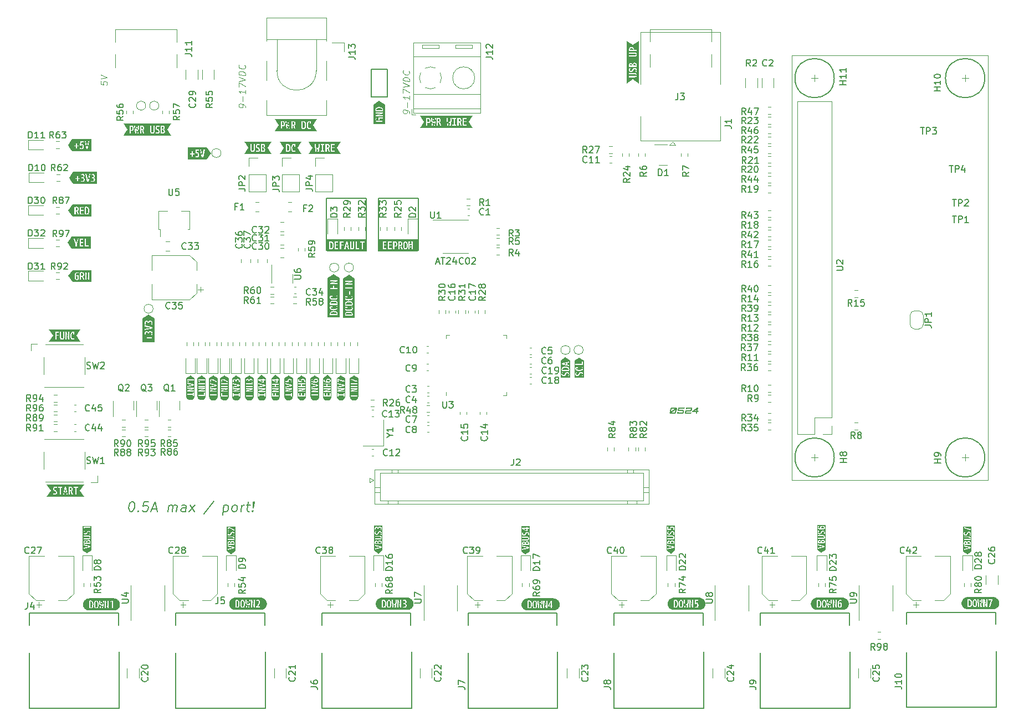
<source format=gbr>
G04 #@! TF.GenerationSoftware,KiCad,Pcbnew,7.0.9*
G04 #@! TF.CreationDate,2024-02-27T14:15:26+02:00*
G04 #@! TF.ProjectId,volthub7,766f6c74-6875-4623-972e-6b696361645f,rev?*
G04 #@! TF.SameCoordinates,Original*
G04 #@! TF.FileFunction,Legend,Top*
G04 #@! TF.FilePolarity,Positive*
%FSLAX46Y46*%
G04 Gerber Fmt 4.6, Leading zero omitted, Abs format (unit mm)*
G04 Created by KiCad (PCBNEW 7.0.9) date 2024-02-27 14:15:26*
%MOMM*%
%LPD*%
G01*
G04 APERTURE LIST*
%ADD10C,0.150000*%
%ADD11C,0.200000*%
%ADD12C,0.125000*%
%ADD13C,0.187500*%
%ADD14C,0.120000*%
G04 APERTURE END LIST*
D10*
X83700000Y-45100000D02*
X83700000Y-53100000D01*
X69700000Y-53100000D02*
X69700000Y-45100000D01*
X69700000Y-45100000D02*
X75800000Y-45100000D01*
X77600000Y-53100000D02*
X77600000Y-45100000D01*
X77600000Y-45100000D02*
X83700000Y-45100000D01*
X75800000Y-45100000D02*
X75800000Y-53100000D01*
D11*
X39953006Y-91506028D02*
X40095863Y-91506028D01*
X40095863Y-91506028D02*
X40229792Y-91577457D01*
X40229792Y-91577457D02*
X40292292Y-91648885D01*
X40292292Y-91648885D02*
X40345863Y-91791742D01*
X40345863Y-91791742D02*
X40381578Y-92077457D01*
X40381578Y-92077457D02*
X40336935Y-92434600D01*
X40336935Y-92434600D02*
X40229792Y-92720314D01*
X40229792Y-92720314D02*
X40140506Y-92863171D01*
X40140506Y-92863171D02*
X40060149Y-92934600D01*
X40060149Y-92934600D02*
X39908363Y-93006028D01*
X39908363Y-93006028D02*
X39765506Y-93006028D01*
X39765506Y-93006028D02*
X39631578Y-92934600D01*
X39631578Y-92934600D02*
X39569078Y-92863171D01*
X39569078Y-92863171D02*
X39515506Y-92720314D01*
X39515506Y-92720314D02*
X39479792Y-92434600D01*
X39479792Y-92434600D02*
X39524435Y-92077457D01*
X39524435Y-92077457D02*
X39631578Y-91791742D01*
X39631578Y-91791742D02*
X39720863Y-91648885D01*
X39720863Y-91648885D02*
X39801220Y-91577457D01*
X39801220Y-91577457D02*
X39953006Y-91506028D01*
X40926220Y-92863171D02*
X40988720Y-92934600D01*
X40988720Y-92934600D02*
X40908363Y-93006028D01*
X40908363Y-93006028D02*
X40845863Y-92934600D01*
X40845863Y-92934600D02*
X40926220Y-92863171D01*
X40926220Y-92863171D02*
X40908363Y-93006028D01*
X42524435Y-91506028D02*
X41810149Y-91506028D01*
X41810149Y-91506028D02*
X41649435Y-92220314D01*
X41649435Y-92220314D02*
X41729792Y-92148885D01*
X41729792Y-92148885D02*
X41881577Y-92077457D01*
X41881577Y-92077457D02*
X42238720Y-92077457D01*
X42238720Y-92077457D02*
X42372649Y-92148885D01*
X42372649Y-92148885D02*
X42435149Y-92220314D01*
X42435149Y-92220314D02*
X42488720Y-92363171D01*
X42488720Y-92363171D02*
X42444077Y-92720314D01*
X42444077Y-92720314D02*
X42354792Y-92863171D01*
X42354792Y-92863171D02*
X42274435Y-92934600D01*
X42274435Y-92934600D02*
X42122649Y-93006028D01*
X42122649Y-93006028D02*
X41765506Y-93006028D01*
X41765506Y-93006028D02*
X41631577Y-92934600D01*
X41631577Y-92934600D02*
X41569077Y-92863171D01*
X43033363Y-92577457D02*
X43747648Y-92577457D01*
X42836934Y-93006028D02*
X43524434Y-91506028D01*
X43524434Y-91506028D02*
X43836934Y-93006028D01*
X45479791Y-93006028D02*
X45604791Y-92006028D01*
X45586934Y-92148885D02*
X45667291Y-92077457D01*
X45667291Y-92077457D02*
X45819077Y-92006028D01*
X45819077Y-92006028D02*
X46033362Y-92006028D01*
X46033362Y-92006028D02*
X46167291Y-92077457D01*
X46167291Y-92077457D02*
X46220862Y-92220314D01*
X46220862Y-92220314D02*
X46122648Y-93006028D01*
X46220862Y-92220314D02*
X46310148Y-92077457D01*
X46310148Y-92077457D02*
X46461934Y-92006028D01*
X46461934Y-92006028D02*
X46676219Y-92006028D01*
X46676219Y-92006028D02*
X46810148Y-92077457D01*
X46810148Y-92077457D02*
X46863719Y-92220314D01*
X46863719Y-92220314D02*
X46765505Y-93006028D01*
X48122648Y-93006028D02*
X48220862Y-92220314D01*
X48220862Y-92220314D02*
X48167291Y-92077457D01*
X48167291Y-92077457D02*
X48033362Y-92006028D01*
X48033362Y-92006028D02*
X47747648Y-92006028D01*
X47747648Y-92006028D02*
X47595862Y-92077457D01*
X48131577Y-92934600D02*
X47979791Y-93006028D01*
X47979791Y-93006028D02*
X47622648Y-93006028D01*
X47622648Y-93006028D02*
X47488719Y-92934600D01*
X47488719Y-92934600D02*
X47435148Y-92791742D01*
X47435148Y-92791742D02*
X47453005Y-92648885D01*
X47453005Y-92648885D02*
X47542291Y-92506028D01*
X47542291Y-92506028D02*
X47694077Y-92434600D01*
X47694077Y-92434600D02*
X48051219Y-92434600D01*
X48051219Y-92434600D02*
X48203005Y-92363171D01*
X48694077Y-93006028D02*
X49604791Y-92006028D01*
X48819077Y-92006028D02*
X49479791Y-93006028D01*
X52461934Y-91434600D02*
X50935148Y-93363171D01*
X54033363Y-92006028D02*
X53845863Y-93506028D01*
X54024434Y-92077457D02*
X54176220Y-92006028D01*
X54176220Y-92006028D02*
X54461934Y-92006028D01*
X54461934Y-92006028D02*
X54595863Y-92077457D01*
X54595863Y-92077457D02*
X54658363Y-92148885D01*
X54658363Y-92148885D02*
X54711934Y-92291742D01*
X54711934Y-92291742D02*
X54658363Y-92720314D01*
X54658363Y-92720314D02*
X54569077Y-92863171D01*
X54569077Y-92863171D02*
X54488720Y-92934600D01*
X54488720Y-92934600D02*
X54336934Y-93006028D01*
X54336934Y-93006028D02*
X54051220Y-93006028D01*
X54051220Y-93006028D02*
X53917291Y-92934600D01*
X55479792Y-93006028D02*
X55345863Y-92934600D01*
X55345863Y-92934600D02*
X55283363Y-92863171D01*
X55283363Y-92863171D02*
X55229792Y-92720314D01*
X55229792Y-92720314D02*
X55283363Y-92291742D01*
X55283363Y-92291742D02*
X55372649Y-92148885D01*
X55372649Y-92148885D02*
X55453006Y-92077457D01*
X55453006Y-92077457D02*
X55604792Y-92006028D01*
X55604792Y-92006028D02*
X55819077Y-92006028D01*
X55819077Y-92006028D02*
X55953006Y-92077457D01*
X55953006Y-92077457D02*
X56015506Y-92148885D01*
X56015506Y-92148885D02*
X56069077Y-92291742D01*
X56069077Y-92291742D02*
X56015506Y-92720314D01*
X56015506Y-92720314D02*
X55926220Y-92863171D01*
X55926220Y-92863171D02*
X55845863Y-92934600D01*
X55845863Y-92934600D02*
X55694077Y-93006028D01*
X55694077Y-93006028D02*
X55479792Y-93006028D01*
X56622649Y-93006028D02*
X56747649Y-92006028D01*
X56711935Y-92291742D02*
X56801220Y-92148885D01*
X56801220Y-92148885D02*
X56881577Y-92077457D01*
X56881577Y-92077457D02*
X57033363Y-92006028D01*
X57033363Y-92006028D02*
X57176220Y-92006028D01*
X57461934Y-92006028D02*
X58033363Y-92006028D01*
X57738720Y-91506028D02*
X57578006Y-92791742D01*
X57578006Y-92791742D02*
X57631577Y-92934600D01*
X57631577Y-92934600D02*
X57765506Y-93006028D01*
X57765506Y-93006028D02*
X57908363Y-93006028D01*
X58426220Y-92863171D02*
X58488720Y-92934600D01*
X58488720Y-92934600D02*
X58408363Y-93006028D01*
X58408363Y-93006028D02*
X58345863Y-92934600D01*
X58345863Y-92934600D02*
X58426220Y-92863171D01*
X58426220Y-92863171D02*
X58408363Y-93006028D01*
X58479791Y-92434600D02*
X58515506Y-91577457D01*
X58515506Y-91577457D02*
X58595863Y-91506028D01*
X58595863Y-91506028D02*
X58658363Y-91577457D01*
X58658363Y-91577457D02*
X58479791Y-92434600D01*
X58479791Y-92434600D02*
X58595863Y-91506028D01*
D12*
X35171119Y-27184430D02*
X35171119Y-27660621D01*
X35171119Y-27660621D02*
X35647309Y-27767764D01*
X35647309Y-27767764D02*
X35599690Y-27714192D01*
X35599690Y-27714192D02*
X35552071Y-27613002D01*
X35552071Y-27613002D02*
X35552071Y-27374906D01*
X35552071Y-27374906D02*
X35599690Y-27285621D01*
X35599690Y-27285621D02*
X35647309Y-27243954D01*
X35647309Y-27243954D02*
X35742547Y-27208240D01*
X35742547Y-27208240D02*
X35980642Y-27238002D01*
X35980642Y-27238002D02*
X36075880Y-27297525D01*
X36075880Y-27297525D02*
X36123500Y-27351097D01*
X36123500Y-27351097D02*
X36171119Y-27452287D01*
X36171119Y-27452287D02*
X36171119Y-27690383D01*
X36171119Y-27690383D02*
X36123500Y-27779668D01*
X36123500Y-27779668D02*
X36075880Y-27821335D01*
X35171119Y-26851097D02*
X36171119Y-26642763D01*
X36171119Y-26642763D02*
X35171119Y-26184430D01*
X82371119Y-32138002D02*
X82371119Y-31947525D01*
X82371119Y-31947525D02*
X82323500Y-31846335D01*
X82323500Y-31846335D02*
X82275880Y-31792764D01*
X82275880Y-31792764D02*
X82133023Y-31679668D01*
X82133023Y-31679668D02*
X81942547Y-31608240D01*
X81942547Y-31608240D02*
X81561595Y-31560621D01*
X81561595Y-31560621D02*
X81466357Y-31596335D01*
X81466357Y-31596335D02*
X81418738Y-31638002D01*
X81418738Y-31638002D02*
X81371119Y-31727287D01*
X81371119Y-31727287D02*
X81371119Y-31917764D01*
X81371119Y-31917764D02*
X81418738Y-32018954D01*
X81418738Y-32018954D02*
X81466357Y-32072525D01*
X81466357Y-32072525D02*
X81561595Y-32132049D01*
X81561595Y-32132049D02*
X81799690Y-32161811D01*
X81799690Y-32161811D02*
X81894928Y-32126097D01*
X81894928Y-32126097D02*
X81942547Y-32084430D01*
X81942547Y-32084430D02*
X81990166Y-31995144D01*
X81990166Y-31995144D02*
X81990166Y-31804668D01*
X81990166Y-31804668D02*
X81942547Y-31703478D01*
X81942547Y-31703478D02*
X81894928Y-31649906D01*
X81894928Y-31649906D02*
X81799690Y-31590383D01*
X81990166Y-31185621D02*
X81990166Y-30423716D01*
X82371119Y-29471335D02*
X82371119Y-30042764D01*
X82371119Y-29757049D02*
X81371119Y-29632049D01*
X81371119Y-29632049D02*
X81513976Y-29745145D01*
X81513976Y-29745145D02*
X81609214Y-29852288D01*
X81609214Y-29852288D02*
X81656833Y-29953478D01*
X81371119Y-29013002D02*
X81371119Y-28346335D01*
X81371119Y-28346335D02*
X82371119Y-28899907D01*
X81371119Y-28108240D02*
X82371119Y-27899906D01*
X82371119Y-27899906D02*
X81371119Y-27441573D01*
X82371119Y-27233240D02*
X81371119Y-27108240D01*
X81371119Y-27108240D02*
X81371119Y-26870144D01*
X81371119Y-26870144D02*
X81418738Y-26733240D01*
X81418738Y-26733240D02*
X81513976Y-26649906D01*
X81513976Y-26649906D02*
X81609214Y-26614192D01*
X81609214Y-26614192D02*
X81799690Y-26590383D01*
X81799690Y-26590383D02*
X81942547Y-26608240D01*
X81942547Y-26608240D02*
X82133023Y-26679668D01*
X82133023Y-26679668D02*
X82228261Y-26739192D01*
X82228261Y-26739192D02*
X82323500Y-26846335D01*
X82323500Y-26846335D02*
X82371119Y-26995144D01*
X82371119Y-26995144D02*
X82371119Y-27233240D01*
X82275880Y-25649906D02*
X82323500Y-25703478D01*
X82323500Y-25703478D02*
X82371119Y-25852287D01*
X82371119Y-25852287D02*
X82371119Y-25947525D01*
X82371119Y-25947525D02*
X82323500Y-26084430D01*
X82323500Y-26084430D02*
X82228261Y-26167763D01*
X82228261Y-26167763D02*
X82133023Y-26203478D01*
X82133023Y-26203478D02*
X81942547Y-26227287D01*
X81942547Y-26227287D02*
X81799690Y-26209430D01*
X81799690Y-26209430D02*
X81609214Y-26138002D01*
X81609214Y-26138002D02*
X81513976Y-26078478D01*
X81513976Y-26078478D02*
X81418738Y-25971335D01*
X81418738Y-25971335D02*
X81371119Y-25822525D01*
X81371119Y-25822525D02*
X81371119Y-25727287D01*
X81371119Y-25727287D02*
X81418738Y-25590383D01*
X81418738Y-25590383D02*
X81466357Y-25548716D01*
X57271119Y-31238002D02*
X57271119Y-31047525D01*
X57271119Y-31047525D02*
X57223500Y-30946335D01*
X57223500Y-30946335D02*
X57175880Y-30892764D01*
X57175880Y-30892764D02*
X57033023Y-30779668D01*
X57033023Y-30779668D02*
X56842547Y-30708240D01*
X56842547Y-30708240D02*
X56461595Y-30660621D01*
X56461595Y-30660621D02*
X56366357Y-30696335D01*
X56366357Y-30696335D02*
X56318738Y-30738002D01*
X56318738Y-30738002D02*
X56271119Y-30827287D01*
X56271119Y-30827287D02*
X56271119Y-31017764D01*
X56271119Y-31017764D02*
X56318738Y-31118954D01*
X56318738Y-31118954D02*
X56366357Y-31172525D01*
X56366357Y-31172525D02*
X56461595Y-31232049D01*
X56461595Y-31232049D02*
X56699690Y-31261811D01*
X56699690Y-31261811D02*
X56794928Y-31226097D01*
X56794928Y-31226097D02*
X56842547Y-31184430D01*
X56842547Y-31184430D02*
X56890166Y-31095144D01*
X56890166Y-31095144D02*
X56890166Y-30904668D01*
X56890166Y-30904668D02*
X56842547Y-30803478D01*
X56842547Y-30803478D02*
X56794928Y-30749906D01*
X56794928Y-30749906D02*
X56699690Y-30690383D01*
X56890166Y-30285621D02*
X56890166Y-29523716D01*
X57271119Y-28571335D02*
X57271119Y-29142764D01*
X57271119Y-28857049D02*
X56271119Y-28732049D01*
X56271119Y-28732049D02*
X56413976Y-28845145D01*
X56413976Y-28845145D02*
X56509214Y-28952288D01*
X56509214Y-28952288D02*
X56556833Y-29053478D01*
X56271119Y-28113002D02*
X56271119Y-27446335D01*
X56271119Y-27446335D02*
X57271119Y-27999907D01*
X56271119Y-27208240D02*
X57271119Y-26999906D01*
X57271119Y-26999906D02*
X56271119Y-26541573D01*
X57271119Y-26333240D02*
X56271119Y-26208240D01*
X56271119Y-26208240D02*
X56271119Y-25970144D01*
X56271119Y-25970144D02*
X56318738Y-25833240D01*
X56318738Y-25833240D02*
X56413976Y-25749906D01*
X56413976Y-25749906D02*
X56509214Y-25714192D01*
X56509214Y-25714192D02*
X56699690Y-25690383D01*
X56699690Y-25690383D02*
X56842547Y-25708240D01*
X56842547Y-25708240D02*
X57033023Y-25779668D01*
X57033023Y-25779668D02*
X57128261Y-25839192D01*
X57128261Y-25839192D02*
X57223500Y-25946335D01*
X57223500Y-25946335D02*
X57271119Y-26095144D01*
X57271119Y-26095144D02*
X57271119Y-26333240D01*
X57175880Y-24749906D02*
X57223500Y-24803478D01*
X57223500Y-24803478D02*
X57271119Y-24952287D01*
X57271119Y-24952287D02*
X57271119Y-25047525D01*
X57271119Y-25047525D02*
X57223500Y-25184430D01*
X57223500Y-25184430D02*
X57128261Y-25267763D01*
X57128261Y-25267763D02*
X57033023Y-25303478D01*
X57033023Y-25303478D02*
X56842547Y-25327287D01*
X56842547Y-25327287D02*
X56699690Y-25309430D01*
X56699690Y-25309430D02*
X56509214Y-25238002D01*
X56509214Y-25238002D02*
X56413976Y-25178478D01*
X56413976Y-25178478D02*
X56318738Y-25071335D01*
X56318738Y-25071335D02*
X56271119Y-24922525D01*
X56271119Y-24922525D02*
X56271119Y-24827287D01*
X56271119Y-24827287D02*
X56318738Y-24690383D01*
X56318738Y-24690383D02*
X56366357Y-24648716D01*
D11*
G36*
X123087815Y-77072433D02*
G01*
X123100023Y-77073704D01*
X123111781Y-77075822D01*
X123123089Y-77078787D01*
X123133947Y-77082599D01*
X123144354Y-77087259D01*
X123154310Y-77092766D01*
X123163817Y-77099120D01*
X123172835Y-77106115D01*
X123181204Y-77113668D01*
X123188924Y-77121778D01*
X123195996Y-77130444D01*
X123202418Y-77139668D01*
X123208193Y-77149450D01*
X123213318Y-77159788D01*
X123217794Y-77170683D01*
X123221511Y-77181995D01*
X123224358Y-77193581D01*
X123226335Y-77205442D01*
X123227442Y-77217578D01*
X123227679Y-77229989D01*
X123227045Y-77242674D01*
X123225541Y-77255634D01*
X123223843Y-77265535D01*
X123223168Y-77268869D01*
X123096650Y-77877766D01*
X123094416Y-77887469D01*
X123091744Y-77897069D01*
X123088634Y-77906566D01*
X123085087Y-77915960D01*
X123081101Y-77925251D01*
X123076677Y-77934438D01*
X123071816Y-77943523D01*
X123066516Y-77952505D01*
X123060779Y-77961383D01*
X123054604Y-77970159D01*
X123050244Y-77975952D01*
X123043485Y-77984457D01*
X123036491Y-77992662D01*
X123029260Y-78000566D01*
X123021793Y-78008169D01*
X123014090Y-78015472D01*
X123006151Y-78022475D01*
X122997976Y-78029176D01*
X122989565Y-78035578D01*
X122980917Y-78041679D01*
X122972034Y-78047479D01*
X122965980Y-78051179D01*
X122956797Y-78056329D01*
X122947567Y-78060973D01*
X122938290Y-78065111D01*
X122928966Y-78068741D01*
X122919594Y-78071866D01*
X122910175Y-78074483D01*
X122897543Y-78077185D01*
X122884827Y-78078986D01*
X122872028Y-78079887D01*
X122865596Y-78080000D01*
X122267445Y-78080000D01*
X122254562Y-78079549D01*
X122242166Y-78078198D01*
X122230259Y-78075947D01*
X122218841Y-78072794D01*
X122207911Y-78068741D01*
X122197470Y-78063788D01*
X122187517Y-78057934D01*
X122178053Y-78051179D01*
X122169214Y-78043645D01*
X122161017Y-78035578D01*
X122153460Y-78026976D01*
X122146545Y-78017840D01*
X122140271Y-78008169D01*
X122134638Y-77997964D01*
X122129647Y-77987225D01*
X122125296Y-77975952D01*
X122121743Y-77964320D01*
X122119022Y-77952505D01*
X122117133Y-77940506D01*
X122116076Y-77928325D01*
X122115851Y-77915960D01*
X122116458Y-77903412D01*
X122117896Y-77890681D01*
X122118507Y-77887048D01*
X122379064Y-77887048D01*
X122898813Y-77887048D01*
X122908522Y-77884300D01*
X122911514Y-77882163D01*
X122917716Y-77874187D01*
X122919085Y-77869951D01*
X123010432Y-77430069D01*
X122379064Y-77887048D01*
X122118507Y-77887048D01*
X122119521Y-77881012D01*
X122120167Y-77877766D01*
X122153662Y-77716566D01*
X122332658Y-77716566D01*
X122963782Y-77259588D01*
X122444521Y-77259588D01*
X122435069Y-77262237D01*
X122431577Y-77264717D01*
X122425595Y-77272473D01*
X122424249Y-77276685D01*
X122332658Y-77716566D01*
X122153662Y-77716566D01*
X122246685Y-77268869D01*
X122249000Y-77258917D01*
X122251731Y-77249120D01*
X122254879Y-77239477D01*
X122258443Y-77229989D01*
X122262423Y-77220655D01*
X122266820Y-77211476D01*
X122271634Y-77202451D01*
X122276864Y-77193581D01*
X122282510Y-77184866D01*
X122288573Y-77176305D01*
X122292847Y-77170683D01*
X122299514Y-77162460D01*
X122306416Y-77154549D01*
X122313556Y-77146952D01*
X122320931Y-77139668D01*
X122328542Y-77132698D01*
X122336390Y-77126041D01*
X122344473Y-77119698D01*
X122352793Y-77113668D01*
X122361349Y-77107951D01*
X122370141Y-77102548D01*
X122376133Y-77099120D01*
X122385237Y-77094275D01*
X122394414Y-77089907D01*
X122403664Y-77086015D01*
X122412987Y-77082599D01*
X122422383Y-77079661D01*
X122431852Y-77077198D01*
X122444591Y-77074657D01*
X122457460Y-77072962D01*
X122470458Y-77072115D01*
X122477006Y-77072009D01*
X123075157Y-77072009D01*
X123087815Y-77072433D01*
G37*
G36*
X123434926Y-78080000D02*
G01*
X123425128Y-78079768D01*
X123412498Y-78078737D01*
X123400364Y-78076883D01*
X123388726Y-78074204D01*
X123377585Y-78070700D01*
X123366939Y-78066372D01*
X123356790Y-78061220D01*
X123347136Y-78055244D01*
X123344801Y-78053621D01*
X123335897Y-78046702D01*
X123327627Y-78039257D01*
X123319991Y-78031285D01*
X123312988Y-78022786D01*
X123306619Y-78013760D01*
X123300883Y-78004208D01*
X123295780Y-77994129D01*
X123291311Y-77983524D01*
X123287591Y-77972460D01*
X123284732Y-77961130D01*
X123282736Y-77949532D01*
X123281603Y-77937667D01*
X123281332Y-77925535D01*
X123281923Y-77913136D01*
X123283377Y-77900470D01*
X123285034Y-77890795D01*
X123285694Y-77887536D01*
X123299616Y-77820858D01*
X123478646Y-77820858D01*
X123466189Y-77879720D01*
X123467179Y-77889446D01*
X123468632Y-77891688D01*
X123477551Y-77896454D01*
X123479623Y-77896573D01*
X124064340Y-77896573D01*
X124074049Y-77893825D01*
X124077041Y-77891688D01*
X124083023Y-77883933D01*
X124084368Y-77879720D01*
X124126866Y-77675533D01*
X124125876Y-77665808D01*
X124124424Y-77663565D01*
X124115981Y-77658562D01*
X124113921Y-77658436D01*
X123333321Y-77658436D01*
X123455198Y-77071521D01*
X124431681Y-77071521D01*
X124393579Y-77255191D01*
X123612979Y-77255191D01*
X123603527Y-77257841D01*
X123600034Y-77260321D01*
X123594052Y-77268076D01*
X123592707Y-77272288D01*
X123554117Y-77456936D01*
X123555339Y-77466727D01*
X123556803Y-77469148D01*
X123565485Y-77474152D01*
X123567550Y-77474277D01*
X124159106Y-77474277D01*
X124171773Y-77474678D01*
X124184004Y-77475880D01*
X124195800Y-77477884D01*
X124207161Y-77480689D01*
X124218087Y-77484295D01*
X124228578Y-77488703D01*
X124238634Y-77493912D01*
X124248255Y-77499923D01*
X124257330Y-77506567D01*
X124265749Y-77513799D01*
X124273511Y-77521618D01*
X124280617Y-77530026D01*
X124287067Y-77539021D01*
X124292860Y-77548603D01*
X124297996Y-77558774D01*
X124302477Y-77569532D01*
X124306198Y-77580668D01*
X124309056Y-77592094D01*
X124311052Y-77603810D01*
X124312185Y-77615816D01*
X124312456Y-77628112D01*
X124311865Y-77640698D01*
X124310411Y-77653574D01*
X124308754Y-77663422D01*
X124308094Y-77666741D01*
X124262177Y-77887536D01*
X124259906Y-77897261D01*
X124257214Y-77906836D01*
X124254101Y-77916261D01*
X124250568Y-77925535D01*
X124246613Y-77934659D01*
X124242239Y-77943633D01*
X124237443Y-77952456D01*
X124232226Y-77961130D01*
X124226589Y-77969653D01*
X124220531Y-77978025D01*
X124216259Y-77983524D01*
X124209590Y-77991527D01*
X124202681Y-77999234D01*
X124195531Y-78006645D01*
X124188141Y-78013760D01*
X124180510Y-78020579D01*
X124172639Y-78027101D01*
X124164527Y-78033327D01*
X124156175Y-78039257D01*
X124147583Y-78044890D01*
X124138750Y-78050228D01*
X124132728Y-78053621D01*
X124123635Y-78058335D01*
X124114490Y-78062586D01*
X124105294Y-78066372D01*
X124096046Y-78069696D01*
X124083635Y-78073405D01*
X124071133Y-78076290D01*
X124058539Y-78078351D01*
X124045854Y-78079587D01*
X124033077Y-78080000D01*
X123434926Y-78080000D01*
G37*
G36*
X124407257Y-78080000D02*
G01*
X124487613Y-77693363D01*
X124489926Y-77683335D01*
X124492650Y-77673491D01*
X124495787Y-77663831D01*
X124499337Y-77654357D01*
X124503298Y-77645067D01*
X124507671Y-77635961D01*
X124512457Y-77627040D01*
X124517655Y-77618304D01*
X124523265Y-77609753D01*
X124529287Y-77601386D01*
X124533531Y-77595910D01*
X124540149Y-77587872D01*
X124547000Y-77580151D01*
X124554083Y-77572748D01*
X124561397Y-77565662D01*
X124568943Y-77558895D01*
X124576721Y-77552444D01*
X124584731Y-77546312D01*
X124592973Y-77540498D01*
X124601447Y-77535001D01*
X124610152Y-77529821D01*
X124616085Y-77526545D01*
X124625106Y-77521918D01*
X124634217Y-77517747D01*
X124643418Y-77514030D01*
X124652710Y-77510769D01*
X124662091Y-77507962D01*
X124674740Y-77504928D01*
X124687550Y-77502703D01*
X124697262Y-77501566D01*
X124707064Y-77500883D01*
X124716957Y-77500655D01*
X125308269Y-77500655D01*
X125317978Y-77497908D01*
X125320969Y-77495771D01*
X125327056Y-77487910D01*
X125328297Y-77483803D01*
X125372505Y-77272288D01*
X125371515Y-77262563D01*
X125370062Y-77260321D01*
X125361381Y-77255317D01*
X125359316Y-77255191D01*
X124774598Y-77255191D01*
X124765146Y-77257841D01*
X124761653Y-77260321D01*
X124755671Y-77268076D01*
X124754326Y-77272288D01*
X124740160Y-77340432D01*
X124561130Y-77340432D01*
X124576762Y-77264473D01*
X124579074Y-77254488D01*
X124581799Y-77244683D01*
X124584936Y-77235059D01*
X124588485Y-77225615D01*
X124592447Y-77216352D01*
X124596820Y-77207268D01*
X124601606Y-77198365D01*
X124606803Y-77189643D01*
X124612413Y-77181100D01*
X124618435Y-77172738D01*
X124622679Y-77167264D01*
X124629298Y-77159223D01*
X124636149Y-77151496D01*
X124643231Y-77144082D01*
X124650546Y-77136982D01*
X124658092Y-77130195D01*
X124665870Y-77123721D01*
X124673880Y-77117561D01*
X124682122Y-77111714D01*
X124690595Y-77106181D01*
X124699301Y-77100961D01*
X124705233Y-77097655D01*
X124714254Y-77092984D01*
X124723365Y-77088773D01*
X124732567Y-77085022D01*
X124741858Y-77081729D01*
X124751240Y-77078896D01*
X124763889Y-77075834D01*
X124776698Y-77073588D01*
X124786411Y-77072440D01*
X124796213Y-77071750D01*
X124806106Y-77071521D01*
X125404256Y-77071521D01*
X125416923Y-77071929D01*
X125429154Y-77073154D01*
X125440950Y-77075196D01*
X125452311Y-77078054D01*
X125463237Y-77081729D01*
X125473728Y-77086221D01*
X125483784Y-77091530D01*
X125493405Y-77097655D01*
X125502480Y-77104459D01*
X125510899Y-77111806D01*
X125518661Y-77119694D01*
X125525767Y-77128124D01*
X125532217Y-77137096D01*
X125538010Y-77146610D01*
X125543147Y-77156666D01*
X125547627Y-77167264D01*
X125551401Y-77178293D01*
X125554298Y-77189643D01*
X125556317Y-77201313D01*
X125557458Y-77213304D01*
X125557721Y-77225615D01*
X125557107Y-77238247D01*
X125555614Y-77251200D01*
X125553919Y-77261124D01*
X125553244Y-77264473D01*
X125506106Y-77491618D01*
X125503834Y-77501433D01*
X125501142Y-77511093D01*
X125498030Y-77520598D01*
X125494496Y-77529949D01*
X125490542Y-77539146D01*
X125486167Y-77548187D01*
X125481372Y-77557075D01*
X125476155Y-77565807D01*
X125470518Y-77574385D01*
X125464460Y-77582809D01*
X125460188Y-77588339D01*
X125453519Y-77596427D01*
X125446610Y-77604207D01*
X125439460Y-77611677D01*
X125432069Y-77618838D01*
X125424439Y-77625691D01*
X125416568Y-77632234D01*
X125408456Y-77638468D01*
X125400104Y-77644392D01*
X125391512Y-77650008D01*
X125382679Y-77655315D01*
X125376657Y-77658681D01*
X125367561Y-77663395D01*
X125358410Y-77667645D01*
X125349203Y-77671432D01*
X125339940Y-77674755D01*
X125327503Y-77678464D01*
X125314966Y-77681349D01*
X125302331Y-77683410D01*
X125289596Y-77684647D01*
X125276762Y-77685059D01*
X124685205Y-77685059D01*
X124675753Y-77687709D01*
X124672260Y-77690188D01*
X124666105Y-77698219D01*
X124664933Y-77701912D01*
X124627808Y-77879720D01*
X124628798Y-77889446D01*
X124630251Y-77891688D01*
X124639170Y-77896454D01*
X124641242Y-77896573D01*
X125421842Y-77896573D01*
X125383740Y-78080000D01*
X124407257Y-78080000D01*
G37*
G36*
X126389776Y-77642072D02*
G01*
X126528018Y-77642072D01*
X126489672Y-77826475D01*
X126351430Y-77826475D01*
X126298674Y-78080000D01*
X126119155Y-78080000D01*
X126171912Y-77826475D01*
X125551535Y-77826475D01*
X125587438Y-77654040D01*
X125602894Y-77642072D01*
X125869783Y-77642072D01*
X126210258Y-77642072D01*
X126270830Y-77350446D01*
X125869783Y-77642072D01*
X125602894Y-77642072D01*
X126339706Y-77071521D01*
X126508234Y-77071521D01*
X126389776Y-77642072D01*
G37*
D13*
X86426093Y-54882154D02*
X86902283Y-54882154D01*
X86330855Y-55167869D02*
X86664188Y-54167869D01*
X86664188Y-54167869D02*
X86997521Y-55167869D01*
X87187998Y-54167869D02*
X87759426Y-54167869D01*
X87473712Y-55167869D02*
X87473712Y-54167869D01*
X88045141Y-54263107D02*
X88092760Y-54215488D01*
X88092760Y-54215488D02*
X88187998Y-54167869D01*
X88187998Y-54167869D02*
X88426093Y-54167869D01*
X88426093Y-54167869D02*
X88521331Y-54215488D01*
X88521331Y-54215488D02*
X88568950Y-54263107D01*
X88568950Y-54263107D02*
X88616569Y-54358345D01*
X88616569Y-54358345D02*
X88616569Y-54453583D01*
X88616569Y-54453583D02*
X88568950Y-54596440D01*
X88568950Y-54596440D02*
X87997522Y-55167869D01*
X87997522Y-55167869D02*
X88616569Y-55167869D01*
X89473712Y-54501202D02*
X89473712Y-55167869D01*
X89235617Y-54120250D02*
X88997522Y-54834535D01*
X88997522Y-54834535D02*
X89616569Y-54834535D01*
X90568950Y-55072630D02*
X90521331Y-55120250D01*
X90521331Y-55120250D02*
X90378474Y-55167869D01*
X90378474Y-55167869D02*
X90283236Y-55167869D01*
X90283236Y-55167869D02*
X90140379Y-55120250D01*
X90140379Y-55120250D02*
X90045141Y-55025011D01*
X90045141Y-55025011D02*
X89997522Y-54929773D01*
X89997522Y-54929773D02*
X89949903Y-54739297D01*
X89949903Y-54739297D02*
X89949903Y-54596440D01*
X89949903Y-54596440D02*
X89997522Y-54405964D01*
X89997522Y-54405964D02*
X90045141Y-54310726D01*
X90045141Y-54310726D02*
X90140379Y-54215488D01*
X90140379Y-54215488D02*
X90283236Y-54167869D01*
X90283236Y-54167869D02*
X90378474Y-54167869D01*
X90378474Y-54167869D02*
X90521331Y-54215488D01*
X90521331Y-54215488D02*
X90568950Y-54263107D01*
X91187998Y-54167869D02*
X91283236Y-54167869D01*
X91283236Y-54167869D02*
X91378474Y-54215488D01*
X91378474Y-54215488D02*
X91426093Y-54263107D01*
X91426093Y-54263107D02*
X91473712Y-54358345D01*
X91473712Y-54358345D02*
X91521331Y-54548821D01*
X91521331Y-54548821D02*
X91521331Y-54786916D01*
X91521331Y-54786916D02*
X91473712Y-54977392D01*
X91473712Y-54977392D02*
X91426093Y-55072630D01*
X91426093Y-55072630D02*
X91378474Y-55120250D01*
X91378474Y-55120250D02*
X91283236Y-55167869D01*
X91283236Y-55167869D02*
X91187998Y-55167869D01*
X91187998Y-55167869D02*
X91092760Y-55120250D01*
X91092760Y-55120250D02*
X91045141Y-55072630D01*
X91045141Y-55072630D02*
X90997522Y-54977392D01*
X90997522Y-54977392D02*
X90949903Y-54786916D01*
X90949903Y-54786916D02*
X90949903Y-54548821D01*
X90949903Y-54548821D02*
X90997522Y-54358345D01*
X90997522Y-54358345D02*
X91045141Y-54263107D01*
X91045141Y-54263107D02*
X91092760Y-54215488D01*
X91092760Y-54215488D02*
X91187998Y-54167869D01*
X91902284Y-54263107D02*
X91949903Y-54215488D01*
X91949903Y-54215488D02*
X92045141Y-54167869D01*
X92045141Y-54167869D02*
X92283236Y-54167869D01*
X92283236Y-54167869D02*
X92378474Y-54215488D01*
X92378474Y-54215488D02*
X92426093Y-54263107D01*
X92426093Y-54263107D02*
X92473712Y-54358345D01*
X92473712Y-54358345D02*
X92473712Y-54453583D01*
X92473712Y-54453583D02*
X92426093Y-54596440D01*
X92426093Y-54596440D02*
X91854665Y-55167869D01*
X91854665Y-55167869D02*
X92473712Y-55167869D01*
D10*
X57719404Y-61154819D02*
X57386071Y-60678628D01*
X57147976Y-61154819D02*
X57147976Y-60154819D01*
X57147976Y-60154819D02*
X57528928Y-60154819D01*
X57528928Y-60154819D02*
X57624166Y-60202438D01*
X57624166Y-60202438D02*
X57671785Y-60250057D01*
X57671785Y-60250057D02*
X57719404Y-60345295D01*
X57719404Y-60345295D02*
X57719404Y-60488152D01*
X57719404Y-60488152D02*
X57671785Y-60583390D01*
X57671785Y-60583390D02*
X57624166Y-60631009D01*
X57624166Y-60631009D02*
X57528928Y-60678628D01*
X57528928Y-60678628D02*
X57147976Y-60678628D01*
X58576547Y-60154819D02*
X58386071Y-60154819D01*
X58386071Y-60154819D02*
X58290833Y-60202438D01*
X58290833Y-60202438D02*
X58243214Y-60250057D01*
X58243214Y-60250057D02*
X58147976Y-60392914D01*
X58147976Y-60392914D02*
X58100357Y-60583390D01*
X58100357Y-60583390D02*
X58100357Y-60964342D01*
X58100357Y-60964342D02*
X58147976Y-61059580D01*
X58147976Y-61059580D02*
X58195595Y-61107200D01*
X58195595Y-61107200D02*
X58290833Y-61154819D01*
X58290833Y-61154819D02*
X58481309Y-61154819D01*
X58481309Y-61154819D02*
X58576547Y-61107200D01*
X58576547Y-61107200D02*
X58624166Y-61059580D01*
X58624166Y-61059580D02*
X58671785Y-60964342D01*
X58671785Y-60964342D02*
X58671785Y-60726247D01*
X58671785Y-60726247D02*
X58624166Y-60631009D01*
X58624166Y-60631009D02*
X58576547Y-60583390D01*
X58576547Y-60583390D02*
X58481309Y-60535771D01*
X58481309Y-60535771D02*
X58290833Y-60535771D01*
X58290833Y-60535771D02*
X58195595Y-60583390D01*
X58195595Y-60583390D02*
X58147976Y-60631009D01*
X58147976Y-60631009D02*
X58100357Y-60726247D01*
X59624166Y-61154819D02*
X59052738Y-61154819D01*
X59338452Y-61154819D02*
X59338452Y-60154819D01*
X59338452Y-60154819D02*
X59243214Y-60297676D01*
X59243214Y-60297676D02*
X59147976Y-60392914D01*
X59147976Y-60392914D02*
X59052738Y-60440533D01*
X117067081Y-81092857D02*
X116590890Y-81426190D01*
X117067081Y-81664285D02*
X116067081Y-81664285D01*
X116067081Y-81664285D02*
X116067081Y-81283333D01*
X116067081Y-81283333D02*
X116114700Y-81188095D01*
X116114700Y-81188095D02*
X116162319Y-81140476D01*
X116162319Y-81140476D02*
X116257557Y-81092857D01*
X116257557Y-81092857D02*
X116400414Y-81092857D01*
X116400414Y-81092857D02*
X116495652Y-81140476D01*
X116495652Y-81140476D02*
X116543271Y-81188095D01*
X116543271Y-81188095D02*
X116590890Y-81283333D01*
X116590890Y-81283333D02*
X116590890Y-81664285D01*
X116495652Y-80521428D02*
X116448033Y-80616666D01*
X116448033Y-80616666D02*
X116400414Y-80664285D01*
X116400414Y-80664285D02*
X116305176Y-80711904D01*
X116305176Y-80711904D02*
X116257557Y-80711904D01*
X116257557Y-80711904D02*
X116162319Y-80664285D01*
X116162319Y-80664285D02*
X116114700Y-80616666D01*
X116114700Y-80616666D02*
X116067081Y-80521428D01*
X116067081Y-80521428D02*
X116067081Y-80330952D01*
X116067081Y-80330952D02*
X116114700Y-80235714D01*
X116114700Y-80235714D02*
X116162319Y-80188095D01*
X116162319Y-80188095D02*
X116257557Y-80140476D01*
X116257557Y-80140476D02*
X116305176Y-80140476D01*
X116305176Y-80140476D02*
X116400414Y-80188095D01*
X116400414Y-80188095D02*
X116448033Y-80235714D01*
X116448033Y-80235714D02*
X116495652Y-80330952D01*
X116495652Y-80330952D02*
X116495652Y-80521428D01*
X116495652Y-80521428D02*
X116543271Y-80616666D01*
X116543271Y-80616666D02*
X116590890Y-80664285D01*
X116590890Y-80664285D02*
X116686128Y-80711904D01*
X116686128Y-80711904D02*
X116876604Y-80711904D01*
X116876604Y-80711904D02*
X116971842Y-80664285D01*
X116971842Y-80664285D02*
X117019462Y-80616666D01*
X117019462Y-80616666D02*
X117067081Y-80521428D01*
X117067081Y-80521428D02*
X117067081Y-80330952D01*
X117067081Y-80330952D02*
X117019462Y-80235714D01*
X117019462Y-80235714D02*
X116971842Y-80188095D01*
X116971842Y-80188095D02*
X116876604Y-80140476D01*
X116876604Y-80140476D02*
X116686128Y-80140476D01*
X116686128Y-80140476D02*
X116590890Y-80188095D01*
X116590890Y-80188095D02*
X116543271Y-80235714D01*
X116543271Y-80235714D02*
X116495652Y-80330952D01*
X116067081Y-79807142D02*
X116067081Y-79188095D01*
X116067081Y-79188095D02*
X116448033Y-79521428D01*
X116448033Y-79521428D02*
X116448033Y-79378571D01*
X116448033Y-79378571D02*
X116495652Y-79283333D01*
X116495652Y-79283333D02*
X116543271Y-79235714D01*
X116543271Y-79235714D02*
X116638509Y-79188095D01*
X116638509Y-79188095D02*
X116876604Y-79188095D01*
X116876604Y-79188095D02*
X116971842Y-79235714D01*
X116971842Y-79235714D02*
X117019462Y-79283333D01*
X117019462Y-79283333D02*
X117067081Y-79378571D01*
X117067081Y-79378571D02*
X117067081Y-79664285D01*
X117067081Y-79664285D02*
X117019462Y-79759523D01*
X117019462Y-79759523D02*
X116971842Y-79807142D01*
X149067081Y-27738094D02*
X148067081Y-27738094D01*
X148543271Y-27738094D02*
X148543271Y-27166666D01*
X149067081Y-27166666D02*
X148067081Y-27166666D01*
X149067081Y-26166666D02*
X149067081Y-26738094D01*
X149067081Y-26452380D02*
X148067081Y-26452380D01*
X148067081Y-26452380D02*
X148209938Y-26547618D01*
X148209938Y-26547618D02*
X148305176Y-26642856D01*
X148305176Y-26642856D02*
X148352795Y-26738094D01*
X149067081Y-25214285D02*
X149067081Y-25785713D01*
X149067081Y-25499999D02*
X148067081Y-25499999D01*
X148067081Y-25499999D02*
X148209938Y-25595237D01*
X148209938Y-25595237D02*
X148305176Y-25690475D01*
X148305176Y-25690475D02*
X148352795Y-25785713D01*
X163517081Y-28688094D02*
X162517081Y-28688094D01*
X162993271Y-28688094D02*
X162993271Y-28116666D01*
X163517081Y-28116666D02*
X162517081Y-28116666D01*
X163517081Y-27116666D02*
X163517081Y-27688094D01*
X163517081Y-27402380D02*
X162517081Y-27402380D01*
X162517081Y-27402380D02*
X162659938Y-27497618D01*
X162659938Y-27497618D02*
X162755176Y-27592856D01*
X162755176Y-27592856D02*
X162802795Y-27688094D01*
X162517081Y-26497618D02*
X162517081Y-26402380D01*
X162517081Y-26402380D02*
X162564700Y-26307142D01*
X162564700Y-26307142D02*
X162612319Y-26259523D01*
X162612319Y-26259523D02*
X162707557Y-26211904D01*
X162707557Y-26211904D02*
X162898033Y-26164285D01*
X162898033Y-26164285D02*
X163136128Y-26164285D01*
X163136128Y-26164285D02*
X163326604Y-26211904D01*
X163326604Y-26211904D02*
X163421842Y-26259523D01*
X163421842Y-26259523D02*
X163469462Y-26307142D01*
X163469462Y-26307142D02*
X163517081Y-26402380D01*
X163517081Y-26402380D02*
X163517081Y-26497618D01*
X163517081Y-26497618D02*
X163469462Y-26592856D01*
X163469462Y-26592856D02*
X163421842Y-26640475D01*
X163421842Y-26640475D02*
X163326604Y-26688094D01*
X163326604Y-26688094D02*
X163136128Y-26735713D01*
X163136128Y-26735713D02*
X162898033Y-26735713D01*
X162898033Y-26735713D02*
X162707557Y-26688094D01*
X162707557Y-26688094D02*
X162612319Y-26640475D01*
X162612319Y-26640475D02*
X162564700Y-26592856D01*
X162564700Y-26592856D02*
X162517081Y-26497618D01*
X134695595Y-76154819D02*
X134362262Y-75678628D01*
X134124167Y-76154819D02*
X134124167Y-75154819D01*
X134124167Y-75154819D02*
X134505119Y-75154819D01*
X134505119Y-75154819D02*
X134600357Y-75202438D01*
X134600357Y-75202438D02*
X134647976Y-75250057D01*
X134647976Y-75250057D02*
X134695595Y-75345295D01*
X134695595Y-75345295D02*
X134695595Y-75488152D01*
X134695595Y-75488152D02*
X134647976Y-75583390D01*
X134647976Y-75583390D02*
X134600357Y-75631009D01*
X134600357Y-75631009D02*
X134505119Y-75678628D01*
X134505119Y-75678628D02*
X134124167Y-75678628D01*
X135171786Y-76154819D02*
X135362262Y-76154819D01*
X135362262Y-76154819D02*
X135457500Y-76107200D01*
X135457500Y-76107200D02*
X135505119Y-76059580D01*
X135505119Y-76059580D02*
X135600357Y-75916723D01*
X135600357Y-75916723D02*
X135647976Y-75726247D01*
X135647976Y-75726247D02*
X135647976Y-75345295D01*
X135647976Y-75345295D02*
X135600357Y-75250057D01*
X135600357Y-75250057D02*
X135552738Y-75202438D01*
X135552738Y-75202438D02*
X135457500Y-75154819D01*
X135457500Y-75154819D02*
X135267024Y-75154819D01*
X135267024Y-75154819D02*
X135171786Y-75202438D01*
X135171786Y-75202438D02*
X135124167Y-75250057D01*
X135124167Y-75250057D02*
X135076548Y-75345295D01*
X135076548Y-75345295D02*
X135076548Y-75583390D01*
X135076548Y-75583390D02*
X135124167Y-75678628D01*
X135124167Y-75678628D02*
X135171786Y-75726247D01*
X135171786Y-75726247D02*
X135267024Y-75773866D01*
X135267024Y-75773866D02*
X135457500Y-75773866D01*
X135457500Y-75773866D02*
X135552738Y-75726247D01*
X135552738Y-75726247D02*
X135600357Y-75678628D01*
X135600357Y-75678628D02*
X135647976Y-75583390D01*
X58969404Y-50309580D02*
X58921785Y-50357200D01*
X58921785Y-50357200D02*
X58778928Y-50404819D01*
X58778928Y-50404819D02*
X58683690Y-50404819D01*
X58683690Y-50404819D02*
X58540833Y-50357200D01*
X58540833Y-50357200D02*
X58445595Y-50261961D01*
X58445595Y-50261961D02*
X58397976Y-50166723D01*
X58397976Y-50166723D02*
X58350357Y-49976247D01*
X58350357Y-49976247D02*
X58350357Y-49833390D01*
X58350357Y-49833390D02*
X58397976Y-49642914D01*
X58397976Y-49642914D02*
X58445595Y-49547676D01*
X58445595Y-49547676D02*
X58540833Y-49452438D01*
X58540833Y-49452438D02*
X58683690Y-49404819D01*
X58683690Y-49404819D02*
X58778928Y-49404819D01*
X58778928Y-49404819D02*
X58921785Y-49452438D01*
X58921785Y-49452438D02*
X58969404Y-49500057D01*
X59302738Y-49404819D02*
X59921785Y-49404819D01*
X59921785Y-49404819D02*
X59588452Y-49785771D01*
X59588452Y-49785771D02*
X59731309Y-49785771D01*
X59731309Y-49785771D02*
X59826547Y-49833390D01*
X59826547Y-49833390D02*
X59874166Y-49881009D01*
X59874166Y-49881009D02*
X59921785Y-49976247D01*
X59921785Y-49976247D02*
X59921785Y-50214342D01*
X59921785Y-50214342D02*
X59874166Y-50309580D01*
X59874166Y-50309580D02*
X59826547Y-50357200D01*
X59826547Y-50357200D02*
X59731309Y-50404819D01*
X59731309Y-50404819D02*
X59445595Y-50404819D01*
X59445595Y-50404819D02*
X59350357Y-50357200D01*
X59350357Y-50357200D02*
X59302738Y-50309580D01*
X60302738Y-49500057D02*
X60350357Y-49452438D01*
X60350357Y-49452438D02*
X60445595Y-49404819D01*
X60445595Y-49404819D02*
X60683690Y-49404819D01*
X60683690Y-49404819D02*
X60778928Y-49452438D01*
X60778928Y-49452438D02*
X60826547Y-49500057D01*
X60826547Y-49500057D02*
X60874166Y-49595295D01*
X60874166Y-49595295D02*
X60874166Y-49690533D01*
X60874166Y-49690533D02*
X60826547Y-49833390D01*
X60826547Y-49833390D02*
X60255119Y-50404819D01*
X60255119Y-50404819D02*
X60874166Y-50404819D01*
X64767081Y-57461904D02*
X65576604Y-57461904D01*
X65576604Y-57461904D02*
X65671842Y-57414285D01*
X65671842Y-57414285D02*
X65719462Y-57366666D01*
X65719462Y-57366666D02*
X65767081Y-57271428D01*
X65767081Y-57271428D02*
X65767081Y-57080952D01*
X65767081Y-57080952D02*
X65719462Y-56985714D01*
X65719462Y-56985714D02*
X65671842Y-56938095D01*
X65671842Y-56938095D02*
X65576604Y-56890476D01*
X65576604Y-56890476D02*
X64767081Y-56890476D01*
X64767081Y-55985714D02*
X64767081Y-56176190D01*
X64767081Y-56176190D02*
X64814700Y-56271428D01*
X64814700Y-56271428D02*
X64862319Y-56319047D01*
X64862319Y-56319047D02*
X65005176Y-56414285D01*
X65005176Y-56414285D02*
X65195652Y-56461904D01*
X65195652Y-56461904D02*
X65576604Y-56461904D01*
X65576604Y-56461904D02*
X65671842Y-56414285D01*
X65671842Y-56414285D02*
X65719462Y-56366666D01*
X65719462Y-56366666D02*
X65767081Y-56271428D01*
X65767081Y-56271428D02*
X65767081Y-56080952D01*
X65767081Y-56080952D02*
X65719462Y-55985714D01*
X65719462Y-55985714D02*
X65671842Y-55938095D01*
X65671842Y-55938095D02*
X65576604Y-55890476D01*
X65576604Y-55890476D02*
X65338509Y-55890476D01*
X65338509Y-55890476D02*
X65243271Y-55938095D01*
X65243271Y-55938095D02*
X65195652Y-55985714D01*
X65195652Y-55985714D02*
X65148033Y-56080952D01*
X65148033Y-56080952D02*
X65148033Y-56271428D01*
X65148033Y-56271428D02*
X65195652Y-56366666D01*
X65195652Y-56366666D02*
X65243271Y-56414285D01*
X65243271Y-56414285D02*
X65338509Y-56461904D01*
X64821842Y-118342857D02*
X64869462Y-118390476D01*
X64869462Y-118390476D02*
X64917081Y-118533333D01*
X64917081Y-118533333D02*
X64917081Y-118628571D01*
X64917081Y-118628571D02*
X64869462Y-118771428D01*
X64869462Y-118771428D02*
X64774223Y-118866666D01*
X64774223Y-118866666D02*
X64678985Y-118914285D01*
X64678985Y-118914285D02*
X64488509Y-118961904D01*
X64488509Y-118961904D02*
X64345652Y-118961904D01*
X64345652Y-118961904D02*
X64155176Y-118914285D01*
X64155176Y-118914285D02*
X64059938Y-118866666D01*
X64059938Y-118866666D02*
X63964700Y-118771428D01*
X63964700Y-118771428D02*
X63917081Y-118628571D01*
X63917081Y-118628571D02*
X63917081Y-118533333D01*
X63917081Y-118533333D02*
X63964700Y-118390476D01*
X63964700Y-118390476D02*
X64012319Y-118342857D01*
X64012319Y-117961904D02*
X63964700Y-117914285D01*
X63964700Y-117914285D02*
X63917081Y-117819047D01*
X63917081Y-117819047D02*
X63917081Y-117580952D01*
X63917081Y-117580952D02*
X63964700Y-117485714D01*
X63964700Y-117485714D02*
X64012319Y-117438095D01*
X64012319Y-117438095D02*
X64107557Y-117390476D01*
X64107557Y-117390476D02*
X64202795Y-117390476D01*
X64202795Y-117390476D02*
X64345652Y-117438095D01*
X64345652Y-117438095D02*
X64917081Y-118009523D01*
X64917081Y-118009523D02*
X64917081Y-117390476D01*
X64917081Y-116438095D02*
X64917081Y-117009523D01*
X64917081Y-116723809D02*
X63917081Y-116723809D01*
X63917081Y-116723809D02*
X64059938Y-116819047D01*
X64059938Y-116819047D02*
X64155176Y-116914285D01*
X64155176Y-116914285D02*
X64202795Y-117009523D01*
X149167081Y-85461904D02*
X148167081Y-85461904D01*
X148643271Y-85461904D02*
X148643271Y-84890476D01*
X149167081Y-84890476D02*
X148167081Y-84890476D01*
X148595652Y-84271428D02*
X148548033Y-84366666D01*
X148548033Y-84366666D02*
X148500414Y-84414285D01*
X148500414Y-84414285D02*
X148405176Y-84461904D01*
X148405176Y-84461904D02*
X148357557Y-84461904D01*
X148357557Y-84461904D02*
X148262319Y-84414285D01*
X148262319Y-84414285D02*
X148214700Y-84366666D01*
X148214700Y-84366666D02*
X148167081Y-84271428D01*
X148167081Y-84271428D02*
X148167081Y-84080952D01*
X148167081Y-84080952D02*
X148214700Y-83985714D01*
X148214700Y-83985714D02*
X148262319Y-83938095D01*
X148262319Y-83938095D02*
X148357557Y-83890476D01*
X148357557Y-83890476D02*
X148405176Y-83890476D01*
X148405176Y-83890476D02*
X148500414Y-83938095D01*
X148500414Y-83938095D02*
X148548033Y-83985714D01*
X148548033Y-83985714D02*
X148595652Y-84080952D01*
X148595652Y-84080952D02*
X148595652Y-84271428D01*
X148595652Y-84271428D02*
X148643271Y-84366666D01*
X148643271Y-84366666D02*
X148690890Y-84414285D01*
X148690890Y-84414285D02*
X148786128Y-84461904D01*
X148786128Y-84461904D02*
X148976604Y-84461904D01*
X148976604Y-84461904D02*
X149071842Y-84414285D01*
X149071842Y-84414285D02*
X149119462Y-84366666D01*
X149119462Y-84366666D02*
X149167081Y-84271428D01*
X149167081Y-84271428D02*
X149167081Y-84080952D01*
X149167081Y-84080952D02*
X149119462Y-83985714D01*
X149119462Y-83985714D02*
X149071842Y-83938095D01*
X149071842Y-83938095D02*
X148976604Y-83890476D01*
X148976604Y-83890476D02*
X148786128Y-83890476D01*
X148786128Y-83890476D02*
X148690890Y-83938095D01*
X148690890Y-83938095D02*
X148643271Y-83985714D01*
X148643271Y-83985714D02*
X148595652Y-84080952D01*
X56028928Y-46381009D02*
X55695595Y-46381009D01*
X55695595Y-46904819D02*
X55695595Y-45904819D01*
X55695595Y-45904819D02*
X56171785Y-45904819D01*
X57076547Y-46904819D02*
X56505119Y-46904819D01*
X56790833Y-46904819D02*
X56790833Y-45904819D01*
X56790833Y-45904819D02*
X56695595Y-46047676D01*
X56695595Y-46047676D02*
X56600357Y-46142914D01*
X56600357Y-46142914D02*
X56505119Y-46190533D01*
X24469404Y-79154819D02*
X24136071Y-78678628D01*
X23897976Y-79154819D02*
X23897976Y-78154819D01*
X23897976Y-78154819D02*
X24278928Y-78154819D01*
X24278928Y-78154819D02*
X24374166Y-78202438D01*
X24374166Y-78202438D02*
X24421785Y-78250057D01*
X24421785Y-78250057D02*
X24469404Y-78345295D01*
X24469404Y-78345295D02*
X24469404Y-78488152D01*
X24469404Y-78488152D02*
X24421785Y-78583390D01*
X24421785Y-78583390D02*
X24374166Y-78631009D01*
X24374166Y-78631009D02*
X24278928Y-78678628D01*
X24278928Y-78678628D02*
X23897976Y-78678628D01*
X25040833Y-78583390D02*
X24945595Y-78535771D01*
X24945595Y-78535771D02*
X24897976Y-78488152D01*
X24897976Y-78488152D02*
X24850357Y-78392914D01*
X24850357Y-78392914D02*
X24850357Y-78345295D01*
X24850357Y-78345295D02*
X24897976Y-78250057D01*
X24897976Y-78250057D02*
X24945595Y-78202438D01*
X24945595Y-78202438D02*
X25040833Y-78154819D01*
X25040833Y-78154819D02*
X25231309Y-78154819D01*
X25231309Y-78154819D02*
X25326547Y-78202438D01*
X25326547Y-78202438D02*
X25374166Y-78250057D01*
X25374166Y-78250057D02*
X25421785Y-78345295D01*
X25421785Y-78345295D02*
X25421785Y-78392914D01*
X25421785Y-78392914D02*
X25374166Y-78488152D01*
X25374166Y-78488152D02*
X25326547Y-78535771D01*
X25326547Y-78535771D02*
X25231309Y-78583390D01*
X25231309Y-78583390D02*
X25040833Y-78583390D01*
X25040833Y-78583390D02*
X24945595Y-78631009D01*
X24945595Y-78631009D02*
X24897976Y-78678628D01*
X24897976Y-78678628D02*
X24850357Y-78773866D01*
X24850357Y-78773866D02*
X24850357Y-78964342D01*
X24850357Y-78964342D02*
X24897976Y-79059580D01*
X24897976Y-79059580D02*
X24945595Y-79107200D01*
X24945595Y-79107200D02*
X25040833Y-79154819D01*
X25040833Y-79154819D02*
X25231309Y-79154819D01*
X25231309Y-79154819D02*
X25326547Y-79107200D01*
X25326547Y-79107200D02*
X25374166Y-79059580D01*
X25374166Y-79059580D02*
X25421785Y-78964342D01*
X25421785Y-78964342D02*
X25421785Y-78773866D01*
X25421785Y-78773866D02*
X25374166Y-78678628D01*
X25374166Y-78678628D02*
X25326547Y-78631009D01*
X25326547Y-78631009D02*
X25231309Y-78583390D01*
X25897976Y-79154819D02*
X26088452Y-79154819D01*
X26088452Y-79154819D02*
X26183690Y-79107200D01*
X26183690Y-79107200D02*
X26231309Y-79059580D01*
X26231309Y-79059580D02*
X26326547Y-78916723D01*
X26326547Y-78916723D02*
X26374166Y-78726247D01*
X26374166Y-78726247D02*
X26374166Y-78345295D01*
X26374166Y-78345295D02*
X26326547Y-78250057D01*
X26326547Y-78250057D02*
X26278928Y-78202438D01*
X26278928Y-78202438D02*
X26183690Y-78154819D01*
X26183690Y-78154819D02*
X25993214Y-78154819D01*
X25993214Y-78154819D02*
X25897976Y-78202438D01*
X25897976Y-78202438D02*
X25850357Y-78250057D01*
X25850357Y-78250057D02*
X25802738Y-78345295D01*
X25802738Y-78345295D02*
X25802738Y-78583390D01*
X25802738Y-78583390D02*
X25850357Y-78678628D01*
X25850357Y-78678628D02*
X25897976Y-78726247D01*
X25897976Y-78726247D02*
X25993214Y-78773866D01*
X25993214Y-78773866D02*
X26183690Y-78773866D01*
X26183690Y-78773866D02*
X26278928Y-78726247D01*
X26278928Y-78726247D02*
X26326547Y-78678628D01*
X26326547Y-78678628D02*
X26374166Y-78583390D01*
X87071842Y-118342857D02*
X87119462Y-118390476D01*
X87119462Y-118390476D02*
X87167081Y-118533333D01*
X87167081Y-118533333D02*
X87167081Y-118628571D01*
X87167081Y-118628571D02*
X87119462Y-118771428D01*
X87119462Y-118771428D02*
X87024223Y-118866666D01*
X87024223Y-118866666D02*
X86928985Y-118914285D01*
X86928985Y-118914285D02*
X86738509Y-118961904D01*
X86738509Y-118961904D02*
X86595652Y-118961904D01*
X86595652Y-118961904D02*
X86405176Y-118914285D01*
X86405176Y-118914285D02*
X86309938Y-118866666D01*
X86309938Y-118866666D02*
X86214700Y-118771428D01*
X86214700Y-118771428D02*
X86167081Y-118628571D01*
X86167081Y-118628571D02*
X86167081Y-118533333D01*
X86167081Y-118533333D02*
X86214700Y-118390476D01*
X86214700Y-118390476D02*
X86262319Y-118342857D01*
X86262319Y-117961904D02*
X86214700Y-117914285D01*
X86214700Y-117914285D02*
X86167081Y-117819047D01*
X86167081Y-117819047D02*
X86167081Y-117580952D01*
X86167081Y-117580952D02*
X86214700Y-117485714D01*
X86214700Y-117485714D02*
X86262319Y-117438095D01*
X86262319Y-117438095D02*
X86357557Y-117390476D01*
X86357557Y-117390476D02*
X86452795Y-117390476D01*
X86452795Y-117390476D02*
X86595652Y-117438095D01*
X86595652Y-117438095D02*
X87167081Y-118009523D01*
X87167081Y-118009523D02*
X87167081Y-117390476D01*
X86262319Y-117009523D02*
X86214700Y-116961904D01*
X86214700Y-116961904D02*
X86167081Y-116866666D01*
X86167081Y-116866666D02*
X86167081Y-116628571D01*
X86167081Y-116628571D02*
X86214700Y-116533333D01*
X86214700Y-116533333D02*
X86262319Y-116485714D01*
X86262319Y-116485714D02*
X86357557Y-116438095D01*
X86357557Y-116438095D02*
X86452795Y-116438095D01*
X86452795Y-116438095D02*
X86595652Y-116485714D01*
X86595652Y-116485714D02*
X87167081Y-117057142D01*
X87167081Y-117057142D02*
X87167081Y-116438095D01*
X37869404Y-84454819D02*
X37536071Y-83978628D01*
X37297976Y-84454819D02*
X37297976Y-83454819D01*
X37297976Y-83454819D02*
X37678928Y-83454819D01*
X37678928Y-83454819D02*
X37774166Y-83502438D01*
X37774166Y-83502438D02*
X37821785Y-83550057D01*
X37821785Y-83550057D02*
X37869404Y-83645295D01*
X37869404Y-83645295D02*
X37869404Y-83788152D01*
X37869404Y-83788152D02*
X37821785Y-83883390D01*
X37821785Y-83883390D02*
X37774166Y-83931009D01*
X37774166Y-83931009D02*
X37678928Y-83978628D01*
X37678928Y-83978628D02*
X37297976Y-83978628D01*
X38440833Y-83883390D02*
X38345595Y-83835771D01*
X38345595Y-83835771D02*
X38297976Y-83788152D01*
X38297976Y-83788152D02*
X38250357Y-83692914D01*
X38250357Y-83692914D02*
X38250357Y-83645295D01*
X38250357Y-83645295D02*
X38297976Y-83550057D01*
X38297976Y-83550057D02*
X38345595Y-83502438D01*
X38345595Y-83502438D02*
X38440833Y-83454819D01*
X38440833Y-83454819D02*
X38631309Y-83454819D01*
X38631309Y-83454819D02*
X38726547Y-83502438D01*
X38726547Y-83502438D02*
X38774166Y-83550057D01*
X38774166Y-83550057D02*
X38821785Y-83645295D01*
X38821785Y-83645295D02*
X38821785Y-83692914D01*
X38821785Y-83692914D02*
X38774166Y-83788152D01*
X38774166Y-83788152D02*
X38726547Y-83835771D01*
X38726547Y-83835771D02*
X38631309Y-83883390D01*
X38631309Y-83883390D02*
X38440833Y-83883390D01*
X38440833Y-83883390D02*
X38345595Y-83931009D01*
X38345595Y-83931009D02*
X38297976Y-83978628D01*
X38297976Y-83978628D02*
X38250357Y-84073866D01*
X38250357Y-84073866D02*
X38250357Y-84264342D01*
X38250357Y-84264342D02*
X38297976Y-84359580D01*
X38297976Y-84359580D02*
X38345595Y-84407200D01*
X38345595Y-84407200D02*
X38440833Y-84454819D01*
X38440833Y-84454819D02*
X38631309Y-84454819D01*
X38631309Y-84454819D02*
X38726547Y-84407200D01*
X38726547Y-84407200D02*
X38774166Y-84359580D01*
X38774166Y-84359580D02*
X38821785Y-84264342D01*
X38821785Y-84264342D02*
X38821785Y-84073866D01*
X38821785Y-84073866D02*
X38774166Y-83978628D01*
X38774166Y-83978628D02*
X38726547Y-83931009D01*
X38726547Y-83931009D02*
X38631309Y-83883390D01*
X39393214Y-83883390D02*
X39297976Y-83835771D01*
X39297976Y-83835771D02*
X39250357Y-83788152D01*
X39250357Y-83788152D02*
X39202738Y-83692914D01*
X39202738Y-83692914D02*
X39202738Y-83645295D01*
X39202738Y-83645295D02*
X39250357Y-83550057D01*
X39250357Y-83550057D02*
X39297976Y-83502438D01*
X39297976Y-83502438D02*
X39393214Y-83454819D01*
X39393214Y-83454819D02*
X39583690Y-83454819D01*
X39583690Y-83454819D02*
X39678928Y-83502438D01*
X39678928Y-83502438D02*
X39726547Y-83550057D01*
X39726547Y-83550057D02*
X39774166Y-83645295D01*
X39774166Y-83645295D02*
X39774166Y-83692914D01*
X39774166Y-83692914D02*
X39726547Y-83788152D01*
X39726547Y-83788152D02*
X39678928Y-83835771D01*
X39678928Y-83835771D02*
X39583690Y-83883390D01*
X39583690Y-83883390D02*
X39393214Y-83883390D01*
X39393214Y-83883390D02*
X39297976Y-83931009D01*
X39297976Y-83931009D02*
X39250357Y-83978628D01*
X39250357Y-83978628D02*
X39202738Y-84073866D01*
X39202738Y-84073866D02*
X39202738Y-84264342D01*
X39202738Y-84264342D02*
X39250357Y-84359580D01*
X39250357Y-84359580D02*
X39297976Y-84407200D01*
X39297976Y-84407200D02*
X39393214Y-84454819D01*
X39393214Y-84454819D02*
X39583690Y-84454819D01*
X39583690Y-84454819D02*
X39678928Y-84407200D01*
X39678928Y-84407200D02*
X39726547Y-84359580D01*
X39726547Y-84359580D02*
X39774166Y-84264342D01*
X39774166Y-84264342D02*
X39774166Y-84073866D01*
X39774166Y-84073866D02*
X39726547Y-83978628D01*
X39726547Y-83978628D02*
X39678928Y-83931009D01*
X39678928Y-83931009D02*
X39583690Y-83883390D01*
X53112261Y-106104819D02*
X53112261Y-106819104D01*
X53112261Y-106819104D02*
X53064642Y-106961961D01*
X53064642Y-106961961D02*
X52969404Y-107057200D01*
X52969404Y-107057200D02*
X52826547Y-107104819D01*
X52826547Y-107104819D02*
X52731309Y-107104819D01*
X54064642Y-106104819D02*
X53588452Y-106104819D01*
X53588452Y-106104819D02*
X53540833Y-106581009D01*
X53540833Y-106581009D02*
X53588452Y-106533390D01*
X53588452Y-106533390D02*
X53683690Y-106485771D01*
X53683690Y-106485771D02*
X53921785Y-106485771D01*
X53921785Y-106485771D02*
X54017023Y-106533390D01*
X54017023Y-106533390D02*
X54064642Y-106581009D01*
X54064642Y-106581009D02*
X54112261Y-106676247D01*
X54112261Y-106676247D02*
X54112261Y-106914342D01*
X54112261Y-106914342D02*
X54064642Y-107009580D01*
X54064642Y-107009580D02*
X54017023Y-107057200D01*
X54017023Y-107057200D02*
X53921785Y-107104819D01*
X53921785Y-107104819D02*
X53683690Y-107104819D01*
X53683690Y-107104819D02*
X53588452Y-107057200D01*
X53588452Y-107057200D02*
X53540833Y-107009580D01*
X57971842Y-52092857D02*
X58019462Y-52140476D01*
X58019462Y-52140476D02*
X58067081Y-52283333D01*
X58067081Y-52283333D02*
X58067081Y-52378571D01*
X58067081Y-52378571D02*
X58019462Y-52521428D01*
X58019462Y-52521428D02*
X57924223Y-52616666D01*
X57924223Y-52616666D02*
X57828985Y-52664285D01*
X57828985Y-52664285D02*
X57638509Y-52711904D01*
X57638509Y-52711904D02*
X57495652Y-52711904D01*
X57495652Y-52711904D02*
X57305176Y-52664285D01*
X57305176Y-52664285D02*
X57209938Y-52616666D01*
X57209938Y-52616666D02*
X57114700Y-52521428D01*
X57114700Y-52521428D02*
X57067081Y-52378571D01*
X57067081Y-52378571D02*
X57067081Y-52283333D01*
X57067081Y-52283333D02*
X57114700Y-52140476D01*
X57114700Y-52140476D02*
X57162319Y-52092857D01*
X57067081Y-51759523D02*
X57067081Y-51140476D01*
X57067081Y-51140476D02*
X57448033Y-51473809D01*
X57448033Y-51473809D02*
X57448033Y-51330952D01*
X57448033Y-51330952D02*
X57495652Y-51235714D01*
X57495652Y-51235714D02*
X57543271Y-51188095D01*
X57543271Y-51188095D02*
X57638509Y-51140476D01*
X57638509Y-51140476D02*
X57876604Y-51140476D01*
X57876604Y-51140476D02*
X57971842Y-51188095D01*
X57971842Y-51188095D02*
X58019462Y-51235714D01*
X58019462Y-51235714D02*
X58067081Y-51330952D01*
X58067081Y-51330952D02*
X58067081Y-51616666D01*
X58067081Y-51616666D02*
X58019462Y-51711904D01*
X58019462Y-51711904D02*
X57971842Y-51759523D01*
X57067081Y-50807142D02*
X57067081Y-50140476D01*
X57067081Y-50140476D02*
X58067081Y-50569047D01*
X171721842Y-100342857D02*
X171769462Y-100390476D01*
X171769462Y-100390476D02*
X171817081Y-100533333D01*
X171817081Y-100533333D02*
X171817081Y-100628571D01*
X171817081Y-100628571D02*
X171769462Y-100771428D01*
X171769462Y-100771428D02*
X171674223Y-100866666D01*
X171674223Y-100866666D02*
X171578985Y-100914285D01*
X171578985Y-100914285D02*
X171388509Y-100961904D01*
X171388509Y-100961904D02*
X171245652Y-100961904D01*
X171245652Y-100961904D02*
X171055176Y-100914285D01*
X171055176Y-100914285D02*
X170959938Y-100866666D01*
X170959938Y-100866666D02*
X170864700Y-100771428D01*
X170864700Y-100771428D02*
X170817081Y-100628571D01*
X170817081Y-100628571D02*
X170817081Y-100533333D01*
X170817081Y-100533333D02*
X170864700Y-100390476D01*
X170864700Y-100390476D02*
X170912319Y-100342857D01*
X170912319Y-99961904D02*
X170864700Y-99914285D01*
X170864700Y-99914285D02*
X170817081Y-99819047D01*
X170817081Y-99819047D02*
X170817081Y-99580952D01*
X170817081Y-99580952D02*
X170864700Y-99485714D01*
X170864700Y-99485714D02*
X170912319Y-99438095D01*
X170912319Y-99438095D02*
X171007557Y-99390476D01*
X171007557Y-99390476D02*
X171102795Y-99390476D01*
X171102795Y-99390476D02*
X171245652Y-99438095D01*
X171245652Y-99438095D02*
X171817081Y-100009523D01*
X171817081Y-100009523D02*
X171817081Y-99390476D01*
X170817081Y-98533333D02*
X170817081Y-98723809D01*
X170817081Y-98723809D02*
X170864700Y-98819047D01*
X170864700Y-98819047D02*
X170912319Y-98866666D01*
X170912319Y-98866666D02*
X171055176Y-98961904D01*
X171055176Y-98961904D02*
X171245652Y-99009523D01*
X171245652Y-99009523D02*
X171626604Y-99009523D01*
X171626604Y-99009523D02*
X171721842Y-98961904D01*
X171721842Y-98961904D02*
X171769462Y-98914285D01*
X171769462Y-98914285D02*
X171817081Y-98819047D01*
X171817081Y-98819047D02*
X171817081Y-98628571D01*
X171817081Y-98628571D02*
X171769462Y-98533333D01*
X171769462Y-98533333D02*
X171721842Y-98485714D01*
X171721842Y-98485714D02*
X171626604Y-98438095D01*
X171626604Y-98438095D02*
X171388509Y-98438095D01*
X171388509Y-98438095D02*
X171293271Y-98485714D01*
X171293271Y-98485714D02*
X171245652Y-98533333D01*
X171245652Y-98533333D02*
X171198033Y-98628571D01*
X171198033Y-98628571D02*
X171198033Y-98819047D01*
X171198033Y-98819047D02*
X171245652Y-98914285D01*
X171245652Y-98914285D02*
X171293271Y-98961904D01*
X171293271Y-98961904D02*
X171388509Y-99009523D01*
X98195595Y-50904819D02*
X97862262Y-50428628D01*
X97624167Y-50904819D02*
X97624167Y-49904819D01*
X97624167Y-49904819D02*
X98005119Y-49904819D01*
X98005119Y-49904819D02*
X98100357Y-49952438D01*
X98100357Y-49952438D02*
X98147976Y-50000057D01*
X98147976Y-50000057D02*
X98195595Y-50095295D01*
X98195595Y-50095295D02*
X98195595Y-50238152D01*
X98195595Y-50238152D02*
X98147976Y-50333390D01*
X98147976Y-50333390D02*
X98100357Y-50381009D01*
X98100357Y-50381009D02*
X98005119Y-50428628D01*
X98005119Y-50428628D02*
X97624167Y-50428628D01*
X98528929Y-49904819D02*
X99147976Y-49904819D01*
X99147976Y-49904819D02*
X98814643Y-50285771D01*
X98814643Y-50285771D02*
X98957500Y-50285771D01*
X98957500Y-50285771D02*
X99052738Y-50333390D01*
X99052738Y-50333390D02*
X99100357Y-50381009D01*
X99100357Y-50381009D02*
X99147976Y-50476247D01*
X99147976Y-50476247D02*
X99147976Y-50714342D01*
X99147976Y-50714342D02*
X99100357Y-50809580D01*
X99100357Y-50809580D02*
X99052738Y-50857200D01*
X99052738Y-50857200D02*
X98957500Y-50904819D01*
X98957500Y-50904819D02*
X98671786Y-50904819D01*
X98671786Y-50904819D02*
X98576548Y-50857200D01*
X98576548Y-50857200D02*
X98528929Y-50809580D01*
X133794404Y-39774819D02*
X133461071Y-39298628D01*
X133222976Y-39774819D02*
X133222976Y-38774819D01*
X133222976Y-38774819D02*
X133603928Y-38774819D01*
X133603928Y-38774819D02*
X133699166Y-38822438D01*
X133699166Y-38822438D02*
X133746785Y-38870057D01*
X133746785Y-38870057D02*
X133794404Y-38965295D01*
X133794404Y-38965295D02*
X133794404Y-39108152D01*
X133794404Y-39108152D02*
X133746785Y-39203390D01*
X133746785Y-39203390D02*
X133699166Y-39251009D01*
X133699166Y-39251009D02*
X133603928Y-39298628D01*
X133603928Y-39298628D02*
X133222976Y-39298628D01*
X134175357Y-38870057D02*
X134222976Y-38822438D01*
X134222976Y-38822438D02*
X134318214Y-38774819D01*
X134318214Y-38774819D02*
X134556309Y-38774819D01*
X134556309Y-38774819D02*
X134651547Y-38822438D01*
X134651547Y-38822438D02*
X134699166Y-38870057D01*
X134699166Y-38870057D02*
X134746785Y-38965295D01*
X134746785Y-38965295D02*
X134746785Y-39060533D01*
X134746785Y-39060533D02*
X134699166Y-39203390D01*
X134699166Y-39203390D02*
X134127738Y-39774819D01*
X134127738Y-39774819D02*
X134746785Y-39774819D01*
X135699166Y-39774819D02*
X135127738Y-39774819D01*
X135413452Y-39774819D02*
X135413452Y-38774819D01*
X135413452Y-38774819D02*
X135318214Y-38917676D01*
X135318214Y-38917676D02*
X135222976Y-39012914D01*
X135222976Y-39012914D02*
X135127738Y-39060533D01*
X82445595Y-71459580D02*
X82397976Y-71507200D01*
X82397976Y-71507200D02*
X82255119Y-71554819D01*
X82255119Y-71554819D02*
X82159881Y-71554819D01*
X82159881Y-71554819D02*
X82017024Y-71507200D01*
X82017024Y-71507200D02*
X81921786Y-71411961D01*
X81921786Y-71411961D02*
X81874167Y-71316723D01*
X81874167Y-71316723D02*
X81826548Y-71126247D01*
X81826548Y-71126247D02*
X81826548Y-70983390D01*
X81826548Y-70983390D02*
X81874167Y-70792914D01*
X81874167Y-70792914D02*
X81921786Y-70697676D01*
X81921786Y-70697676D02*
X82017024Y-70602438D01*
X82017024Y-70602438D02*
X82159881Y-70554819D01*
X82159881Y-70554819D02*
X82255119Y-70554819D01*
X82255119Y-70554819D02*
X82397976Y-70602438D01*
X82397976Y-70602438D02*
X82445595Y-70650057D01*
X82921786Y-71554819D02*
X83112262Y-71554819D01*
X83112262Y-71554819D02*
X83207500Y-71507200D01*
X83207500Y-71507200D02*
X83255119Y-71459580D01*
X83255119Y-71459580D02*
X83350357Y-71316723D01*
X83350357Y-71316723D02*
X83397976Y-71126247D01*
X83397976Y-71126247D02*
X83397976Y-70745295D01*
X83397976Y-70745295D02*
X83350357Y-70650057D01*
X83350357Y-70650057D02*
X83302738Y-70602438D01*
X83302738Y-70602438D02*
X83207500Y-70554819D01*
X83207500Y-70554819D02*
X83017024Y-70554819D01*
X83017024Y-70554819D02*
X82921786Y-70602438D01*
X82921786Y-70602438D02*
X82874167Y-70650057D01*
X82874167Y-70650057D02*
X82826548Y-70745295D01*
X82826548Y-70745295D02*
X82826548Y-70983390D01*
X82826548Y-70983390D02*
X82874167Y-71078628D01*
X82874167Y-71078628D02*
X82921786Y-71126247D01*
X82921786Y-71126247D02*
X83017024Y-71173866D01*
X83017024Y-71173866D02*
X83207500Y-71173866D01*
X83207500Y-71173866D02*
X83302738Y-71126247D01*
X83302738Y-71126247D02*
X83350357Y-71078628D01*
X83350357Y-71078628D02*
X83397976Y-70983390D01*
X133719404Y-79154819D02*
X133386071Y-78678628D01*
X133147976Y-79154819D02*
X133147976Y-78154819D01*
X133147976Y-78154819D02*
X133528928Y-78154819D01*
X133528928Y-78154819D02*
X133624166Y-78202438D01*
X133624166Y-78202438D02*
X133671785Y-78250057D01*
X133671785Y-78250057D02*
X133719404Y-78345295D01*
X133719404Y-78345295D02*
X133719404Y-78488152D01*
X133719404Y-78488152D02*
X133671785Y-78583390D01*
X133671785Y-78583390D02*
X133624166Y-78631009D01*
X133624166Y-78631009D02*
X133528928Y-78678628D01*
X133528928Y-78678628D02*
X133147976Y-78678628D01*
X134052738Y-78154819D02*
X134671785Y-78154819D01*
X134671785Y-78154819D02*
X134338452Y-78535771D01*
X134338452Y-78535771D02*
X134481309Y-78535771D01*
X134481309Y-78535771D02*
X134576547Y-78583390D01*
X134576547Y-78583390D02*
X134624166Y-78631009D01*
X134624166Y-78631009D02*
X134671785Y-78726247D01*
X134671785Y-78726247D02*
X134671785Y-78964342D01*
X134671785Y-78964342D02*
X134624166Y-79059580D01*
X134624166Y-79059580D02*
X134576547Y-79107200D01*
X134576547Y-79107200D02*
X134481309Y-79154819D01*
X134481309Y-79154819D02*
X134195595Y-79154819D01*
X134195595Y-79154819D02*
X134100357Y-79107200D01*
X134100357Y-79107200D02*
X134052738Y-79059580D01*
X135528928Y-78488152D02*
X135528928Y-79154819D01*
X135290833Y-78107200D02*
X135052738Y-78821485D01*
X135052738Y-78821485D02*
X135671785Y-78821485D01*
X133719404Y-38154819D02*
X133386071Y-37678628D01*
X133147976Y-38154819D02*
X133147976Y-37154819D01*
X133147976Y-37154819D02*
X133528928Y-37154819D01*
X133528928Y-37154819D02*
X133624166Y-37202438D01*
X133624166Y-37202438D02*
X133671785Y-37250057D01*
X133671785Y-37250057D02*
X133719404Y-37345295D01*
X133719404Y-37345295D02*
X133719404Y-37488152D01*
X133719404Y-37488152D02*
X133671785Y-37583390D01*
X133671785Y-37583390D02*
X133624166Y-37631009D01*
X133624166Y-37631009D02*
X133528928Y-37678628D01*
X133528928Y-37678628D02*
X133147976Y-37678628D01*
X134576547Y-37488152D02*
X134576547Y-38154819D01*
X134338452Y-37107200D02*
X134100357Y-37821485D01*
X134100357Y-37821485D02*
X134719404Y-37821485D01*
X135576547Y-37154819D02*
X135100357Y-37154819D01*
X135100357Y-37154819D02*
X135052738Y-37631009D01*
X135052738Y-37631009D02*
X135100357Y-37583390D01*
X135100357Y-37583390D02*
X135195595Y-37535771D01*
X135195595Y-37535771D02*
X135433690Y-37535771D01*
X135433690Y-37535771D02*
X135528928Y-37583390D01*
X135528928Y-37583390D02*
X135576547Y-37631009D01*
X135576547Y-37631009D02*
X135624166Y-37726247D01*
X135624166Y-37726247D02*
X135624166Y-37964342D01*
X135624166Y-37964342D02*
X135576547Y-38059580D01*
X135576547Y-38059580D02*
X135528928Y-38107200D01*
X135528928Y-38107200D02*
X135433690Y-38154819D01*
X135433690Y-38154819D02*
X135195595Y-38154819D01*
X135195595Y-38154819D02*
X135100357Y-38107200D01*
X135100357Y-38107200D02*
X135052738Y-38059580D01*
X133669404Y-71454819D02*
X133336071Y-70978628D01*
X133097976Y-71454819D02*
X133097976Y-70454819D01*
X133097976Y-70454819D02*
X133478928Y-70454819D01*
X133478928Y-70454819D02*
X133574166Y-70502438D01*
X133574166Y-70502438D02*
X133621785Y-70550057D01*
X133621785Y-70550057D02*
X133669404Y-70645295D01*
X133669404Y-70645295D02*
X133669404Y-70788152D01*
X133669404Y-70788152D02*
X133621785Y-70883390D01*
X133621785Y-70883390D02*
X133574166Y-70931009D01*
X133574166Y-70931009D02*
X133478928Y-70978628D01*
X133478928Y-70978628D02*
X133097976Y-70978628D01*
X134002738Y-70454819D02*
X134621785Y-70454819D01*
X134621785Y-70454819D02*
X134288452Y-70835771D01*
X134288452Y-70835771D02*
X134431309Y-70835771D01*
X134431309Y-70835771D02*
X134526547Y-70883390D01*
X134526547Y-70883390D02*
X134574166Y-70931009D01*
X134574166Y-70931009D02*
X134621785Y-71026247D01*
X134621785Y-71026247D02*
X134621785Y-71264342D01*
X134621785Y-71264342D02*
X134574166Y-71359580D01*
X134574166Y-71359580D02*
X134526547Y-71407200D01*
X134526547Y-71407200D02*
X134431309Y-71454819D01*
X134431309Y-71454819D02*
X134145595Y-71454819D01*
X134145595Y-71454819D02*
X134050357Y-71407200D01*
X134050357Y-71407200D02*
X134002738Y-71359580D01*
X135478928Y-70454819D02*
X135288452Y-70454819D01*
X135288452Y-70454819D02*
X135193214Y-70502438D01*
X135193214Y-70502438D02*
X135145595Y-70550057D01*
X135145595Y-70550057D02*
X135050357Y-70692914D01*
X135050357Y-70692914D02*
X135002738Y-70883390D01*
X135002738Y-70883390D02*
X135002738Y-71264342D01*
X135002738Y-71264342D02*
X135050357Y-71359580D01*
X135050357Y-71359580D02*
X135097976Y-71407200D01*
X135097976Y-71407200D02*
X135193214Y-71454819D01*
X135193214Y-71454819D02*
X135383690Y-71454819D01*
X135383690Y-71454819D02*
X135478928Y-71407200D01*
X135478928Y-71407200D02*
X135526547Y-71359580D01*
X135526547Y-71359580D02*
X135574166Y-71264342D01*
X135574166Y-71264342D02*
X135574166Y-71026247D01*
X135574166Y-71026247D02*
X135526547Y-70931009D01*
X135526547Y-70931009D02*
X135478928Y-70883390D01*
X135478928Y-70883390D02*
X135383690Y-70835771D01*
X135383690Y-70835771D02*
X135193214Y-70835771D01*
X135193214Y-70835771D02*
X135097976Y-70883390D01*
X135097976Y-70883390D02*
X135050357Y-70931009D01*
X135050357Y-70931009D02*
X135002738Y-71026247D01*
X133719404Y-63904819D02*
X133386071Y-63428628D01*
X133147976Y-63904819D02*
X133147976Y-62904819D01*
X133147976Y-62904819D02*
X133528928Y-62904819D01*
X133528928Y-62904819D02*
X133624166Y-62952438D01*
X133624166Y-62952438D02*
X133671785Y-63000057D01*
X133671785Y-63000057D02*
X133719404Y-63095295D01*
X133719404Y-63095295D02*
X133719404Y-63238152D01*
X133719404Y-63238152D02*
X133671785Y-63333390D01*
X133671785Y-63333390D02*
X133624166Y-63381009D01*
X133624166Y-63381009D02*
X133528928Y-63428628D01*
X133528928Y-63428628D02*
X133147976Y-63428628D01*
X134671785Y-63904819D02*
X134100357Y-63904819D01*
X134386071Y-63904819D02*
X134386071Y-62904819D01*
X134386071Y-62904819D02*
X134290833Y-63047676D01*
X134290833Y-63047676D02*
X134195595Y-63142914D01*
X134195595Y-63142914D02*
X134100357Y-63190533D01*
X135005119Y-62904819D02*
X135624166Y-62904819D01*
X135624166Y-62904819D02*
X135290833Y-63285771D01*
X135290833Y-63285771D02*
X135433690Y-63285771D01*
X135433690Y-63285771D02*
X135528928Y-63333390D01*
X135528928Y-63333390D02*
X135576547Y-63381009D01*
X135576547Y-63381009D02*
X135624166Y-63476247D01*
X135624166Y-63476247D02*
X135624166Y-63714342D01*
X135624166Y-63714342D02*
X135576547Y-63809580D01*
X135576547Y-63809580D02*
X135528928Y-63857200D01*
X135528928Y-63857200D02*
X135433690Y-63904819D01*
X135433690Y-63904819D02*
X135147976Y-63904819D01*
X135147976Y-63904819D02*
X135052738Y-63857200D01*
X135052738Y-63857200D02*
X135005119Y-63809580D01*
X73067081Y-23509523D02*
X73781366Y-23509523D01*
X73781366Y-23509523D02*
X73924223Y-23557142D01*
X73924223Y-23557142D02*
X74019462Y-23652380D01*
X74019462Y-23652380D02*
X74067081Y-23795237D01*
X74067081Y-23795237D02*
X74067081Y-23890475D01*
X74067081Y-22509523D02*
X74067081Y-23080951D01*
X74067081Y-22795237D02*
X73067081Y-22795237D01*
X73067081Y-22795237D02*
X73209938Y-22890475D01*
X73209938Y-22890475D02*
X73305176Y-22985713D01*
X73305176Y-22985713D02*
X73352795Y-23080951D01*
X73067081Y-22176189D02*
X73067081Y-21557142D01*
X73067081Y-21557142D02*
X73448033Y-21890475D01*
X73448033Y-21890475D02*
X73448033Y-21747618D01*
X73448033Y-21747618D02*
X73495652Y-21652380D01*
X73495652Y-21652380D02*
X73543271Y-21604761D01*
X73543271Y-21604761D02*
X73638509Y-21557142D01*
X73638509Y-21557142D02*
X73876604Y-21557142D01*
X73876604Y-21557142D02*
X73971842Y-21604761D01*
X73971842Y-21604761D02*
X74019462Y-21652380D01*
X74019462Y-21652380D02*
X74067081Y-21747618D01*
X74067081Y-21747618D02*
X74067081Y-22033332D01*
X74067081Y-22033332D02*
X74019462Y-22128570D01*
X74019462Y-22128570D02*
X73971842Y-22176189D01*
X57267081Y-104942857D02*
X56790890Y-105276190D01*
X57267081Y-105514285D02*
X56267081Y-105514285D01*
X56267081Y-105514285D02*
X56267081Y-105133333D01*
X56267081Y-105133333D02*
X56314700Y-105038095D01*
X56314700Y-105038095D02*
X56362319Y-104990476D01*
X56362319Y-104990476D02*
X56457557Y-104942857D01*
X56457557Y-104942857D02*
X56600414Y-104942857D01*
X56600414Y-104942857D02*
X56695652Y-104990476D01*
X56695652Y-104990476D02*
X56743271Y-105038095D01*
X56743271Y-105038095D02*
X56790890Y-105133333D01*
X56790890Y-105133333D02*
X56790890Y-105514285D01*
X56267081Y-104038095D02*
X56267081Y-104514285D01*
X56267081Y-104514285D02*
X56743271Y-104561904D01*
X56743271Y-104561904D02*
X56695652Y-104514285D01*
X56695652Y-104514285D02*
X56648033Y-104419047D01*
X56648033Y-104419047D02*
X56648033Y-104180952D01*
X56648033Y-104180952D02*
X56695652Y-104085714D01*
X56695652Y-104085714D02*
X56743271Y-104038095D01*
X56743271Y-104038095D02*
X56838509Y-103990476D01*
X56838509Y-103990476D02*
X57076604Y-103990476D01*
X57076604Y-103990476D02*
X57171842Y-104038095D01*
X57171842Y-104038095D02*
X57219462Y-104085714D01*
X57219462Y-104085714D02*
X57267081Y-104180952D01*
X57267081Y-104180952D02*
X57267081Y-104419047D01*
X57267081Y-104419047D02*
X57219462Y-104514285D01*
X57219462Y-104514285D02*
X57171842Y-104561904D01*
X56600414Y-103133333D02*
X57267081Y-103133333D01*
X56219462Y-103371428D02*
X56933747Y-103609523D01*
X56933747Y-103609523D02*
X56933747Y-102990476D01*
X118567081Y-81092857D02*
X118090890Y-81426190D01*
X118567081Y-81664285D02*
X117567081Y-81664285D01*
X117567081Y-81664285D02*
X117567081Y-81283333D01*
X117567081Y-81283333D02*
X117614700Y-81188095D01*
X117614700Y-81188095D02*
X117662319Y-81140476D01*
X117662319Y-81140476D02*
X117757557Y-81092857D01*
X117757557Y-81092857D02*
X117900414Y-81092857D01*
X117900414Y-81092857D02*
X117995652Y-81140476D01*
X117995652Y-81140476D02*
X118043271Y-81188095D01*
X118043271Y-81188095D02*
X118090890Y-81283333D01*
X118090890Y-81283333D02*
X118090890Y-81664285D01*
X117995652Y-80521428D02*
X117948033Y-80616666D01*
X117948033Y-80616666D02*
X117900414Y-80664285D01*
X117900414Y-80664285D02*
X117805176Y-80711904D01*
X117805176Y-80711904D02*
X117757557Y-80711904D01*
X117757557Y-80711904D02*
X117662319Y-80664285D01*
X117662319Y-80664285D02*
X117614700Y-80616666D01*
X117614700Y-80616666D02*
X117567081Y-80521428D01*
X117567081Y-80521428D02*
X117567081Y-80330952D01*
X117567081Y-80330952D02*
X117614700Y-80235714D01*
X117614700Y-80235714D02*
X117662319Y-80188095D01*
X117662319Y-80188095D02*
X117757557Y-80140476D01*
X117757557Y-80140476D02*
X117805176Y-80140476D01*
X117805176Y-80140476D02*
X117900414Y-80188095D01*
X117900414Y-80188095D02*
X117948033Y-80235714D01*
X117948033Y-80235714D02*
X117995652Y-80330952D01*
X117995652Y-80330952D02*
X117995652Y-80521428D01*
X117995652Y-80521428D02*
X118043271Y-80616666D01*
X118043271Y-80616666D02*
X118090890Y-80664285D01*
X118090890Y-80664285D02*
X118186128Y-80711904D01*
X118186128Y-80711904D02*
X118376604Y-80711904D01*
X118376604Y-80711904D02*
X118471842Y-80664285D01*
X118471842Y-80664285D02*
X118519462Y-80616666D01*
X118519462Y-80616666D02*
X118567081Y-80521428D01*
X118567081Y-80521428D02*
X118567081Y-80330952D01*
X118567081Y-80330952D02*
X118519462Y-80235714D01*
X118519462Y-80235714D02*
X118471842Y-80188095D01*
X118471842Y-80188095D02*
X118376604Y-80140476D01*
X118376604Y-80140476D02*
X118186128Y-80140476D01*
X118186128Y-80140476D02*
X118090890Y-80188095D01*
X118090890Y-80188095D02*
X118043271Y-80235714D01*
X118043271Y-80235714D02*
X117995652Y-80330952D01*
X117662319Y-79759523D02*
X117614700Y-79711904D01*
X117614700Y-79711904D02*
X117567081Y-79616666D01*
X117567081Y-79616666D02*
X117567081Y-79378571D01*
X117567081Y-79378571D02*
X117614700Y-79283333D01*
X117614700Y-79283333D02*
X117662319Y-79235714D01*
X117662319Y-79235714D02*
X117757557Y-79188095D01*
X117757557Y-79188095D02*
X117852795Y-79188095D01*
X117852795Y-79188095D02*
X117995652Y-79235714D01*
X117995652Y-79235714D02*
X118567081Y-79807142D01*
X118567081Y-79807142D02*
X118567081Y-79188095D01*
X112067081Y-119783333D02*
X112781366Y-119783333D01*
X112781366Y-119783333D02*
X112924223Y-119830952D01*
X112924223Y-119830952D02*
X113019462Y-119926190D01*
X113019462Y-119926190D02*
X113067081Y-120069047D01*
X113067081Y-120069047D02*
X113067081Y-120164285D01*
X112495652Y-119164285D02*
X112448033Y-119259523D01*
X112448033Y-119259523D02*
X112400414Y-119307142D01*
X112400414Y-119307142D02*
X112305176Y-119354761D01*
X112305176Y-119354761D02*
X112257557Y-119354761D01*
X112257557Y-119354761D02*
X112162319Y-119307142D01*
X112162319Y-119307142D02*
X112114700Y-119259523D01*
X112114700Y-119259523D02*
X112067081Y-119164285D01*
X112067081Y-119164285D02*
X112067081Y-118973809D01*
X112067081Y-118973809D02*
X112114700Y-118878571D01*
X112114700Y-118878571D02*
X112162319Y-118830952D01*
X112162319Y-118830952D02*
X112257557Y-118783333D01*
X112257557Y-118783333D02*
X112305176Y-118783333D01*
X112305176Y-118783333D02*
X112400414Y-118830952D01*
X112400414Y-118830952D02*
X112448033Y-118878571D01*
X112448033Y-118878571D02*
X112495652Y-118973809D01*
X112495652Y-118973809D02*
X112495652Y-119164285D01*
X112495652Y-119164285D02*
X112543271Y-119259523D01*
X112543271Y-119259523D02*
X112590890Y-119307142D01*
X112590890Y-119307142D02*
X112686128Y-119354761D01*
X112686128Y-119354761D02*
X112876604Y-119354761D01*
X112876604Y-119354761D02*
X112971842Y-119307142D01*
X112971842Y-119307142D02*
X113019462Y-119259523D01*
X113019462Y-119259523D02*
X113067081Y-119164285D01*
X113067081Y-119164285D02*
X113067081Y-118973809D01*
X113067081Y-118973809D02*
X113019462Y-118878571D01*
X113019462Y-118878571D02*
X112971842Y-118830952D01*
X112971842Y-118830952D02*
X112876604Y-118783333D01*
X112876604Y-118783333D02*
X112686128Y-118783333D01*
X112686128Y-118783333D02*
X112590890Y-118830952D01*
X112590890Y-118830952D02*
X112543271Y-118878571D01*
X112543271Y-118878571D02*
X112495652Y-118973809D01*
X71317081Y-47975594D02*
X70317081Y-47975594D01*
X70317081Y-47975594D02*
X70317081Y-47737499D01*
X70317081Y-47737499D02*
X70364700Y-47594642D01*
X70364700Y-47594642D02*
X70459938Y-47499404D01*
X70459938Y-47499404D02*
X70555176Y-47451785D01*
X70555176Y-47451785D02*
X70745652Y-47404166D01*
X70745652Y-47404166D02*
X70888509Y-47404166D01*
X70888509Y-47404166D02*
X71078985Y-47451785D01*
X71078985Y-47451785D02*
X71174223Y-47499404D01*
X71174223Y-47499404D02*
X71269462Y-47594642D01*
X71269462Y-47594642D02*
X71317081Y-47737499D01*
X71317081Y-47737499D02*
X71317081Y-47975594D01*
X70317081Y-47070832D02*
X70317081Y-46451785D01*
X70317081Y-46451785D02*
X70698033Y-46785118D01*
X70698033Y-46785118D02*
X70698033Y-46642261D01*
X70698033Y-46642261D02*
X70745652Y-46547023D01*
X70745652Y-46547023D02*
X70793271Y-46499404D01*
X70793271Y-46499404D02*
X70888509Y-46451785D01*
X70888509Y-46451785D02*
X71126604Y-46451785D01*
X71126604Y-46451785D02*
X71221842Y-46499404D01*
X71221842Y-46499404D02*
X71269462Y-46547023D01*
X71269462Y-46547023D02*
X71317081Y-46642261D01*
X71317081Y-46642261D02*
X71317081Y-46927975D01*
X71317081Y-46927975D02*
X71269462Y-47023213D01*
X71269462Y-47023213D02*
X71221842Y-47070832D01*
X92371842Y-60092857D02*
X92419462Y-60140476D01*
X92419462Y-60140476D02*
X92467081Y-60283333D01*
X92467081Y-60283333D02*
X92467081Y-60378571D01*
X92467081Y-60378571D02*
X92419462Y-60521428D01*
X92419462Y-60521428D02*
X92324223Y-60616666D01*
X92324223Y-60616666D02*
X92228985Y-60664285D01*
X92228985Y-60664285D02*
X92038509Y-60711904D01*
X92038509Y-60711904D02*
X91895652Y-60711904D01*
X91895652Y-60711904D02*
X91705176Y-60664285D01*
X91705176Y-60664285D02*
X91609938Y-60616666D01*
X91609938Y-60616666D02*
X91514700Y-60521428D01*
X91514700Y-60521428D02*
X91467081Y-60378571D01*
X91467081Y-60378571D02*
X91467081Y-60283333D01*
X91467081Y-60283333D02*
X91514700Y-60140476D01*
X91514700Y-60140476D02*
X91562319Y-60092857D01*
X92467081Y-59140476D02*
X92467081Y-59711904D01*
X92467081Y-59426190D02*
X91467081Y-59426190D01*
X91467081Y-59426190D02*
X91609938Y-59521428D01*
X91609938Y-59521428D02*
X91705176Y-59616666D01*
X91705176Y-59616666D02*
X91752795Y-59711904D01*
X91467081Y-58807142D02*
X91467081Y-58140476D01*
X91467081Y-58140476D02*
X92467081Y-58569047D01*
X133719404Y-55654819D02*
X133386071Y-55178628D01*
X133147976Y-55654819D02*
X133147976Y-54654819D01*
X133147976Y-54654819D02*
X133528928Y-54654819D01*
X133528928Y-54654819D02*
X133624166Y-54702438D01*
X133624166Y-54702438D02*
X133671785Y-54750057D01*
X133671785Y-54750057D02*
X133719404Y-54845295D01*
X133719404Y-54845295D02*
X133719404Y-54988152D01*
X133719404Y-54988152D02*
X133671785Y-55083390D01*
X133671785Y-55083390D02*
X133624166Y-55131009D01*
X133624166Y-55131009D02*
X133528928Y-55178628D01*
X133528928Y-55178628D02*
X133147976Y-55178628D01*
X134671785Y-55654819D02*
X134100357Y-55654819D01*
X134386071Y-55654819D02*
X134386071Y-54654819D01*
X134386071Y-54654819D02*
X134290833Y-54797676D01*
X134290833Y-54797676D02*
X134195595Y-54892914D01*
X134195595Y-54892914D02*
X134100357Y-54940533D01*
X135528928Y-54654819D02*
X135338452Y-54654819D01*
X135338452Y-54654819D02*
X135243214Y-54702438D01*
X135243214Y-54702438D02*
X135195595Y-54750057D01*
X135195595Y-54750057D02*
X135100357Y-54892914D01*
X135100357Y-54892914D02*
X135052738Y-55083390D01*
X135052738Y-55083390D02*
X135052738Y-55464342D01*
X135052738Y-55464342D02*
X135100357Y-55559580D01*
X135100357Y-55559580D02*
X135147976Y-55607200D01*
X135147976Y-55607200D02*
X135243214Y-55654819D01*
X135243214Y-55654819D02*
X135433690Y-55654819D01*
X135433690Y-55654819D02*
X135528928Y-55607200D01*
X135528928Y-55607200D02*
X135576547Y-55559580D01*
X135576547Y-55559580D02*
X135624166Y-55464342D01*
X135624166Y-55464342D02*
X135624166Y-55226247D01*
X135624166Y-55226247D02*
X135576547Y-55131009D01*
X135576547Y-55131009D02*
X135528928Y-55083390D01*
X135528928Y-55083390D02*
X135433690Y-55035771D01*
X135433690Y-55035771D02*
X135243214Y-55035771D01*
X135243214Y-55035771D02*
X135147976Y-55083390D01*
X135147976Y-55083390D02*
X135100357Y-55131009D01*
X135100357Y-55131009D02*
X135052738Y-55226247D01*
X45019404Y-84354819D02*
X44686071Y-83878628D01*
X44447976Y-84354819D02*
X44447976Y-83354819D01*
X44447976Y-83354819D02*
X44828928Y-83354819D01*
X44828928Y-83354819D02*
X44924166Y-83402438D01*
X44924166Y-83402438D02*
X44971785Y-83450057D01*
X44971785Y-83450057D02*
X45019404Y-83545295D01*
X45019404Y-83545295D02*
X45019404Y-83688152D01*
X45019404Y-83688152D02*
X44971785Y-83783390D01*
X44971785Y-83783390D02*
X44924166Y-83831009D01*
X44924166Y-83831009D02*
X44828928Y-83878628D01*
X44828928Y-83878628D02*
X44447976Y-83878628D01*
X45590833Y-83783390D02*
X45495595Y-83735771D01*
X45495595Y-83735771D02*
X45447976Y-83688152D01*
X45447976Y-83688152D02*
X45400357Y-83592914D01*
X45400357Y-83592914D02*
X45400357Y-83545295D01*
X45400357Y-83545295D02*
X45447976Y-83450057D01*
X45447976Y-83450057D02*
X45495595Y-83402438D01*
X45495595Y-83402438D02*
X45590833Y-83354819D01*
X45590833Y-83354819D02*
X45781309Y-83354819D01*
X45781309Y-83354819D02*
X45876547Y-83402438D01*
X45876547Y-83402438D02*
X45924166Y-83450057D01*
X45924166Y-83450057D02*
X45971785Y-83545295D01*
X45971785Y-83545295D02*
X45971785Y-83592914D01*
X45971785Y-83592914D02*
X45924166Y-83688152D01*
X45924166Y-83688152D02*
X45876547Y-83735771D01*
X45876547Y-83735771D02*
X45781309Y-83783390D01*
X45781309Y-83783390D02*
X45590833Y-83783390D01*
X45590833Y-83783390D02*
X45495595Y-83831009D01*
X45495595Y-83831009D02*
X45447976Y-83878628D01*
X45447976Y-83878628D02*
X45400357Y-83973866D01*
X45400357Y-83973866D02*
X45400357Y-84164342D01*
X45400357Y-84164342D02*
X45447976Y-84259580D01*
X45447976Y-84259580D02*
X45495595Y-84307200D01*
X45495595Y-84307200D02*
X45590833Y-84354819D01*
X45590833Y-84354819D02*
X45781309Y-84354819D01*
X45781309Y-84354819D02*
X45876547Y-84307200D01*
X45876547Y-84307200D02*
X45924166Y-84259580D01*
X45924166Y-84259580D02*
X45971785Y-84164342D01*
X45971785Y-84164342D02*
X45971785Y-83973866D01*
X45971785Y-83973866D02*
X45924166Y-83878628D01*
X45924166Y-83878628D02*
X45876547Y-83831009D01*
X45876547Y-83831009D02*
X45781309Y-83783390D01*
X46828928Y-83354819D02*
X46638452Y-83354819D01*
X46638452Y-83354819D02*
X46543214Y-83402438D01*
X46543214Y-83402438D02*
X46495595Y-83450057D01*
X46495595Y-83450057D02*
X46400357Y-83592914D01*
X46400357Y-83592914D02*
X46352738Y-83783390D01*
X46352738Y-83783390D02*
X46352738Y-84164342D01*
X46352738Y-84164342D02*
X46400357Y-84259580D01*
X46400357Y-84259580D02*
X46447976Y-84307200D01*
X46447976Y-84307200D02*
X46543214Y-84354819D01*
X46543214Y-84354819D02*
X46733690Y-84354819D01*
X46733690Y-84354819D02*
X46828928Y-84307200D01*
X46828928Y-84307200D02*
X46876547Y-84259580D01*
X46876547Y-84259580D02*
X46924166Y-84164342D01*
X46924166Y-84164342D02*
X46924166Y-83926247D01*
X46924166Y-83926247D02*
X46876547Y-83831009D01*
X46876547Y-83831009D02*
X46828928Y-83783390D01*
X46828928Y-83783390D02*
X46733690Y-83735771D01*
X46733690Y-83735771D02*
X46543214Y-83735771D01*
X46543214Y-83735771D02*
X46447976Y-83783390D01*
X46447976Y-83783390D02*
X46400357Y-83831009D01*
X46400357Y-83831009D02*
X46352738Y-83926247D01*
X81569404Y-68659580D02*
X81521785Y-68707200D01*
X81521785Y-68707200D02*
X81378928Y-68754819D01*
X81378928Y-68754819D02*
X81283690Y-68754819D01*
X81283690Y-68754819D02*
X81140833Y-68707200D01*
X81140833Y-68707200D02*
X81045595Y-68611961D01*
X81045595Y-68611961D02*
X80997976Y-68516723D01*
X80997976Y-68516723D02*
X80950357Y-68326247D01*
X80950357Y-68326247D02*
X80950357Y-68183390D01*
X80950357Y-68183390D02*
X80997976Y-67992914D01*
X80997976Y-67992914D02*
X81045595Y-67897676D01*
X81045595Y-67897676D02*
X81140833Y-67802438D01*
X81140833Y-67802438D02*
X81283690Y-67754819D01*
X81283690Y-67754819D02*
X81378928Y-67754819D01*
X81378928Y-67754819D02*
X81521785Y-67802438D01*
X81521785Y-67802438D02*
X81569404Y-67850057D01*
X82521785Y-68754819D02*
X81950357Y-68754819D01*
X82236071Y-68754819D02*
X82236071Y-67754819D01*
X82236071Y-67754819D02*
X82140833Y-67897676D01*
X82140833Y-67897676D02*
X82045595Y-67992914D01*
X82045595Y-67992914D02*
X81950357Y-68040533D01*
X83140833Y-67754819D02*
X83236071Y-67754819D01*
X83236071Y-67754819D02*
X83331309Y-67802438D01*
X83331309Y-67802438D02*
X83378928Y-67850057D01*
X83378928Y-67850057D02*
X83426547Y-67945295D01*
X83426547Y-67945295D02*
X83474166Y-68135771D01*
X83474166Y-68135771D02*
X83474166Y-68373866D01*
X83474166Y-68373866D02*
X83426547Y-68564342D01*
X83426547Y-68564342D02*
X83378928Y-68659580D01*
X83378928Y-68659580D02*
X83331309Y-68707200D01*
X83331309Y-68707200D02*
X83236071Y-68754819D01*
X83236071Y-68754819D02*
X83140833Y-68754819D01*
X83140833Y-68754819D02*
X83045595Y-68707200D01*
X83045595Y-68707200D02*
X82997976Y-68659580D01*
X82997976Y-68659580D02*
X82950357Y-68564342D01*
X82950357Y-68564342D02*
X82902738Y-68373866D01*
X82902738Y-68373866D02*
X82902738Y-68135771D01*
X82902738Y-68135771D02*
X82950357Y-67945295D01*
X82950357Y-67945295D02*
X82997976Y-67850057D01*
X82997976Y-67850057D02*
X83045595Y-67802438D01*
X83045595Y-67802438D02*
X83140833Y-67754819D01*
X58969404Y-51559580D02*
X58921785Y-51607200D01*
X58921785Y-51607200D02*
X58778928Y-51654819D01*
X58778928Y-51654819D02*
X58683690Y-51654819D01*
X58683690Y-51654819D02*
X58540833Y-51607200D01*
X58540833Y-51607200D02*
X58445595Y-51511961D01*
X58445595Y-51511961D02*
X58397976Y-51416723D01*
X58397976Y-51416723D02*
X58350357Y-51226247D01*
X58350357Y-51226247D02*
X58350357Y-51083390D01*
X58350357Y-51083390D02*
X58397976Y-50892914D01*
X58397976Y-50892914D02*
X58445595Y-50797676D01*
X58445595Y-50797676D02*
X58540833Y-50702438D01*
X58540833Y-50702438D02*
X58683690Y-50654819D01*
X58683690Y-50654819D02*
X58778928Y-50654819D01*
X58778928Y-50654819D02*
X58921785Y-50702438D01*
X58921785Y-50702438D02*
X58969404Y-50750057D01*
X59302738Y-50654819D02*
X59921785Y-50654819D01*
X59921785Y-50654819D02*
X59588452Y-51035771D01*
X59588452Y-51035771D02*
X59731309Y-51035771D01*
X59731309Y-51035771D02*
X59826547Y-51083390D01*
X59826547Y-51083390D02*
X59874166Y-51131009D01*
X59874166Y-51131009D02*
X59921785Y-51226247D01*
X59921785Y-51226247D02*
X59921785Y-51464342D01*
X59921785Y-51464342D02*
X59874166Y-51559580D01*
X59874166Y-51559580D02*
X59826547Y-51607200D01*
X59826547Y-51607200D02*
X59731309Y-51654819D01*
X59731309Y-51654819D02*
X59445595Y-51654819D01*
X59445595Y-51654819D02*
X59350357Y-51607200D01*
X59350357Y-51607200D02*
X59302738Y-51559580D01*
X60874166Y-51654819D02*
X60302738Y-51654819D01*
X60588452Y-51654819D02*
X60588452Y-50654819D01*
X60588452Y-50654819D02*
X60493214Y-50797676D01*
X60493214Y-50797676D02*
X60397976Y-50892914D01*
X60397976Y-50892914D02*
X60302738Y-50940533D01*
X93695595Y-47559580D02*
X93647976Y-47607200D01*
X93647976Y-47607200D02*
X93505119Y-47654819D01*
X93505119Y-47654819D02*
X93409881Y-47654819D01*
X93409881Y-47654819D02*
X93267024Y-47607200D01*
X93267024Y-47607200D02*
X93171786Y-47511961D01*
X93171786Y-47511961D02*
X93124167Y-47416723D01*
X93124167Y-47416723D02*
X93076548Y-47226247D01*
X93076548Y-47226247D02*
X93076548Y-47083390D01*
X93076548Y-47083390D02*
X93124167Y-46892914D01*
X93124167Y-46892914D02*
X93171786Y-46797676D01*
X93171786Y-46797676D02*
X93267024Y-46702438D01*
X93267024Y-46702438D02*
X93409881Y-46654819D01*
X93409881Y-46654819D02*
X93505119Y-46654819D01*
X93505119Y-46654819D02*
X93647976Y-46702438D01*
X93647976Y-46702438D02*
X93695595Y-46750057D01*
X94647976Y-47654819D02*
X94076548Y-47654819D01*
X94362262Y-47654819D02*
X94362262Y-46654819D01*
X94362262Y-46654819D02*
X94267024Y-46797676D01*
X94267024Y-46797676D02*
X94171786Y-46892914D01*
X94171786Y-46892914D02*
X94076548Y-46940533D01*
X165350357Y-47804819D02*
X165921785Y-47804819D01*
X165636071Y-48804819D02*
X165636071Y-47804819D01*
X166255119Y-48804819D02*
X166255119Y-47804819D01*
X166255119Y-47804819D02*
X166636071Y-47804819D01*
X166636071Y-47804819D02*
X166731309Y-47852438D01*
X166731309Y-47852438D02*
X166778928Y-47900057D01*
X166778928Y-47900057D02*
X166826547Y-47995295D01*
X166826547Y-47995295D02*
X166826547Y-48138152D01*
X166826547Y-48138152D02*
X166778928Y-48233390D01*
X166778928Y-48233390D02*
X166731309Y-48281009D01*
X166731309Y-48281009D02*
X166636071Y-48328628D01*
X166636071Y-48328628D02*
X166255119Y-48328628D01*
X167778928Y-48804819D02*
X167207500Y-48804819D01*
X167493214Y-48804819D02*
X167493214Y-47804819D01*
X167493214Y-47804819D02*
X167397976Y-47947676D01*
X167397976Y-47947676D02*
X167302738Y-48042914D01*
X167302738Y-48042914D02*
X167207500Y-48090533D01*
X93967081Y-60142857D02*
X93490890Y-60476190D01*
X93967081Y-60714285D02*
X92967081Y-60714285D01*
X92967081Y-60714285D02*
X92967081Y-60333333D01*
X92967081Y-60333333D02*
X93014700Y-60238095D01*
X93014700Y-60238095D02*
X93062319Y-60190476D01*
X93062319Y-60190476D02*
X93157557Y-60142857D01*
X93157557Y-60142857D02*
X93300414Y-60142857D01*
X93300414Y-60142857D02*
X93395652Y-60190476D01*
X93395652Y-60190476D02*
X93443271Y-60238095D01*
X93443271Y-60238095D02*
X93490890Y-60333333D01*
X93490890Y-60333333D02*
X93490890Y-60714285D01*
X93062319Y-59761904D02*
X93014700Y-59714285D01*
X93014700Y-59714285D02*
X92967081Y-59619047D01*
X92967081Y-59619047D02*
X92967081Y-59380952D01*
X92967081Y-59380952D02*
X93014700Y-59285714D01*
X93014700Y-59285714D02*
X93062319Y-59238095D01*
X93062319Y-59238095D02*
X93157557Y-59190476D01*
X93157557Y-59190476D02*
X93252795Y-59190476D01*
X93252795Y-59190476D02*
X93395652Y-59238095D01*
X93395652Y-59238095D02*
X93967081Y-59809523D01*
X93967081Y-59809523D02*
X93967081Y-59190476D01*
X93395652Y-58619047D02*
X93348033Y-58714285D01*
X93348033Y-58714285D02*
X93300414Y-58761904D01*
X93300414Y-58761904D02*
X93205176Y-58809523D01*
X93205176Y-58809523D02*
X93157557Y-58809523D01*
X93157557Y-58809523D02*
X93062319Y-58761904D01*
X93062319Y-58761904D02*
X93014700Y-58714285D01*
X93014700Y-58714285D02*
X92967081Y-58619047D01*
X92967081Y-58619047D02*
X92967081Y-58428571D01*
X92967081Y-58428571D02*
X93014700Y-58333333D01*
X93014700Y-58333333D02*
X93062319Y-58285714D01*
X93062319Y-58285714D02*
X93157557Y-58238095D01*
X93157557Y-58238095D02*
X93205176Y-58238095D01*
X93205176Y-58238095D02*
X93300414Y-58285714D01*
X93300414Y-58285714D02*
X93348033Y-58333333D01*
X93348033Y-58333333D02*
X93395652Y-58428571D01*
X93395652Y-58428571D02*
X93395652Y-58619047D01*
X93395652Y-58619047D02*
X93443271Y-58714285D01*
X93443271Y-58714285D02*
X93490890Y-58761904D01*
X93490890Y-58761904D02*
X93586128Y-58809523D01*
X93586128Y-58809523D02*
X93776604Y-58809523D01*
X93776604Y-58809523D02*
X93871842Y-58761904D01*
X93871842Y-58761904D02*
X93919462Y-58714285D01*
X93919462Y-58714285D02*
X93967081Y-58619047D01*
X93967081Y-58619047D02*
X93967081Y-58428571D01*
X93967081Y-58428571D02*
X93919462Y-58333333D01*
X93919462Y-58333333D02*
X93871842Y-58285714D01*
X93871842Y-58285714D02*
X93776604Y-58238095D01*
X93776604Y-58238095D02*
X93586128Y-58238095D01*
X93586128Y-58238095D02*
X93490890Y-58285714D01*
X93490890Y-58285714D02*
X93443271Y-58333333D01*
X93443271Y-58333333D02*
X93395652Y-58428571D01*
X93695595Y-46204819D02*
X93362262Y-45728628D01*
X93124167Y-46204819D02*
X93124167Y-45204819D01*
X93124167Y-45204819D02*
X93505119Y-45204819D01*
X93505119Y-45204819D02*
X93600357Y-45252438D01*
X93600357Y-45252438D02*
X93647976Y-45300057D01*
X93647976Y-45300057D02*
X93695595Y-45395295D01*
X93695595Y-45395295D02*
X93695595Y-45538152D01*
X93695595Y-45538152D02*
X93647976Y-45633390D01*
X93647976Y-45633390D02*
X93600357Y-45681009D01*
X93600357Y-45681009D02*
X93505119Y-45728628D01*
X93505119Y-45728628D02*
X93124167Y-45728628D01*
X94647976Y-46204819D02*
X94076548Y-46204819D01*
X94362262Y-46204819D02*
X94362262Y-45204819D01*
X94362262Y-45204819D02*
X94267024Y-45347676D01*
X94267024Y-45347676D02*
X94171786Y-45442914D01*
X94171786Y-45442914D02*
X94076548Y-45490533D01*
X133719404Y-33704819D02*
X133386071Y-33228628D01*
X133147976Y-33704819D02*
X133147976Y-32704819D01*
X133147976Y-32704819D02*
X133528928Y-32704819D01*
X133528928Y-32704819D02*
X133624166Y-32752438D01*
X133624166Y-32752438D02*
X133671785Y-32800057D01*
X133671785Y-32800057D02*
X133719404Y-32895295D01*
X133719404Y-32895295D02*
X133719404Y-33038152D01*
X133719404Y-33038152D02*
X133671785Y-33133390D01*
X133671785Y-33133390D02*
X133624166Y-33181009D01*
X133624166Y-33181009D02*
X133528928Y-33228628D01*
X133528928Y-33228628D02*
X133147976Y-33228628D01*
X134100357Y-32800057D02*
X134147976Y-32752438D01*
X134147976Y-32752438D02*
X134243214Y-32704819D01*
X134243214Y-32704819D02*
X134481309Y-32704819D01*
X134481309Y-32704819D02*
X134576547Y-32752438D01*
X134576547Y-32752438D02*
X134624166Y-32800057D01*
X134624166Y-32800057D02*
X134671785Y-32895295D01*
X134671785Y-32895295D02*
X134671785Y-32990533D01*
X134671785Y-32990533D02*
X134624166Y-33133390D01*
X134624166Y-33133390D02*
X134052738Y-33704819D01*
X134052738Y-33704819D02*
X134671785Y-33704819D01*
X135005119Y-32704819D02*
X135624166Y-32704819D01*
X135624166Y-32704819D02*
X135290833Y-33085771D01*
X135290833Y-33085771D02*
X135433690Y-33085771D01*
X135433690Y-33085771D02*
X135528928Y-33133390D01*
X135528928Y-33133390D02*
X135576547Y-33181009D01*
X135576547Y-33181009D02*
X135624166Y-33276247D01*
X135624166Y-33276247D02*
X135624166Y-33514342D01*
X135624166Y-33514342D02*
X135576547Y-33609580D01*
X135576547Y-33609580D02*
X135528928Y-33657200D01*
X135528928Y-33657200D02*
X135433690Y-33704819D01*
X135433690Y-33704819D02*
X135147976Y-33704819D01*
X135147976Y-33704819D02*
X135052738Y-33657200D01*
X135052738Y-33657200D02*
X135005119Y-33609580D01*
X24147976Y-50904819D02*
X24147976Y-49904819D01*
X24147976Y-49904819D02*
X24386071Y-49904819D01*
X24386071Y-49904819D02*
X24528928Y-49952438D01*
X24528928Y-49952438D02*
X24624166Y-50047676D01*
X24624166Y-50047676D02*
X24671785Y-50142914D01*
X24671785Y-50142914D02*
X24719404Y-50333390D01*
X24719404Y-50333390D02*
X24719404Y-50476247D01*
X24719404Y-50476247D02*
X24671785Y-50666723D01*
X24671785Y-50666723D02*
X24624166Y-50761961D01*
X24624166Y-50761961D02*
X24528928Y-50857200D01*
X24528928Y-50857200D02*
X24386071Y-50904819D01*
X24386071Y-50904819D02*
X24147976Y-50904819D01*
X25052738Y-49904819D02*
X25671785Y-49904819D01*
X25671785Y-49904819D02*
X25338452Y-50285771D01*
X25338452Y-50285771D02*
X25481309Y-50285771D01*
X25481309Y-50285771D02*
X25576547Y-50333390D01*
X25576547Y-50333390D02*
X25624166Y-50381009D01*
X25624166Y-50381009D02*
X25671785Y-50476247D01*
X25671785Y-50476247D02*
X25671785Y-50714342D01*
X25671785Y-50714342D02*
X25624166Y-50809580D01*
X25624166Y-50809580D02*
X25576547Y-50857200D01*
X25576547Y-50857200D02*
X25481309Y-50904819D01*
X25481309Y-50904819D02*
X25195595Y-50904819D01*
X25195595Y-50904819D02*
X25100357Y-50857200D01*
X25100357Y-50857200D02*
X25052738Y-50809580D01*
X26052738Y-50000057D02*
X26100357Y-49952438D01*
X26100357Y-49952438D02*
X26195595Y-49904819D01*
X26195595Y-49904819D02*
X26433690Y-49904819D01*
X26433690Y-49904819D02*
X26528928Y-49952438D01*
X26528928Y-49952438D02*
X26576547Y-50000057D01*
X26576547Y-50000057D02*
X26624166Y-50095295D01*
X26624166Y-50095295D02*
X26624166Y-50190533D01*
X26624166Y-50190533D02*
X26576547Y-50333390D01*
X26576547Y-50333390D02*
X26005119Y-50904819D01*
X26005119Y-50904819D02*
X26624166Y-50904819D01*
X154071842Y-118342857D02*
X154119462Y-118390476D01*
X154119462Y-118390476D02*
X154167081Y-118533333D01*
X154167081Y-118533333D02*
X154167081Y-118628571D01*
X154167081Y-118628571D02*
X154119462Y-118771428D01*
X154119462Y-118771428D02*
X154024223Y-118866666D01*
X154024223Y-118866666D02*
X153928985Y-118914285D01*
X153928985Y-118914285D02*
X153738509Y-118961904D01*
X153738509Y-118961904D02*
X153595652Y-118961904D01*
X153595652Y-118961904D02*
X153405176Y-118914285D01*
X153405176Y-118914285D02*
X153309938Y-118866666D01*
X153309938Y-118866666D02*
X153214700Y-118771428D01*
X153214700Y-118771428D02*
X153167081Y-118628571D01*
X153167081Y-118628571D02*
X153167081Y-118533333D01*
X153167081Y-118533333D02*
X153214700Y-118390476D01*
X153214700Y-118390476D02*
X153262319Y-118342857D01*
X153262319Y-117961904D02*
X153214700Y-117914285D01*
X153214700Y-117914285D02*
X153167081Y-117819047D01*
X153167081Y-117819047D02*
X153167081Y-117580952D01*
X153167081Y-117580952D02*
X153214700Y-117485714D01*
X153214700Y-117485714D02*
X153262319Y-117438095D01*
X153262319Y-117438095D02*
X153357557Y-117390476D01*
X153357557Y-117390476D02*
X153452795Y-117390476D01*
X153452795Y-117390476D02*
X153595652Y-117438095D01*
X153595652Y-117438095D02*
X154167081Y-118009523D01*
X154167081Y-118009523D02*
X154167081Y-117390476D01*
X153167081Y-116485714D02*
X153167081Y-116961904D01*
X153167081Y-116961904D02*
X153643271Y-117009523D01*
X153643271Y-117009523D02*
X153595652Y-116961904D01*
X153595652Y-116961904D02*
X153548033Y-116866666D01*
X153548033Y-116866666D02*
X153548033Y-116628571D01*
X153548033Y-116628571D02*
X153595652Y-116533333D01*
X153595652Y-116533333D02*
X153643271Y-116485714D01*
X153643271Y-116485714D02*
X153738509Y-116438095D01*
X153738509Y-116438095D02*
X153976604Y-116438095D01*
X153976604Y-116438095D02*
X154071842Y-116485714D01*
X154071842Y-116485714D02*
X154119462Y-116533333D01*
X154119462Y-116533333D02*
X154167081Y-116628571D01*
X154167081Y-116628571D02*
X154167081Y-116866666D01*
X154167081Y-116866666D02*
X154119462Y-116961904D01*
X154119462Y-116961904D02*
X154071842Y-117009523D01*
X28469404Y-45904819D02*
X28136071Y-45428628D01*
X27897976Y-45904819D02*
X27897976Y-44904819D01*
X27897976Y-44904819D02*
X28278928Y-44904819D01*
X28278928Y-44904819D02*
X28374166Y-44952438D01*
X28374166Y-44952438D02*
X28421785Y-45000057D01*
X28421785Y-45000057D02*
X28469404Y-45095295D01*
X28469404Y-45095295D02*
X28469404Y-45238152D01*
X28469404Y-45238152D02*
X28421785Y-45333390D01*
X28421785Y-45333390D02*
X28374166Y-45381009D01*
X28374166Y-45381009D02*
X28278928Y-45428628D01*
X28278928Y-45428628D02*
X27897976Y-45428628D01*
X29040833Y-45333390D02*
X28945595Y-45285771D01*
X28945595Y-45285771D02*
X28897976Y-45238152D01*
X28897976Y-45238152D02*
X28850357Y-45142914D01*
X28850357Y-45142914D02*
X28850357Y-45095295D01*
X28850357Y-45095295D02*
X28897976Y-45000057D01*
X28897976Y-45000057D02*
X28945595Y-44952438D01*
X28945595Y-44952438D02*
X29040833Y-44904819D01*
X29040833Y-44904819D02*
X29231309Y-44904819D01*
X29231309Y-44904819D02*
X29326547Y-44952438D01*
X29326547Y-44952438D02*
X29374166Y-45000057D01*
X29374166Y-45000057D02*
X29421785Y-45095295D01*
X29421785Y-45095295D02*
X29421785Y-45142914D01*
X29421785Y-45142914D02*
X29374166Y-45238152D01*
X29374166Y-45238152D02*
X29326547Y-45285771D01*
X29326547Y-45285771D02*
X29231309Y-45333390D01*
X29231309Y-45333390D02*
X29040833Y-45333390D01*
X29040833Y-45333390D02*
X28945595Y-45381009D01*
X28945595Y-45381009D02*
X28897976Y-45428628D01*
X28897976Y-45428628D02*
X28850357Y-45523866D01*
X28850357Y-45523866D02*
X28850357Y-45714342D01*
X28850357Y-45714342D02*
X28897976Y-45809580D01*
X28897976Y-45809580D02*
X28945595Y-45857200D01*
X28945595Y-45857200D02*
X29040833Y-45904819D01*
X29040833Y-45904819D02*
X29231309Y-45904819D01*
X29231309Y-45904819D02*
X29326547Y-45857200D01*
X29326547Y-45857200D02*
X29374166Y-45809580D01*
X29374166Y-45809580D02*
X29421785Y-45714342D01*
X29421785Y-45714342D02*
X29421785Y-45523866D01*
X29421785Y-45523866D02*
X29374166Y-45428628D01*
X29374166Y-45428628D02*
X29326547Y-45381009D01*
X29326547Y-45381009D02*
X29231309Y-45333390D01*
X29755119Y-44904819D02*
X30421785Y-44904819D01*
X30421785Y-44904819D02*
X29993214Y-45904819D01*
X118567081Y-41116666D02*
X118090890Y-41449999D01*
X118567081Y-41688094D02*
X117567081Y-41688094D01*
X117567081Y-41688094D02*
X117567081Y-41307142D01*
X117567081Y-41307142D02*
X117614700Y-41211904D01*
X117614700Y-41211904D02*
X117662319Y-41164285D01*
X117662319Y-41164285D02*
X117757557Y-41116666D01*
X117757557Y-41116666D02*
X117900414Y-41116666D01*
X117900414Y-41116666D02*
X117995652Y-41164285D01*
X117995652Y-41164285D02*
X118043271Y-41211904D01*
X118043271Y-41211904D02*
X118090890Y-41307142D01*
X118090890Y-41307142D02*
X118090890Y-41688094D01*
X117567081Y-40259523D02*
X117567081Y-40449999D01*
X117567081Y-40449999D02*
X117614700Y-40545237D01*
X117614700Y-40545237D02*
X117662319Y-40592856D01*
X117662319Y-40592856D02*
X117805176Y-40688094D01*
X117805176Y-40688094D02*
X117995652Y-40735713D01*
X117995652Y-40735713D02*
X118376604Y-40735713D01*
X118376604Y-40735713D02*
X118471842Y-40688094D01*
X118471842Y-40688094D02*
X118519462Y-40640475D01*
X118519462Y-40640475D02*
X118567081Y-40545237D01*
X118567081Y-40545237D02*
X118567081Y-40354761D01*
X118567081Y-40354761D02*
X118519462Y-40259523D01*
X118519462Y-40259523D02*
X118471842Y-40211904D01*
X118471842Y-40211904D02*
X118376604Y-40164285D01*
X118376604Y-40164285D02*
X118138509Y-40164285D01*
X118138509Y-40164285D02*
X118043271Y-40211904D01*
X118043271Y-40211904D02*
X117995652Y-40259523D01*
X117995652Y-40259523D02*
X117948033Y-40354761D01*
X117948033Y-40354761D02*
X117948033Y-40545237D01*
X117948033Y-40545237D02*
X117995652Y-40640475D01*
X117995652Y-40640475D02*
X118043271Y-40688094D01*
X118043271Y-40688094D02*
X118138509Y-40735713D01*
X133719404Y-36654819D02*
X133386071Y-36178628D01*
X133147976Y-36654819D02*
X133147976Y-35654819D01*
X133147976Y-35654819D02*
X133528928Y-35654819D01*
X133528928Y-35654819D02*
X133624166Y-35702438D01*
X133624166Y-35702438D02*
X133671785Y-35750057D01*
X133671785Y-35750057D02*
X133719404Y-35845295D01*
X133719404Y-35845295D02*
X133719404Y-35988152D01*
X133719404Y-35988152D02*
X133671785Y-36083390D01*
X133671785Y-36083390D02*
X133624166Y-36131009D01*
X133624166Y-36131009D02*
X133528928Y-36178628D01*
X133528928Y-36178628D02*
X133147976Y-36178628D01*
X134100357Y-35750057D02*
X134147976Y-35702438D01*
X134147976Y-35702438D02*
X134243214Y-35654819D01*
X134243214Y-35654819D02*
X134481309Y-35654819D01*
X134481309Y-35654819D02*
X134576547Y-35702438D01*
X134576547Y-35702438D02*
X134624166Y-35750057D01*
X134624166Y-35750057D02*
X134671785Y-35845295D01*
X134671785Y-35845295D02*
X134671785Y-35940533D01*
X134671785Y-35940533D02*
X134624166Y-36083390D01*
X134624166Y-36083390D02*
X134052738Y-36654819D01*
X134052738Y-36654819D02*
X134671785Y-36654819D01*
X135052738Y-35750057D02*
X135100357Y-35702438D01*
X135100357Y-35702438D02*
X135195595Y-35654819D01*
X135195595Y-35654819D02*
X135433690Y-35654819D01*
X135433690Y-35654819D02*
X135528928Y-35702438D01*
X135528928Y-35702438D02*
X135576547Y-35750057D01*
X135576547Y-35750057D02*
X135624166Y-35845295D01*
X135624166Y-35845295D02*
X135624166Y-35940533D01*
X135624166Y-35940533D02*
X135576547Y-36083390D01*
X135576547Y-36083390D02*
X135005119Y-36654819D01*
X135005119Y-36654819D02*
X135624166Y-36654819D01*
X94067081Y-23509523D02*
X94781366Y-23509523D01*
X94781366Y-23509523D02*
X94924223Y-23557142D01*
X94924223Y-23557142D02*
X95019462Y-23652380D01*
X95019462Y-23652380D02*
X95067081Y-23795237D01*
X95067081Y-23795237D02*
X95067081Y-23890475D01*
X95067081Y-22509523D02*
X95067081Y-23080951D01*
X95067081Y-22795237D02*
X94067081Y-22795237D01*
X94067081Y-22795237D02*
X94209938Y-22890475D01*
X94209938Y-22890475D02*
X94305176Y-22985713D01*
X94305176Y-22985713D02*
X94352795Y-23080951D01*
X94162319Y-22128570D02*
X94114700Y-22080951D01*
X94114700Y-22080951D02*
X94067081Y-21985713D01*
X94067081Y-21985713D02*
X94067081Y-21747618D01*
X94067081Y-21747618D02*
X94114700Y-21652380D01*
X94114700Y-21652380D02*
X94162319Y-21604761D01*
X94162319Y-21604761D02*
X94257557Y-21557142D01*
X94257557Y-21557142D02*
X94352795Y-21557142D01*
X94352795Y-21557142D02*
X94495652Y-21604761D01*
X94495652Y-21604761D02*
X95067081Y-22176189D01*
X95067081Y-22176189D02*
X95067081Y-21557142D01*
X24469404Y-80654819D02*
X24136071Y-80178628D01*
X23897976Y-80654819D02*
X23897976Y-79654819D01*
X23897976Y-79654819D02*
X24278928Y-79654819D01*
X24278928Y-79654819D02*
X24374166Y-79702438D01*
X24374166Y-79702438D02*
X24421785Y-79750057D01*
X24421785Y-79750057D02*
X24469404Y-79845295D01*
X24469404Y-79845295D02*
X24469404Y-79988152D01*
X24469404Y-79988152D02*
X24421785Y-80083390D01*
X24421785Y-80083390D02*
X24374166Y-80131009D01*
X24374166Y-80131009D02*
X24278928Y-80178628D01*
X24278928Y-80178628D02*
X23897976Y-80178628D01*
X24945595Y-80654819D02*
X25136071Y-80654819D01*
X25136071Y-80654819D02*
X25231309Y-80607200D01*
X25231309Y-80607200D02*
X25278928Y-80559580D01*
X25278928Y-80559580D02*
X25374166Y-80416723D01*
X25374166Y-80416723D02*
X25421785Y-80226247D01*
X25421785Y-80226247D02*
X25421785Y-79845295D01*
X25421785Y-79845295D02*
X25374166Y-79750057D01*
X25374166Y-79750057D02*
X25326547Y-79702438D01*
X25326547Y-79702438D02*
X25231309Y-79654819D01*
X25231309Y-79654819D02*
X25040833Y-79654819D01*
X25040833Y-79654819D02*
X24945595Y-79702438D01*
X24945595Y-79702438D02*
X24897976Y-79750057D01*
X24897976Y-79750057D02*
X24850357Y-79845295D01*
X24850357Y-79845295D02*
X24850357Y-80083390D01*
X24850357Y-80083390D02*
X24897976Y-80178628D01*
X24897976Y-80178628D02*
X24945595Y-80226247D01*
X24945595Y-80226247D02*
X25040833Y-80273866D01*
X25040833Y-80273866D02*
X25231309Y-80273866D01*
X25231309Y-80273866D02*
X25326547Y-80226247D01*
X25326547Y-80226247D02*
X25374166Y-80178628D01*
X25374166Y-80178628D02*
X25421785Y-80083390D01*
X26374166Y-80654819D02*
X25802738Y-80654819D01*
X26088452Y-80654819D02*
X26088452Y-79654819D01*
X26088452Y-79654819D02*
X25993214Y-79797676D01*
X25993214Y-79797676D02*
X25897976Y-79892914D01*
X25897976Y-79892914D02*
X25802738Y-79940533D01*
X109571842Y-118342857D02*
X109619462Y-118390476D01*
X109619462Y-118390476D02*
X109667081Y-118533333D01*
X109667081Y-118533333D02*
X109667081Y-118628571D01*
X109667081Y-118628571D02*
X109619462Y-118771428D01*
X109619462Y-118771428D02*
X109524223Y-118866666D01*
X109524223Y-118866666D02*
X109428985Y-118914285D01*
X109428985Y-118914285D02*
X109238509Y-118961904D01*
X109238509Y-118961904D02*
X109095652Y-118961904D01*
X109095652Y-118961904D02*
X108905176Y-118914285D01*
X108905176Y-118914285D02*
X108809938Y-118866666D01*
X108809938Y-118866666D02*
X108714700Y-118771428D01*
X108714700Y-118771428D02*
X108667081Y-118628571D01*
X108667081Y-118628571D02*
X108667081Y-118533333D01*
X108667081Y-118533333D02*
X108714700Y-118390476D01*
X108714700Y-118390476D02*
X108762319Y-118342857D01*
X108762319Y-117961904D02*
X108714700Y-117914285D01*
X108714700Y-117914285D02*
X108667081Y-117819047D01*
X108667081Y-117819047D02*
X108667081Y-117580952D01*
X108667081Y-117580952D02*
X108714700Y-117485714D01*
X108714700Y-117485714D02*
X108762319Y-117438095D01*
X108762319Y-117438095D02*
X108857557Y-117390476D01*
X108857557Y-117390476D02*
X108952795Y-117390476D01*
X108952795Y-117390476D02*
X109095652Y-117438095D01*
X109095652Y-117438095D02*
X109667081Y-118009523D01*
X109667081Y-118009523D02*
X109667081Y-117390476D01*
X108667081Y-117057142D02*
X108667081Y-116438095D01*
X108667081Y-116438095D02*
X109048033Y-116771428D01*
X109048033Y-116771428D02*
X109048033Y-116628571D01*
X109048033Y-116628571D02*
X109095652Y-116533333D01*
X109095652Y-116533333D02*
X109143271Y-116485714D01*
X109143271Y-116485714D02*
X109238509Y-116438095D01*
X109238509Y-116438095D02*
X109476604Y-116438095D01*
X109476604Y-116438095D02*
X109571842Y-116485714D01*
X109571842Y-116485714D02*
X109619462Y-116533333D01*
X109619462Y-116533333D02*
X109667081Y-116628571D01*
X109667081Y-116628571D02*
X109667081Y-116914285D01*
X109667081Y-116914285D02*
X109619462Y-117009523D01*
X109619462Y-117009523D02*
X109571842Y-117057142D01*
X66554819Y-43633333D02*
X67269104Y-43633333D01*
X67269104Y-43633333D02*
X67411961Y-43680952D01*
X67411961Y-43680952D02*
X67507200Y-43776190D01*
X67507200Y-43776190D02*
X67554819Y-43919047D01*
X67554819Y-43919047D02*
X67554819Y-44014285D01*
X67554819Y-43157142D02*
X66554819Y-43157142D01*
X66554819Y-43157142D02*
X66554819Y-42776190D01*
X66554819Y-42776190D02*
X66602438Y-42680952D01*
X66602438Y-42680952D02*
X66650057Y-42633333D01*
X66650057Y-42633333D02*
X66745295Y-42585714D01*
X66745295Y-42585714D02*
X66888152Y-42585714D01*
X66888152Y-42585714D02*
X66983390Y-42633333D01*
X66983390Y-42633333D02*
X67031009Y-42680952D01*
X67031009Y-42680952D02*
X67078628Y-42776190D01*
X67078628Y-42776190D02*
X67078628Y-43157142D01*
X66888152Y-41728571D02*
X67554819Y-41728571D01*
X66507200Y-41966666D02*
X67221485Y-42204761D01*
X67221485Y-42204761D02*
X67221485Y-41585714D01*
X52267081Y-30642857D02*
X51790890Y-30976190D01*
X52267081Y-31214285D02*
X51267081Y-31214285D01*
X51267081Y-31214285D02*
X51267081Y-30833333D01*
X51267081Y-30833333D02*
X51314700Y-30738095D01*
X51314700Y-30738095D02*
X51362319Y-30690476D01*
X51362319Y-30690476D02*
X51457557Y-30642857D01*
X51457557Y-30642857D02*
X51600414Y-30642857D01*
X51600414Y-30642857D02*
X51695652Y-30690476D01*
X51695652Y-30690476D02*
X51743271Y-30738095D01*
X51743271Y-30738095D02*
X51790890Y-30833333D01*
X51790890Y-30833333D02*
X51790890Y-31214285D01*
X51267081Y-29738095D02*
X51267081Y-30214285D01*
X51267081Y-30214285D02*
X51743271Y-30261904D01*
X51743271Y-30261904D02*
X51695652Y-30214285D01*
X51695652Y-30214285D02*
X51648033Y-30119047D01*
X51648033Y-30119047D02*
X51648033Y-29880952D01*
X51648033Y-29880952D02*
X51695652Y-29785714D01*
X51695652Y-29785714D02*
X51743271Y-29738095D01*
X51743271Y-29738095D02*
X51838509Y-29690476D01*
X51838509Y-29690476D02*
X52076604Y-29690476D01*
X52076604Y-29690476D02*
X52171842Y-29738095D01*
X52171842Y-29738095D02*
X52219462Y-29785714D01*
X52219462Y-29785714D02*
X52267081Y-29880952D01*
X52267081Y-29880952D02*
X52267081Y-30119047D01*
X52267081Y-30119047D02*
X52219462Y-30214285D01*
X52219462Y-30214285D02*
X52171842Y-30261904D01*
X51267081Y-28785714D02*
X51267081Y-29261904D01*
X51267081Y-29261904D02*
X51743271Y-29309523D01*
X51743271Y-29309523D02*
X51695652Y-29261904D01*
X51695652Y-29261904D02*
X51648033Y-29166666D01*
X51648033Y-29166666D02*
X51648033Y-28928571D01*
X51648033Y-28928571D02*
X51695652Y-28833333D01*
X51695652Y-28833333D02*
X51743271Y-28785714D01*
X51743271Y-28785714D02*
X51838509Y-28738095D01*
X51838509Y-28738095D02*
X52076604Y-28738095D01*
X52076604Y-28738095D02*
X52171842Y-28785714D01*
X52171842Y-28785714D02*
X52219462Y-28833333D01*
X52219462Y-28833333D02*
X52267081Y-28928571D01*
X52267081Y-28928571D02*
X52267081Y-29166666D01*
X52267081Y-29166666D02*
X52219462Y-29261904D01*
X52219462Y-29261904D02*
X52171842Y-29309523D01*
X160450357Y-34304819D02*
X161021785Y-34304819D01*
X160736071Y-35304819D02*
X160736071Y-34304819D01*
X161355119Y-35304819D02*
X161355119Y-34304819D01*
X161355119Y-34304819D02*
X161736071Y-34304819D01*
X161736071Y-34304819D02*
X161831309Y-34352438D01*
X161831309Y-34352438D02*
X161878928Y-34400057D01*
X161878928Y-34400057D02*
X161926547Y-34495295D01*
X161926547Y-34495295D02*
X161926547Y-34638152D01*
X161926547Y-34638152D02*
X161878928Y-34733390D01*
X161878928Y-34733390D02*
X161831309Y-34781009D01*
X161831309Y-34781009D02*
X161736071Y-34828628D01*
X161736071Y-34828628D02*
X161355119Y-34828628D01*
X162259881Y-34304819D02*
X162878928Y-34304819D01*
X162878928Y-34304819D02*
X162545595Y-34685771D01*
X162545595Y-34685771D02*
X162688452Y-34685771D01*
X162688452Y-34685771D02*
X162783690Y-34733390D01*
X162783690Y-34733390D02*
X162831309Y-34781009D01*
X162831309Y-34781009D02*
X162878928Y-34876247D01*
X162878928Y-34876247D02*
X162878928Y-35114342D01*
X162878928Y-35114342D02*
X162831309Y-35209580D01*
X162831309Y-35209580D02*
X162783690Y-35257200D01*
X162783690Y-35257200D02*
X162688452Y-35304819D01*
X162688452Y-35304819D02*
X162402738Y-35304819D01*
X162402738Y-35304819D02*
X162307500Y-35257200D01*
X162307500Y-35257200D02*
X162259881Y-35209580D01*
X133719404Y-66904819D02*
X133386071Y-66428628D01*
X133147976Y-66904819D02*
X133147976Y-65904819D01*
X133147976Y-65904819D02*
X133528928Y-65904819D01*
X133528928Y-65904819D02*
X133624166Y-65952438D01*
X133624166Y-65952438D02*
X133671785Y-66000057D01*
X133671785Y-66000057D02*
X133719404Y-66095295D01*
X133719404Y-66095295D02*
X133719404Y-66238152D01*
X133719404Y-66238152D02*
X133671785Y-66333390D01*
X133671785Y-66333390D02*
X133624166Y-66381009D01*
X133624166Y-66381009D02*
X133528928Y-66428628D01*
X133528928Y-66428628D02*
X133147976Y-66428628D01*
X134052738Y-65904819D02*
X134671785Y-65904819D01*
X134671785Y-65904819D02*
X134338452Y-66285771D01*
X134338452Y-66285771D02*
X134481309Y-66285771D01*
X134481309Y-66285771D02*
X134576547Y-66333390D01*
X134576547Y-66333390D02*
X134624166Y-66381009D01*
X134624166Y-66381009D02*
X134671785Y-66476247D01*
X134671785Y-66476247D02*
X134671785Y-66714342D01*
X134671785Y-66714342D02*
X134624166Y-66809580D01*
X134624166Y-66809580D02*
X134576547Y-66857200D01*
X134576547Y-66857200D02*
X134481309Y-66904819D01*
X134481309Y-66904819D02*
X134195595Y-66904819D01*
X134195595Y-66904819D02*
X134100357Y-66857200D01*
X134100357Y-66857200D02*
X134052738Y-66809580D01*
X135243214Y-66333390D02*
X135147976Y-66285771D01*
X135147976Y-66285771D02*
X135100357Y-66238152D01*
X135100357Y-66238152D02*
X135052738Y-66142914D01*
X135052738Y-66142914D02*
X135052738Y-66095295D01*
X135052738Y-66095295D02*
X135100357Y-66000057D01*
X135100357Y-66000057D02*
X135147976Y-65952438D01*
X135147976Y-65952438D02*
X135243214Y-65904819D01*
X135243214Y-65904819D02*
X135433690Y-65904819D01*
X135433690Y-65904819D02*
X135528928Y-65952438D01*
X135528928Y-65952438D02*
X135576547Y-66000057D01*
X135576547Y-66000057D02*
X135624166Y-66095295D01*
X135624166Y-66095295D02*
X135624166Y-66142914D01*
X135624166Y-66142914D02*
X135576547Y-66238152D01*
X135576547Y-66238152D02*
X135528928Y-66285771D01*
X135528928Y-66285771D02*
X135433690Y-66333390D01*
X135433690Y-66333390D02*
X135243214Y-66333390D01*
X135243214Y-66333390D02*
X135147976Y-66381009D01*
X135147976Y-66381009D02*
X135100357Y-66428628D01*
X135100357Y-66428628D02*
X135052738Y-66523866D01*
X135052738Y-66523866D02*
X135052738Y-66714342D01*
X135052738Y-66714342D02*
X135100357Y-66809580D01*
X135100357Y-66809580D02*
X135147976Y-66857200D01*
X135147976Y-66857200D02*
X135243214Y-66904819D01*
X135243214Y-66904819D02*
X135433690Y-66904819D01*
X135433690Y-66904819D02*
X135528928Y-66857200D01*
X135528928Y-66857200D02*
X135576547Y-66809580D01*
X135576547Y-66809580D02*
X135624166Y-66714342D01*
X135624166Y-66714342D02*
X135624166Y-66523866D01*
X135624166Y-66523866D02*
X135576547Y-66428628D01*
X135576547Y-66428628D02*
X135528928Y-66381009D01*
X135528928Y-66381009D02*
X135433690Y-66333390D01*
X81067081Y-47380357D02*
X80590890Y-47713690D01*
X81067081Y-47951785D02*
X80067081Y-47951785D01*
X80067081Y-47951785D02*
X80067081Y-47570833D01*
X80067081Y-47570833D02*
X80114700Y-47475595D01*
X80114700Y-47475595D02*
X80162319Y-47427976D01*
X80162319Y-47427976D02*
X80257557Y-47380357D01*
X80257557Y-47380357D02*
X80400414Y-47380357D01*
X80400414Y-47380357D02*
X80495652Y-47427976D01*
X80495652Y-47427976D02*
X80543271Y-47475595D01*
X80543271Y-47475595D02*
X80590890Y-47570833D01*
X80590890Y-47570833D02*
X80590890Y-47951785D01*
X80162319Y-46999404D02*
X80114700Y-46951785D01*
X80114700Y-46951785D02*
X80067081Y-46856547D01*
X80067081Y-46856547D02*
X80067081Y-46618452D01*
X80067081Y-46618452D02*
X80114700Y-46523214D01*
X80114700Y-46523214D02*
X80162319Y-46475595D01*
X80162319Y-46475595D02*
X80257557Y-46427976D01*
X80257557Y-46427976D02*
X80352795Y-46427976D01*
X80352795Y-46427976D02*
X80495652Y-46475595D01*
X80495652Y-46475595D02*
X81067081Y-47047023D01*
X81067081Y-47047023D02*
X81067081Y-46427976D01*
X80067081Y-45523214D02*
X80067081Y-45999404D01*
X80067081Y-45999404D02*
X80543271Y-46047023D01*
X80543271Y-46047023D02*
X80495652Y-45999404D01*
X80495652Y-45999404D02*
X80448033Y-45904166D01*
X80448033Y-45904166D02*
X80448033Y-45666071D01*
X80448033Y-45666071D02*
X80495652Y-45570833D01*
X80495652Y-45570833D02*
X80543271Y-45523214D01*
X80543271Y-45523214D02*
X80638509Y-45475595D01*
X80638509Y-45475595D02*
X80876604Y-45475595D01*
X80876604Y-45475595D02*
X80971842Y-45523214D01*
X80971842Y-45523214D02*
X81019462Y-45570833D01*
X81019462Y-45570833D02*
X81067081Y-45666071D01*
X81067081Y-45666071D02*
X81067081Y-45904166D01*
X81067081Y-45904166D02*
X81019462Y-45999404D01*
X81019462Y-45999404D02*
X80971842Y-46047023D01*
X133719404Y-48154819D02*
X133386071Y-47678628D01*
X133147976Y-48154819D02*
X133147976Y-47154819D01*
X133147976Y-47154819D02*
X133528928Y-47154819D01*
X133528928Y-47154819D02*
X133624166Y-47202438D01*
X133624166Y-47202438D02*
X133671785Y-47250057D01*
X133671785Y-47250057D02*
X133719404Y-47345295D01*
X133719404Y-47345295D02*
X133719404Y-47488152D01*
X133719404Y-47488152D02*
X133671785Y-47583390D01*
X133671785Y-47583390D02*
X133624166Y-47631009D01*
X133624166Y-47631009D02*
X133528928Y-47678628D01*
X133528928Y-47678628D02*
X133147976Y-47678628D01*
X134576547Y-47488152D02*
X134576547Y-48154819D01*
X134338452Y-47107200D02*
X134100357Y-47821485D01*
X134100357Y-47821485D02*
X134719404Y-47821485D01*
X135005119Y-47154819D02*
X135624166Y-47154819D01*
X135624166Y-47154819D02*
X135290833Y-47535771D01*
X135290833Y-47535771D02*
X135433690Y-47535771D01*
X135433690Y-47535771D02*
X135528928Y-47583390D01*
X135528928Y-47583390D02*
X135576547Y-47631009D01*
X135576547Y-47631009D02*
X135624166Y-47726247D01*
X135624166Y-47726247D02*
X135624166Y-47964342D01*
X135624166Y-47964342D02*
X135576547Y-48059580D01*
X135576547Y-48059580D02*
X135528928Y-48107200D01*
X135528928Y-48107200D02*
X135433690Y-48154819D01*
X135433690Y-48154819D02*
X135147976Y-48154819D01*
X135147976Y-48154819D02*
X135052738Y-48107200D01*
X135052738Y-48107200D02*
X135005119Y-48059580D01*
X133719404Y-35204819D02*
X133386071Y-34728628D01*
X133147976Y-35204819D02*
X133147976Y-34204819D01*
X133147976Y-34204819D02*
X133528928Y-34204819D01*
X133528928Y-34204819D02*
X133624166Y-34252438D01*
X133624166Y-34252438D02*
X133671785Y-34300057D01*
X133671785Y-34300057D02*
X133719404Y-34395295D01*
X133719404Y-34395295D02*
X133719404Y-34538152D01*
X133719404Y-34538152D02*
X133671785Y-34633390D01*
X133671785Y-34633390D02*
X133624166Y-34681009D01*
X133624166Y-34681009D02*
X133528928Y-34728628D01*
X133528928Y-34728628D02*
X133147976Y-34728628D01*
X134576547Y-34538152D02*
X134576547Y-35204819D01*
X134338452Y-34157200D02*
X134100357Y-34871485D01*
X134100357Y-34871485D02*
X134719404Y-34871485D01*
X135528928Y-34204819D02*
X135338452Y-34204819D01*
X135338452Y-34204819D02*
X135243214Y-34252438D01*
X135243214Y-34252438D02*
X135195595Y-34300057D01*
X135195595Y-34300057D02*
X135100357Y-34442914D01*
X135100357Y-34442914D02*
X135052738Y-34633390D01*
X135052738Y-34633390D02*
X135052738Y-35014342D01*
X135052738Y-35014342D02*
X135100357Y-35109580D01*
X135100357Y-35109580D02*
X135147976Y-35157200D01*
X135147976Y-35157200D02*
X135243214Y-35204819D01*
X135243214Y-35204819D02*
X135433690Y-35204819D01*
X135433690Y-35204819D02*
X135528928Y-35157200D01*
X135528928Y-35157200D02*
X135576547Y-35109580D01*
X135576547Y-35109580D02*
X135624166Y-35014342D01*
X135624166Y-35014342D02*
X135624166Y-34776247D01*
X135624166Y-34776247D02*
X135576547Y-34681009D01*
X135576547Y-34681009D02*
X135528928Y-34633390D01*
X135528928Y-34633390D02*
X135433690Y-34585771D01*
X135433690Y-34585771D02*
X135243214Y-34585771D01*
X135243214Y-34585771D02*
X135147976Y-34633390D01*
X135147976Y-34633390D02*
X135100357Y-34681009D01*
X135100357Y-34681009D02*
X135052738Y-34776247D01*
X156567081Y-119759523D02*
X157281366Y-119759523D01*
X157281366Y-119759523D02*
X157424223Y-119807142D01*
X157424223Y-119807142D02*
X157519462Y-119902380D01*
X157519462Y-119902380D02*
X157567081Y-120045237D01*
X157567081Y-120045237D02*
X157567081Y-120140475D01*
X157567081Y-118759523D02*
X157567081Y-119330951D01*
X157567081Y-119045237D02*
X156567081Y-119045237D01*
X156567081Y-119045237D02*
X156709938Y-119140475D01*
X156709938Y-119140475D02*
X156805176Y-119235713D01*
X156805176Y-119235713D02*
X156852795Y-119330951D01*
X156567081Y-118140475D02*
X156567081Y-118045237D01*
X156567081Y-118045237D02*
X156614700Y-117949999D01*
X156614700Y-117949999D02*
X156662319Y-117902380D01*
X156662319Y-117902380D02*
X156757557Y-117854761D01*
X156757557Y-117854761D02*
X156948033Y-117807142D01*
X156948033Y-117807142D02*
X157186128Y-117807142D01*
X157186128Y-117807142D02*
X157376604Y-117854761D01*
X157376604Y-117854761D02*
X157471842Y-117902380D01*
X157471842Y-117902380D02*
X157519462Y-117949999D01*
X157519462Y-117949999D02*
X157567081Y-118045237D01*
X157567081Y-118045237D02*
X157567081Y-118140475D01*
X157567081Y-118140475D02*
X157519462Y-118235713D01*
X157519462Y-118235713D02*
X157471842Y-118283332D01*
X157471842Y-118283332D02*
X157376604Y-118330951D01*
X157376604Y-118330951D02*
X157186128Y-118378570D01*
X157186128Y-118378570D02*
X156948033Y-118378570D01*
X156948033Y-118378570D02*
X156757557Y-118330951D01*
X156757557Y-118330951D02*
X156662319Y-118283332D01*
X156662319Y-118283332D02*
X156614700Y-118235713D01*
X156614700Y-118235713D02*
X156567081Y-118140475D01*
X78969404Y-76854819D02*
X78636071Y-76378628D01*
X78397976Y-76854819D02*
X78397976Y-75854819D01*
X78397976Y-75854819D02*
X78778928Y-75854819D01*
X78778928Y-75854819D02*
X78874166Y-75902438D01*
X78874166Y-75902438D02*
X78921785Y-75950057D01*
X78921785Y-75950057D02*
X78969404Y-76045295D01*
X78969404Y-76045295D02*
X78969404Y-76188152D01*
X78969404Y-76188152D02*
X78921785Y-76283390D01*
X78921785Y-76283390D02*
X78874166Y-76331009D01*
X78874166Y-76331009D02*
X78778928Y-76378628D01*
X78778928Y-76378628D02*
X78397976Y-76378628D01*
X79350357Y-75950057D02*
X79397976Y-75902438D01*
X79397976Y-75902438D02*
X79493214Y-75854819D01*
X79493214Y-75854819D02*
X79731309Y-75854819D01*
X79731309Y-75854819D02*
X79826547Y-75902438D01*
X79826547Y-75902438D02*
X79874166Y-75950057D01*
X79874166Y-75950057D02*
X79921785Y-76045295D01*
X79921785Y-76045295D02*
X79921785Y-76140533D01*
X79921785Y-76140533D02*
X79874166Y-76283390D01*
X79874166Y-76283390D02*
X79302738Y-76854819D01*
X79302738Y-76854819D02*
X79921785Y-76854819D01*
X80778928Y-75854819D02*
X80588452Y-75854819D01*
X80588452Y-75854819D02*
X80493214Y-75902438D01*
X80493214Y-75902438D02*
X80445595Y-75950057D01*
X80445595Y-75950057D02*
X80350357Y-76092914D01*
X80350357Y-76092914D02*
X80302738Y-76283390D01*
X80302738Y-76283390D02*
X80302738Y-76664342D01*
X80302738Y-76664342D02*
X80350357Y-76759580D01*
X80350357Y-76759580D02*
X80397976Y-76807200D01*
X80397976Y-76807200D02*
X80493214Y-76854819D01*
X80493214Y-76854819D02*
X80683690Y-76854819D01*
X80683690Y-76854819D02*
X80778928Y-76807200D01*
X80778928Y-76807200D02*
X80826547Y-76759580D01*
X80826547Y-76759580D02*
X80874166Y-76664342D01*
X80874166Y-76664342D02*
X80874166Y-76426247D01*
X80874166Y-76426247D02*
X80826547Y-76331009D01*
X80826547Y-76331009D02*
X80778928Y-76283390D01*
X80778928Y-76283390D02*
X80683690Y-76235771D01*
X80683690Y-76235771D02*
X80493214Y-76235771D01*
X80493214Y-76235771D02*
X80397976Y-76283390D01*
X80397976Y-76283390D02*
X80350357Y-76331009D01*
X80350357Y-76331009D02*
X80302738Y-76426247D01*
X41569404Y-84454819D02*
X41236071Y-83978628D01*
X40997976Y-84454819D02*
X40997976Y-83454819D01*
X40997976Y-83454819D02*
X41378928Y-83454819D01*
X41378928Y-83454819D02*
X41474166Y-83502438D01*
X41474166Y-83502438D02*
X41521785Y-83550057D01*
X41521785Y-83550057D02*
X41569404Y-83645295D01*
X41569404Y-83645295D02*
X41569404Y-83788152D01*
X41569404Y-83788152D02*
X41521785Y-83883390D01*
X41521785Y-83883390D02*
X41474166Y-83931009D01*
X41474166Y-83931009D02*
X41378928Y-83978628D01*
X41378928Y-83978628D02*
X40997976Y-83978628D01*
X42045595Y-84454819D02*
X42236071Y-84454819D01*
X42236071Y-84454819D02*
X42331309Y-84407200D01*
X42331309Y-84407200D02*
X42378928Y-84359580D01*
X42378928Y-84359580D02*
X42474166Y-84216723D01*
X42474166Y-84216723D02*
X42521785Y-84026247D01*
X42521785Y-84026247D02*
X42521785Y-83645295D01*
X42521785Y-83645295D02*
X42474166Y-83550057D01*
X42474166Y-83550057D02*
X42426547Y-83502438D01*
X42426547Y-83502438D02*
X42331309Y-83454819D01*
X42331309Y-83454819D02*
X42140833Y-83454819D01*
X42140833Y-83454819D02*
X42045595Y-83502438D01*
X42045595Y-83502438D02*
X41997976Y-83550057D01*
X41997976Y-83550057D02*
X41950357Y-83645295D01*
X41950357Y-83645295D02*
X41950357Y-83883390D01*
X41950357Y-83883390D02*
X41997976Y-83978628D01*
X41997976Y-83978628D02*
X42045595Y-84026247D01*
X42045595Y-84026247D02*
X42140833Y-84073866D01*
X42140833Y-84073866D02*
X42331309Y-84073866D01*
X42331309Y-84073866D02*
X42426547Y-84026247D01*
X42426547Y-84026247D02*
X42474166Y-83978628D01*
X42474166Y-83978628D02*
X42521785Y-83883390D01*
X42855119Y-83454819D02*
X43474166Y-83454819D01*
X43474166Y-83454819D02*
X43140833Y-83835771D01*
X43140833Y-83835771D02*
X43283690Y-83835771D01*
X43283690Y-83835771D02*
X43378928Y-83883390D01*
X43378928Y-83883390D02*
X43426547Y-83931009D01*
X43426547Y-83931009D02*
X43474166Y-84026247D01*
X43474166Y-84026247D02*
X43474166Y-84264342D01*
X43474166Y-84264342D02*
X43426547Y-84359580D01*
X43426547Y-84359580D02*
X43378928Y-84407200D01*
X43378928Y-84407200D02*
X43283690Y-84454819D01*
X43283690Y-84454819D02*
X42997976Y-84454819D01*
X42997976Y-84454819D02*
X42902738Y-84407200D01*
X42902738Y-84407200D02*
X42855119Y-84359580D01*
X147567081Y-102014285D02*
X146567081Y-102014285D01*
X146567081Y-102014285D02*
X146567081Y-101776190D01*
X146567081Y-101776190D02*
X146614700Y-101633333D01*
X146614700Y-101633333D02*
X146709938Y-101538095D01*
X146709938Y-101538095D02*
X146805176Y-101490476D01*
X146805176Y-101490476D02*
X146995652Y-101442857D01*
X146995652Y-101442857D02*
X147138509Y-101442857D01*
X147138509Y-101442857D02*
X147328985Y-101490476D01*
X147328985Y-101490476D02*
X147424223Y-101538095D01*
X147424223Y-101538095D02*
X147519462Y-101633333D01*
X147519462Y-101633333D02*
X147567081Y-101776190D01*
X147567081Y-101776190D02*
X147567081Y-102014285D01*
X146662319Y-101061904D02*
X146614700Y-101014285D01*
X146614700Y-101014285D02*
X146567081Y-100919047D01*
X146567081Y-100919047D02*
X146567081Y-100680952D01*
X146567081Y-100680952D02*
X146614700Y-100585714D01*
X146614700Y-100585714D02*
X146662319Y-100538095D01*
X146662319Y-100538095D02*
X146757557Y-100490476D01*
X146757557Y-100490476D02*
X146852795Y-100490476D01*
X146852795Y-100490476D02*
X146995652Y-100538095D01*
X146995652Y-100538095D02*
X147567081Y-101109523D01*
X147567081Y-101109523D02*
X147567081Y-100490476D01*
X146567081Y-100157142D02*
X146567081Y-99538095D01*
X146567081Y-99538095D02*
X146948033Y-99871428D01*
X146948033Y-99871428D02*
X146948033Y-99728571D01*
X146948033Y-99728571D02*
X146995652Y-99633333D01*
X146995652Y-99633333D02*
X147043271Y-99585714D01*
X147043271Y-99585714D02*
X147138509Y-99538095D01*
X147138509Y-99538095D02*
X147376604Y-99538095D01*
X147376604Y-99538095D02*
X147471842Y-99585714D01*
X147471842Y-99585714D02*
X147519462Y-99633333D01*
X147519462Y-99633333D02*
X147567081Y-99728571D01*
X147567081Y-99728571D02*
X147567081Y-100014285D01*
X147567081Y-100014285D02*
X147519462Y-100109523D01*
X147519462Y-100109523D02*
X147471842Y-100157142D01*
X109469404Y-38154819D02*
X109136071Y-37678628D01*
X108897976Y-38154819D02*
X108897976Y-37154819D01*
X108897976Y-37154819D02*
X109278928Y-37154819D01*
X109278928Y-37154819D02*
X109374166Y-37202438D01*
X109374166Y-37202438D02*
X109421785Y-37250057D01*
X109421785Y-37250057D02*
X109469404Y-37345295D01*
X109469404Y-37345295D02*
X109469404Y-37488152D01*
X109469404Y-37488152D02*
X109421785Y-37583390D01*
X109421785Y-37583390D02*
X109374166Y-37631009D01*
X109374166Y-37631009D02*
X109278928Y-37678628D01*
X109278928Y-37678628D02*
X108897976Y-37678628D01*
X109850357Y-37250057D02*
X109897976Y-37202438D01*
X109897976Y-37202438D02*
X109993214Y-37154819D01*
X109993214Y-37154819D02*
X110231309Y-37154819D01*
X110231309Y-37154819D02*
X110326547Y-37202438D01*
X110326547Y-37202438D02*
X110374166Y-37250057D01*
X110374166Y-37250057D02*
X110421785Y-37345295D01*
X110421785Y-37345295D02*
X110421785Y-37440533D01*
X110421785Y-37440533D02*
X110374166Y-37583390D01*
X110374166Y-37583390D02*
X109802738Y-38154819D01*
X109802738Y-38154819D02*
X110421785Y-38154819D01*
X110755119Y-37154819D02*
X111421785Y-37154819D01*
X111421785Y-37154819D02*
X110993214Y-38154819D01*
X163567081Y-85561904D02*
X162567081Y-85561904D01*
X163043271Y-85561904D02*
X163043271Y-84990476D01*
X163567081Y-84990476D02*
X162567081Y-84990476D01*
X163567081Y-84466666D02*
X163567081Y-84276190D01*
X163567081Y-84276190D02*
X163519462Y-84180952D01*
X163519462Y-84180952D02*
X163471842Y-84133333D01*
X163471842Y-84133333D02*
X163328985Y-84038095D01*
X163328985Y-84038095D02*
X163138509Y-83990476D01*
X163138509Y-83990476D02*
X162757557Y-83990476D01*
X162757557Y-83990476D02*
X162662319Y-84038095D01*
X162662319Y-84038095D02*
X162614700Y-84085714D01*
X162614700Y-84085714D02*
X162567081Y-84180952D01*
X162567081Y-84180952D02*
X162567081Y-84371428D01*
X162567081Y-84371428D02*
X162614700Y-84466666D01*
X162614700Y-84466666D02*
X162662319Y-84514285D01*
X162662319Y-84514285D02*
X162757557Y-84561904D01*
X162757557Y-84561904D02*
X162995652Y-84561904D01*
X162995652Y-84561904D02*
X163090890Y-84514285D01*
X163090890Y-84514285D02*
X163138509Y-84466666D01*
X163138509Y-84466666D02*
X163186128Y-84371428D01*
X163186128Y-84371428D02*
X163186128Y-84180952D01*
X163186128Y-84180952D02*
X163138509Y-84085714D01*
X163138509Y-84085714D02*
X163090890Y-84038095D01*
X163090890Y-84038095D02*
X162995652Y-83990476D01*
X133719404Y-51154819D02*
X133386071Y-50678628D01*
X133147976Y-51154819D02*
X133147976Y-50154819D01*
X133147976Y-50154819D02*
X133528928Y-50154819D01*
X133528928Y-50154819D02*
X133624166Y-50202438D01*
X133624166Y-50202438D02*
X133671785Y-50250057D01*
X133671785Y-50250057D02*
X133719404Y-50345295D01*
X133719404Y-50345295D02*
X133719404Y-50488152D01*
X133719404Y-50488152D02*
X133671785Y-50583390D01*
X133671785Y-50583390D02*
X133624166Y-50631009D01*
X133624166Y-50631009D02*
X133528928Y-50678628D01*
X133528928Y-50678628D02*
X133147976Y-50678628D01*
X134576547Y-50488152D02*
X134576547Y-51154819D01*
X134338452Y-50107200D02*
X134100357Y-50821485D01*
X134100357Y-50821485D02*
X134719404Y-50821485D01*
X135052738Y-50250057D02*
X135100357Y-50202438D01*
X135100357Y-50202438D02*
X135195595Y-50154819D01*
X135195595Y-50154819D02*
X135433690Y-50154819D01*
X135433690Y-50154819D02*
X135528928Y-50202438D01*
X135528928Y-50202438D02*
X135576547Y-50250057D01*
X135576547Y-50250057D02*
X135624166Y-50345295D01*
X135624166Y-50345295D02*
X135624166Y-50440533D01*
X135624166Y-50440533D02*
X135576547Y-50583390D01*
X135576547Y-50583390D02*
X135005119Y-51154819D01*
X135005119Y-51154819D02*
X135624166Y-51154819D01*
X133719404Y-60904819D02*
X133386071Y-60428628D01*
X133147976Y-60904819D02*
X133147976Y-59904819D01*
X133147976Y-59904819D02*
X133528928Y-59904819D01*
X133528928Y-59904819D02*
X133624166Y-59952438D01*
X133624166Y-59952438D02*
X133671785Y-60000057D01*
X133671785Y-60000057D02*
X133719404Y-60095295D01*
X133719404Y-60095295D02*
X133719404Y-60238152D01*
X133719404Y-60238152D02*
X133671785Y-60333390D01*
X133671785Y-60333390D02*
X133624166Y-60381009D01*
X133624166Y-60381009D02*
X133528928Y-60428628D01*
X133528928Y-60428628D02*
X133147976Y-60428628D01*
X134671785Y-60904819D02*
X134100357Y-60904819D01*
X134386071Y-60904819D02*
X134386071Y-59904819D01*
X134386071Y-59904819D02*
X134290833Y-60047676D01*
X134290833Y-60047676D02*
X134195595Y-60142914D01*
X134195595Y-60142914D02*
X134100357Y-60190533D01*
X135528928Y-60238152D02*
X135528928Y-60904819D01*
X135290833Y-59857200D02*
X135052738Y-60571485D01*
X135052738Y-60571485D02*
X135671785Y-60571485D01*
X81569404Y-77954819D02*
X81236071Y-77478628D01*
X80997976Y-77954819D02*
X80997976Y-76954819D01*
X80997976Y-76954819D02*
X81378928Y-76954819D01*
X81378928Y-76954819D02*
X81474166Y-77002438D01*
X81474166Y-77002438D02*
X81521785Y-77050057D01*
X81521785Y-77050057D02*
X81569404Y-77145295D01*
X81569404Y-77145295D02*
X81569404Y-77288152D01*
X81569404Y-77288152D02*
X81521785Y-77383390D01*
X81521785Y-77383390D02*
X81474166Y-77431009D01*
X81474166Y-77431009D02*
X81378928Y-77478628D01*
X81378928Y-77478628D02*
X80997976Y-77478628D01*
X82426547Y-77288152D02*
X82426547Y-77954819D01*
X82188452Y-76907200D02*
X81950357Y-77621485D01*
X81950357Y-77621485D02*
X82569404Y-77621485D01*
X83093214Y-77383390D02*
X82997976Y-77335771D01*
X82997976Y-77335771D02*
X82950357Y-77288152D01*
X82950357Y-77288152D02*
X82902738Y-77192914D01*
X82902738Y-77192914D02*
X82902738Y-77145295D01*
X82902738Y-77145295D02*
X82950357Y-77050057D01*
X82950357Y-77050057D02*
X82997976Y-77002438D01*
X82997976Y-77002438D02*
X83093214Y-76954819D01*
X83093214Y-76954819D02*
X83283690Y-76954819D01*
X83283690Y-76954819D02*
X83378928Y-77002438D01*
X83378928Y-77002438D02*
X83426547Y-77050057D01*
X83426547Y-77050057D02*
X83474166Y-77145295D01*
X83474166Y-77145295D02*
X83474166Y-77192914D01*
X83474166Y-77192914D02*
X83426547Y-77288152D01*
X83426547Y-77288152D02*
X83378928Y-77335771D01*
X83378928Y-77335771D02*
X83283690Y-77383390D01*
X83283690Y-77383390D02*
X83093214Y-77383390D01*
X83093214Y-77383390D02*
X82997976Y-77431009D01*
X82997976Y-77431009D02*
X82950357Y-77478628D01*
X82950357Y-77478628D02*
X82902738Y-77573866D01*
X82902738Y-77573866D02*
X82902738Y-77764342D01*
X82902738Y-77764342D02*
X82950357Y-77859580D01*
X82950357Y-77859580D02*
X82997976Y-77907200D01*
X82997976Y-77907200D02*
X83093214Y-77954819D01*
X83093214Y-77954819D02*
X83283690Y-77954819D01*
X83283690Y-77954819D02*
X83378928Y-77907200D01*
X83378928Y-77907200D02*
X83426547Y-77859580D01*
X83426547Y-77859580D02*
X83474166Y-77764342D01*
X83474166Y-77764342D02*
X83474166Y-77573866D01*
X83474166Y-77573866D02*
X83426547Y-77478628D01*
X83426547Y-77478628D02*
X83378928Y-77431009D01*
X83378928Y-77431009D02*
X83283690Y-77383390D01*
X153469404Y-114154819D02*
X153136071Y-113678628D01*
X152897976Y-114154819D02*
X152897976Y-113154819D01*
X152897976Y-113154819D02*
X153278928Y-113154819D01*
X153278928Y-113154819D02*
X153374166Y-113202438D01*
X153374166Y-113202438D02*
X153421785Y-113250057D01*
X153421785Y-113250057D02*
X153469404Y-113345295D01*
X153469404Y-113345295D02*
X153469404Y-113488152D01*
X153469404Y-113488152D02*
X153421785Y-113583390D01*
X153421785Y-113583390D02*
X153374166Y-113631009D01*
X153374166Y-113631009D02*
X153278928Y-113678628D01*
X153278928Y-113678628D02*
X152897976Y-113678628D01*
X153945595Y-114154819D02*
X154136071Y-114154819D01*
X154136071Y-114154819D02*
X154231309Y-114107200D01*
X154231309Y-114107200D02*
X154278928Y-114059580D01*
X154278928Y-114059580D02*
X154374166Y-113916723D01*
X154374166Y-113916723D02*
X154421785Y-113726247D01*
X154421785Y-113726247D02*
X154421785Y-113345295D01*
X154421785Y-113345295D02*
X154374166Y-113250057D01*
X154374166Y-113250057D02*
X154326547Y-113202438D01*
X154326547Y-113202438D02*
X154231309Y-113154819D01*
X154231309Y-113154819D02*
X154040833Y-113154819D01*
X154040833Y-113154819D02*
X153945595Y-113202438D01*
X153945595Y-113202438D02*
X153897976Y-113250057D01*
X153897976Y-113250057D02*
X153850357Y-113345295D01*
X153850357Y-113345295D02*
X153850357Y-113583390D01*
X153850357Y-113583390D02*
X153897976Y-113678628D01*
X153897976Y-113678628D02*
X153945595Y-113726247D01*
X153945595Y-113726247D02*
X154040833Y-113773866D01*
X154040833Y-113773866D02*
X154231309Y-113773866D01*
X154231309Y-113773866D02*
X154326547Y-113726247D01*
X154326547Y-113726247D02*
X154374166Y-113678628D01*
X154374166Y-113678628D02*
X154421785Y-113583390D01*
X154993214Y-113583390D02*
X154897976Y-113535771D01*
X154897976Y-113535771D02*
X154850357Y-113488152D01*
X154850357Y-113488152D02*
X154802738Y-113392914D01*
X154802738Y-113392914D02*
X154802738Y-113345295D01*
X154802738Y-113345295D02*
X154850357Y-113250057D01*
X154850357Y-113250057D02*
X154897976Y-113202438D01*
X154897976Y-113202438D02*
X154993214Y-113154819D01*
X154993214Y-113154819D02*
X155183690Y-113154819D01*
X155183690Y-113154819D02*
X155278928Y-113202438D01*
X155278928Y-113202438D02*
X155326547Y-113250057D01*
X155326547Y-113250057D02*
X155374166Y-113345295D01*
X155374166Y-113345295D02*
X155374166Y-113392914D01*
X155374166Y-113392914D02*
X155326547Y-113488152D01*
X155326547Y-113488152D02*
X155278928Y-113535771D01*
X155278928Y-113535771D02*
X155183690Y-113583390D01*
X155183690Y-113583390D02*
X154993214Y-113583390D01*
X154993214Y-113583390D02*
X154897976Y-113631009D01*
X154897976Y-113631009D02*
X154850357Y-113678628D01*
X154850357Y-113678628D02*
X154802738Y-113773866D01*
X154802738Y-113773866D02*
X154802738Y-113964342D01*
X154802738Y-113964342D02*
X154850357Y-114059580D01*
X154850357Y-114059580D02*
X154897976Y-114107200D01*
X154897976Y-114107200D02*
X154993214Y-114154819D01*
X154993214Y-114154819D02*
X155183690Y-114154819D01*
X155183690Y-114154819D02*
X155278928Y-114107200D01*
X155278928Y-114107200D02*
X155326547Y-114059580D01*
X155326547Y-114059580D02*
X155374166Y-113964342D01*
X155374166Y-113964342D02*
X155374166Y-113773866D01*
X155374166Y-113773866D02*
X155326547Y-113678628D01*
X155326547Y-113678628D02*
X155278928Y-113631009D01*
X155278928Y-113631009D02*
X155183690Y-113583390D01*
X56254819Y-43633333D02*
X56969104Y-43633333D01*
X56969104Y-43633333D02*
X57111961Y-43680952D01*
X57111961Y-43680952D02*
X57207200Y-43776190D01*
X57207200Y-43776190D02*
X57254819Y-43919047D01*
X57254819Y-43919047D02*
X57254819Y-44014285D01*
X57254819Y-43157142D02*
X56254819Y-43157142D01*
X56254819Y-43157142D02*
X56254819Y-42776190D01*
X56254819Y-42776190D02*
X56302438Y-42680952D01*
X56302438Y-42680952D02*
X56350057Y-42633333D01*
X56350057Y-42633333D02*
X56445295Y-42585714D01*
X56445295Y-42585714D02*
X56588152Y-42585714D01*
X56588152Y-42585714D02*
X56683390Y-42633333D01*
X56683390Y-42633333D02*
X56731009Y-42680952D01*
X56731009Y-42680952D02*
X56778628Y-42776190D01*
X56778628Y-42776190D02*
X56778628Y-43157142D01*
X56350057Y-42204761D02*
X56302438Y-42157142D01*
X56302438Y-42157142D02*
X56254819Y-42061904D01*
X56254819Y-42061904D02*
X56254819Y-41823809D01*
X56254819Y-41823809D02*
X56302438Y-41728571D01*
X56302438Y-41728571D02*
X56350057Y-41680952D01*
X56350057Y-41680952D02*
X56445295Y-41633333D01*
X56445295Y-41633333D02*
X56540533Y-41633333D01*
X56540533Y-41633333D02*
X56683390Y-41680952D01*
X56683390Y-41680952D02*
X57254819Y-42252380D01*
X57254819Y-42252380D02*
X57254819Y-41633333D01*
X28469404Y-50974819D02*
X28136071Y-50498628D01*
X27897976Y-50974819D02*
X27897976Y-49974819D01*
X27897976Y-49974819D02*
X28278928Y-49974819D01*
X28278928Y-49974819D02*
X28374166Y-50022438D01*
X28374166Y-50022438D02*
X28421785Y-50070057D01*
X28421785Y-50070057D02*
X28469404Y-50165295D01*
X28469404Y-50165295D02*
X28469404Y-50308152D01*
X28469404Y-50308152D02*
X28421785Y-50403390D01*
X28421785Y-50403390D02*
X28374166Y-50451009D01*
X28374166Y-50451009D02*
X28278928Y-50498628D01*
X28278928Y-50498628D02*
X27897976Y-50498628D01*
X28945595Y-50974819D02*
X29136071Y-50974819D01*
X29136071Y-50974819D02*
X29231309Y-50927200D01*
X29231309Y-50927200D02*
X29278928Y-50879580D01*
X29278928Y-50879580D02*
X29374166Y-50736723D01*
X29374166Y-50736723D02*
X29421785Y-50546247D01*
X29421785Y-50546247D02*
X29421785Y-50165295D01*
X29421785Y-50165295D02*
X29374166Y-50070057D01*
X29374166Y-50070057D02*
X29326547Y-50022438D01*
X29326547Y-50022438D02*
X29231309Y-49974819D01*
X29231309Y-49974819D02*
X29040833Y-49974819D01*
X29040833Y-49974819D02*
X28945595Y-50022438D01*
X28945595Y-50022438D02*
X28897976Y-50070057D01*
X28897976Y-50070057D02*
X28850357Y-50165295D01*
X28850357Y-50165295D02*
X28850357Y-50403390D01*
X28850357Y-50403390D02*
X28897976Y-50498628D01*
X28897976Y-50498628D02*
X28945595Y-50546247D01*
X28945595Y-50546247D02*
X29040833Y-50593866D01*
X29040833Y-50593866D02*
X29231309Y-50593866D01*
X29231309Y-50593866D02*
X29326547Y-50546247D01*
X29326547Y-50546247D02*
X29374166Y-50498628D01*
X29374166Y-50498628D02*
X29421785Y-50403390D01*
X29755119Y-49974819D02*
X30421785Y-49974819D01*
X30421785Y-49974819D02*
X29993214Y-50974819D01*
X133669404Y-68404819D02*
X133336071Y-67928628D01*
X133097976Y-68404819D02*
X133097976Y-67404819D01*
X133097976Y-67404819D02*
X133478928Y-67404819D01*
X133478928Y-67404819D02*
X133574166Y-67452438D01*
X133574166Y-67452438D02*
X133621785Y-67500057D01*
X133621785Y-67500057D02*
X133669404Y-67595295D01*
X133669404Y-67595295D02*
X133669404Y-67738152D01*
X133669404Y-67738152D02*
X133621785Y-67833390D01*
X133621785Y-67833390D02*
X133574166Y-67881009D01*
X133574166Y-67881009D02*
X133478928Y-67928628D01*
X133478928Y-67928628D02*
X133097976Y-67928628D01*
X134002738Y-67404819D02*
X134621785Y-67404819D01*
X134621785Y-67404819D02*
X134288452Y-67785771D01*
X134288452Y-67785771D02*
X134431309Y-67785771D01*
X134431309Y-67785771D02*
X134526547Y-67833390D01*
X134526547Y-67833390D02*
X134574166Y-67881009D01*
X134574166Y-67881009D02*
X134621785Y-67976247D01*
X134621785Y-67976247D02*
X134621785Y-68214342D01*
X134621785Y-68214342D02*
X134574166Y-68309580D01*
X134574166Y-68309580D02*
X134526547Y-68357200D01*
X134526547Y-68357200D02*
X134431309Y-68404819D01*
X134431309Y-68404819D02*
X134145595Y-68404819D01*
X134145595Y-68404819D02*
X134050357Y-68357200D01*
X134050357Y-68357200D02*
X134002738Y-68309580D01*
X134955119Y-67404819D02*
X135621785Y-67404819D01*
X135621785Y-67404819D02*
X135193214Y-68404819D01*
X103195595Y-70309580D02*
X103147976Y-70357200D01*
X103147976Y-70357200D02*
X103005119Y-70404819D01*
X103005119Y-70404819D02*
X102909881Y-70404819D01*
X102909881Y-70404819D02*
X102767024Y-70357200D01*
X102767024Y-70357200D02*
X102671786Y-70261961D01*
X102671786Y-70261961D02*
X102624167Y-70166723D01*
X102624167Y-70166723D02*
X102576548Y-69976247D01*
X102576548Y-69976247D02*
X102576548Y-69833390D01*
X102576548Y-69833390D02*
X102624167Y-69642914D01*
X102624167Y-69642914D02*
X102671786Y-69547676D01*
X102671786Y-69547676D02*
X102767024Y-69452438D01*
X102767024Y-69452438D02*
X102909881Y-69404819D01*
X102909881Y-69404819D02*
X103005119Y-69404819D01*
X103005119Y-69404819D02*
X103147976Y-69452438D01*
X103147976Y-69452438D02*
X103195595Y-69500057D01*
X104052738Y-69404819D02*
X103862262Y-69404819D01*
X103862262Y-69404819D02*
X103767024Y-69452438D01*
X103767024Y-69452438D02*
X103719405Y-69500057D01*
X103719405Y-69500057D02*
X103624167Y-69642914D01*
X103624167Y-69642914D02*
X103576548Y-69833390D01*
X103576548Y-69833390D02*
X103576548Y-70214342D01*
X103576548Y-70214342D02*
X103624167Y-70309580D01*
X103624167Y-70309580D02*
X103671786Y-70357200D01*
X103671786Y-70357200D02*
X103767024Y-70404819D01*
X103767024Y-70404819D02*
X103957500Y-70404819D01*
X103957500Y-70404819D02*
X104052738Y-70357200D01*
X104052738Y-70357200D02*
X104100357Y-70309580D01*
X104100357Y-70309580D02*
X104147976Y-70214342D01*
X104147976Y-70214342D02*
X104147976Y-69976247D01*
X104147976Y-69976247D02*
X104100357Y-69881009D01*
X104100357Y-69881009D02*
X104052738Y-69833390D01*
X104052738Y-69833390D02*
X103957500Y-69785771D01*
X103957500Y-69785771D02*
X103767024Y-69785771D01*
X103767024Y-69785771D02*
X103671786Y-69833390D01*
X103671786Y-69833390D02*
X103624167Y-69881009D01*
X103624167Y-69881009D02*
X103576548Y-69976247D01*
X45617023Y-74650057D02*
X45521785Y-74602438D01*
X45521785Y-74602438D02*
X45426547Y-74507200D01*
X45426547Y-74507200D02*
X45283690Y-74364342D01*
X45283690Y-74364342D02*
X45188452Y-74316723D01*
X45188452Y-74316723D02*
X45093214Y-74316723D01*
X45140833Y-74554819D02*
X45045595Y-74507200D01*
X45045595Y-74507200D02*
X44950357Y-74411961D01*
X44950357Y-74411961D02*
X44902738Y-74221485D01*
X44902738Y-74221485D02*
X44902738Y-73888152D01*
X44902738Y-73888152D02*
X44950357Y-73697676D01*
X44950357Y-73697676D02*
X45045595Y-73602438D01*
X45045595Y-73602438D02*
X45140833Y-73554819D01*
X45140833Y-73554819D02*
X45331309Y-73554819D01*
X45331309Y-73554819D02*
X45426547Y-73602438D01*
X45426547Y-73602438D02*
X45521785Y-73697676D01*
X45521785Y-73697676D02*
X45569404Y-73888152D01*
X45569404Y-73888152D02*
X45569404Y-74221485D01*
X45569404Y-74221485D02*
X45521785Y-74411961D01*
X45521785Y-74411961D02*
X45426547Y-74507200D01*
X45426547Y-74507200D02*
X45331309Y-74554819D01*
X45331309Y-74554819D02*
X45140833Y-74554819D01*
X46521785Y-74554819D02*
X45950357Y-74554819D01*
X46236071Y-74554819D02*
X46236071Y-73554819D01*
X46236071Y-73554819D02*
X46140833Y-73697676D01*
X46140833Y-73697676D02*
X46045595Y-73792914D01*
X46045595Y-73792914D02*
X45950357Y-73840533D01*
X133719404Y-65404819D02*
X133386071Y-64928628D01*
X133147976Y-65404819D02*
X133147976Y-64404819D01*
X133147976Y-64404819D02*
X133528928Y-64404819D01*
X133528928Y-64404819D02*
X133624166Y-64452438D01*
X133624166Y-64452438D02*
X133671785Y-64500057D01*
X133671785Y-64500057D02*
X133719404Y-64595295D01*
X133719404Y-64595295D02*
X133719404Y-64738152D01*
X133719404Y-64738152D02*
X133671785Y-64833390D01*
X133671785Y-64833390D02*
X133624166Y-64881009D01*
X133624166Y-64881009D02*
X133528928Y-64928628D01*
X133528928Y-64928628D02*
X133147976Y-64928628D01*
X134671785Y-65404819D02*
X134100357Y-65404819D01*
X134386071Y-65404819D02*
X134386071Y-64404819D01*
X134386071Y-64404819D02*
X134290833Y-64547676D01*
X134290833Y-64547676D02*
X134195595Y-64642914D01*
X134195595Y-64642914D02*
X134100357Y-64690533D01*
X135052738Y-64500057D02*
X135100357Y-64452438D01*
X135100357Y-64452438D02*
X135195595Y-64404819D01*
X135195595Y-64404819D02*
X135433690Y-64404819D01*
X135433690Y-64404819D02*
X135528928Y-64452438D01*
X135528928Y-64452438D02*
X135576547Y-64500057D01*
X135576547Y-64500057D02*
X135624166Y-64595295D01*
X135624166Y-64595295D02*
X135624166Y-64690533D01*
X135624166Y-64690533D02*
X135576547Y-64833390D01*
X135576547Y-64833390D02*
X135005119Y-65404819D01*
X135005119Y-65404819D02*
X135624166Y-65404819D01*
X130567081Y-34033333D02*
X131281366Y-34033333D01*
X131281366Y-34033333D02*
X131424223Y-34080952D01*
X131424223Y-34080952D02*
X131519462Y-34176190D01*
X131519462Y-34176190D02*
X131567081Y-34319047D01*
X131567081Y-34319047D02*
X131567081Y-34414285D01*
X131567081Y-33033333D02*
X131567081Y-33604761D01*
X131567081Y-33319047D02*
X130567081Y-33319047D01*
X130567081Y-33319047D02*
X130709938Y-33414285D01*
X130709938Y-33414285D02*
X130805176Y-33509523D01*
X130805176Y-33509523D02*
X130852795Y-33604761D01*
X169767081Y-101714285D02*
X168767081Y-101714285D01*
X168767081Y-101714285D02*
X168767081Y-101476190D01*
X168767081Y-101476190D02*
X168814700Y-101333333D01*
X168814700Y-101333333D02*
X168909938Y-101238095D01*
X168909938Y-101238095D02*
X169005176Y-101190476D01*
X169005176Y-101190476D02*
X169195652Y-101142857D01*
X169195652Y-101142857D02*
X169338509Y-101142857D01*
X169338509Y-101142857D02*
X169528985Y-101190476D01*
X169528985Y-101190476D02*
X169624223Y-101238095D01*
X169624223Y-101238095D02*
X169719462Y-101333333D01*
X169719462Y-101333333D02*
X169767081Y-101476190D01*
X169767081Y-101476190D02*
X169767081Y-101714285D01*
X168862319Y-100761904D02*
X168814700Y-100714285D01*
X168814700Y-100714285D02*
X168767081Y-100619047D01*
X168767081Y-100619047D02*
X168767081Y-100380952D01*
X168767081Y-100380952D02*
X168814700Y-100285714D01*
X168814700Y-100285714D02*
X168862319Y-100238095D01*
X168862319Y-100238095D02*
X168957557Y-100190476D01*
X168957557Y-100190476D02*
X169052795Y-100190476D01*
X169052795Y-100190476D02*
X169195652Y-100238095D01*
X169195652Y-100238095D02*
X169767081Y-100809523D01*
X169767081Y-100809523D02*
X169767081Y-100190476D01*
X169195652Y-99619047D02*
X169148033Y-99714285D01*
X169148033Y-99714285D02*
X169100414Y-99761904D01*
X169100414Y-99761904D02*
X169005176Y-99809523D01*
X169005176Y-99809523D02*
X168957557Y-99809523D01*
X168957557Y-99809523D02*
X168862319Y-99761904D01*
X168862319Y-99761904D02*
X168814700Y-99714285D01*
X168814700Y-99714285D02*
X168767081Y-99619047D01*
X168767081Y-99619047D02*
X168767081Y-99428571D01*
X168767081Y-99428571D02*
X168814700Y-99333333D01*
X168814700Y-99333333D02*
X168862319Y-99285714D01*
X168862319Y-99285714D02*
X168957557Y-99238095D01*
X168957557Y-99238095D02*
X169005176Y-99238095D01*
X169005176Y-99238095D02*
X169100414Y-99285714D01*
X169100414Y-99285714D02*
X169148033Y-99333333D01*
X169148033Y-99333333D02*
X169195652Y-99428571D01*
X169195652Y-99428571D02*
X169195652Y-99619047D01*
X169195652Y-99619047D02*
X169243271Y-99714285D01*
X169243271Y-99714285D02*
X169290890Y-99761904D01*
X169290890Y-99761904D02*
X169386128Y-99809523D01*
X169386128Y-99809523D02*
X169576604Y-99809523D01*
X169576604Y-99809523D02*
X169671842Y-99761904D01*
X169671842Y-99761904D02*
X169719462Y-99714285D01*
X169719462Y-99714285D02*
X169767081Y-99619047D01*
X169767081Y-99619047D02*
X169767081Y-99428571D01*
X169767081Y-99428571D02*
X169719462Y-99333333D01*
X169719462Y-99333333D02*
X169671842Y-99285714D01*
X169671842Y-99285714D02*
X169576604Y-99238095D01*
X169576604Y-99238095D02*
X169386128Y-99238095D01*
X169386128Y-99238095D02*
X169290890Y-99285714D01*
X169290890Y-99285714D02*
X169243271Y-99333333D01*
X169243271Y-99333333D02*
X169195652Y-99428571D01*
X33066667Y-71107200D02*
X33209524Y-71154819D01*
X33209524Y-71154819D02*
X33447619Y-71154819D01*
X33447619Y-71154819D02*
X33542857Y-71107200D01*
X33542857Y-71107200D02*
X33590476Y-71059580D01*
X33590476Y-71059580D02*
X33638095Y-70964342D01*
X33638095Y-70964342D02*
X33638095Y-70869104D01*
X33638095Y-70869104D02*
X33590476Y-70773866D01*
X33590476Y-70773866D02*
X33542857Y-70726247D01*
X33542857Y-70726247D02*
X33447619Y-70678628D01*
X33447619Y-70678628D02*
X33257143Y-70631009D01*
X33257143Y-70631009D02*
X33161905Y-70583390D01*
X33161905Y-70583390D02*
X33114286Y-70535771D01*
X33114286Y-70535771D02*
X33066667Y-70440533D01*
X33066667Y-70440533D02*
X33066667Y-70345295D01*
X33066667Y-70345295D02*
X33114286Y-70250057D01*
X33114286Y-70250057D02*
X33161905Y-70202438D01*
X33161905Y-70202438D02*
X33257143Y-70154819D01*
X33257143Y-70154819D02*
X33495238Y-70154819D01*
X33495238Y-70154819D02*
X33638095Y-70202438D01*
X33971429Y-70154819D02*
X34209524Y-71154819D01*
X34209524Y-71154819D02*
X34400000Y-70440533D01*
X34400000Y-70440533D02*
X34590476Y-71154819D01*
X34590476Y-71154819D02*
X34828572Y-70154819D01*
X35161905Y-70250057D02*
X35209524Y-70202438D01*
X35209524Y-70202438D02*
X35304762Y-70154819D01*
X35304762Y-70154819D02*
X35542857Y-70154819D01*
X35542857Y-70154819D02*
X35638095Y-70202438D01*
X35638095Y-70202438D02*
X35685714Y-70250057D01*
X35685714Y-70250057D02*
X35733333Y-70345295D01*
X35733333Y-70345295D02*
X35733333Y-70440533D01*
X35733333Y-70440533D02*
X35685714Y-70583390D01*
X35685714Y-70583390D02*
X35114286Y-71154819D01*
X35114286Y-71154819D02*
X35733333Y-71154819D01*
X103244404Y-73319580D02*
X103196785Y-73367200D01*
X103196785Y-73367200D02*
X103053928Y-73414819D01*
X103053928Y-73414819D02*
X102958690Y-73414819D01*
X102958690Y-73414819D02*
X102815833Y-73367200D01*
X102815833Y-73367200D02*
X102720595Y-73271961D01*
X102720595Y-73271961D02*
X102672976Y-73176723D01*
X102672976Y-73176723D02*
X102625357Y-72986247D01*
X102625357Y-72986247D02*
X102625357Y-72843390D01*
X102625357Y-72843390D02*
X102672976Y-72652914D01*
X102672976Y-72652914D02*
X102720595Y-72557676D01*
X102720595Y-72557676D02*
X102815833Y-72462438D01*
X102815833Y-72462438D02*
X102958690Y-72414819D01*
X102958690Y-72414819D02*
X103053928Y-72414819D01*
X103053928Y-72414819D02*
X103196785Y-72462438D01*
X103196785Y-72462438D02*
X103244404Y-72510057D01*
X104196785Y-73414819D02*
X103625357Y-73414819D01*
X103911071Y-73414819D02*
X103911071Y-72414819D01*
X103911071Y-72414819D02*
X103815833Y-72557676D01*
X103815833Y-72557676D02*
X103720595Y-72652914D01*
X103720595Y-72652914D02*
X103625357Y-72700533D01*
X104768214Y-72843390D02*
X104672976Y-72795771D01*
X104672976Y-72795771D02*
X104625357Y-72748152D01*
X104625357Y-72748152D02*
X104577738Y-72652914D01*
X104577738Y-72652914D02*
X104577738Y-72605295D01*
X104577738Y-72605295D02*
X104625357Y-72510057D01*
X104625357Y-72510057D02*
X104672976Y-72462438D01*
X104672976Y-72462438D02*
X104768214Y-72414819D01*
X104768214Y-72414819D02*
X104958690Y-72414819D01*
X104958690Y-72414819D02*
X105053928Y-72462438D01*
X105053928Y-72462438D02*
X105101547Y-72510057D01*
X105101547Y-72510057D02*
X105149166Y-72605295D01*
X105149166Y-72605295D02*
X105149166Y-72652914D01*
X105149166Y-72652914D02*
X105101547Y-72748152D01*
X105101547Y-72748152D02*
X105053928Y-72795771D01*
X105053928Y-72795771D02*
X104958690Y-72843390D01*
X104958690Y-72843390D02*
X104768214Y-72843390D01*
X104768214Y-72843390D02*
X104672976Y-72891009D01*
X104672976Y-72891009D02*
X104625357Y-72938628D01*
X104625357Y-72938628D02*
X104577738Y-73033866D01*
X104577738Y-73033866D02*
X104577738Y-73224342D01*
X104577738Y-73224342D02*
X104625357Y-73319580D01*
X104625357Y-73319580D02*
X104672976Y-73367200D01*
X104672976Y-73367200D02*
X104768214Y-73414819D01*
X104768214Y-73414819D02*
X104958690Y-73414819D01*
X104958690Y-73414819D02*
X105053928Y-73367200D01*
X105053928Y-73367200D02*
X105101547Y-73319580D01*
X105101547Y-73319580D02*
X105149166Y-73224342D01*
X105149166Y-73224342D02*
X105149166Y-73033866D01*
X105149166Y-73033866D02*
X105101547Y-72938628D01*
X105101547Y-72938628D02*
X105053928Y-72891009D01*
X105053928Y-72891009D02*
X104958690Y-72843390D01*
X133719404Y-54154819D02*
X133386071Y-53678628D01*
X133147976Y-54154819D02*
X133147976Y-53154819D01*
X133147976Y-53154819D02*
X133528928Y-53154819D01*
X133528928Y-53154819D02*
X133624166Y-53202438D01*
X133624166Y-53202438D02*
X133671785Y-53250057D01*
X133671785Y-53250057D02*
X133719404Y-53345295D01*
X133719404Y-53345295D02*
X133719404Y-53488152D01*
X133719404Y-53488152D02*
X133671785Y-53583390D01*
X133671785Y-53583390D02*
X133624166Y-53631009D01*
X133624166Y-53631009D02*
X133528928Y-53678628D01*
X133528928Y-53678628D02*
X133147976Y-53678628D01*
X134576547Y-53488152D02*
X134576547Y-54154819D01*
X134338452Y-53107200D02*
X134100357Y-53821485D01*
X134100357Y-53821485D02*
X134719404Y-53821485D01*
X135624166Y-54154819D02*
X135052738Y-54154819D01*
X135338452Y-54154819D02*
X135338452Y-53154819D01*
X135338452Y-53154819D02*
X135243214Y-53297676D01*
X135243214Y-53297676D02*
X135147976Y-53392914D01*
X135147976Y-53392914D02*
X135052738Y-53440533D01*
X134445595Y-24904819D02*
X134112262Y-24428628D01*
X133874167Y-24904819D02*
X133874167Y-23904819D01*
X133874167Y-23904819D02*
X134255119Y-23904819D01*
X134255119Y-23904819D02*
X134350357Y-23952438D01*
X134350357Y-23952438D02*
X134397976Y-24000057D01*
X134397976Y-24000057D02*
X134445595Y-24095295D01*
X134445595Y-24095295D02*
X134445595Y-24238152D01*
X134445595Y-24238152D02*
X134397976Y-24333390D01*
X134397976Y-24333390D02*
X134350357Y-24381009D01*
X134350357Y-24381009D02*
X134255119Y-24428628D01*
X134255119Y-24428628D02*
X133874167Y-24428628D01*
X134826548Y-24000057D02*
X134874167Y-23952438D01*
X134874167Y-23952438D02*
X134969405Y-23904819D01*
X134969405Y-23904819D02*
X135207500Y-23904819D01*
X135207500Y-23904819D02*
X135302738Y-23952438D01*
X135302738Y-23952438D02*
X135350357Y-24000057D01*
X135350357Y-24000057D02*
X135397976Y-24095295D01*
X135397976Y-24095295D02*
X135397976Y-24190533D01*
X135397976Y-24190533D02*
X135350357Y-24333390D01*
X135350357Y-24333390D02*
X134778929Y-24904819D01*
X134778929Y-24904819D02*
X135397976Y-24904819D01*
X98266666Y-84954819D02*
X98266666Y-85669104D01*
X98266666Y-85669104D02*
X98219047Y-85811961D01*
X98219047Y-85811961D02*
X98123809Y-85907200D01*
X98123809Y-85907200D02*
X97980952Y-85954819D01*
X97980952Y-85954819D02*
X97885714Y-85954819D01*
X98695238Y-85050057D02*
X98742857Y-85002438D01*
X98742857Y-85002438D02*
X98838095Y-84954819D01*
X98838095Y-84954819D02*
X99076190Y-84954819D01*
X99076190Y-84954819D02*
X99171428Y-85002438D01*
X99171428Y-85002438D02*
X99219047Y-85050057D01*
X99219047Y-85050057D02*
X99266666Y-85145295D01*
X99266666Y-85145295D02*
X99266666Y-85240533D01*
X99266666Y-85240533D02*
X99219047Y-85383390D01*
X99219047Y-85383390D02*
X98647619Y-85954819D01*
X98647619Y-85954819D02*
X99266666Y-85954819D01*
X45600357Y-43654819D02*
X45600357Y-44464342D01*
X45600357Y-44464342D02*
X45647976Y-44559580D01*
X45647976Y-44559580D02*
X45695595Y-44607200D01*
X45695595Y-44607200D02*
X45790833Y-44654819D01*
X45790833Y-44654819D02*
X45981309Y-44654819D01*
X45981309Y-44654819D02*
X46076547Y-44607200D01*
X46076547Y-44607200D02*
X46124166Y-44559580D01*
X46124166Y-44559580D02*
X46171785Y-44464342D01*
X46171785Y-44464342D02*
X46171785Y-43654819D01*
X47124166Y-43654819D02*
X46647976Y-43654819D01*
X46647976Y-43654819D02*
X46600357Y-44131009D01*
X46600357Y-44131009D02*
X46647976Y-44083390D01*
X46647976Y-44083390D02*
X46743214Y-44035771D01*
X46743214Y-44035771D02*
X46981309Y-44035771D01*
X46981309Y-44035771D02*
X47076547Y-44083390D01*
X47076547Y-44083390D02*
X47124166Y-44131009D01*
X47124166Y-44131009D02*
X47171785Y-44226247D01*
X47171785Y-44226247D02*
X47171785Y-44464342D01*
X47171785Y-44464342D02*
X47124166Y-44559580D01*
X47124166Y-44559580D02*
X47076547Y-44607200D01*
X47076547Y-44607200D02*
X46981309Y-44654819D01*
X46981309Y-44654819D02*
X46743214Y-44654819D01*
X46743214Y-44654819D02*
X46647976Y-44607200D01*
X46647976Y-44607200D02*
X46600357Y-44559580D01*
X124567081Y-104842857D02*
X124090890Y-105176190D01*
X124567081Y-105414285D02*
X123567081Y-105414285D01*
X123567081Y-105414285D02*
X123567081Y-105033333D01*
X123567081Y-105033333D02*
X123614700Y-104938095D01*
X123614700Y-104938095D02*
X123662319Y-104890476D01*
X123662319Y-104890476D02*
X123757557Y-104842857D01*
X123757557Y-104842857D02*
X123900414Y-104842857D01*
X123900414Y-104842857D02*
X123995652Y-104890476D01*
X123995652Y-104890476D02*
X124043271Y-104938095D01*
X124043271Y-104938095D02*
X124090890Y-105033333D01*
X124090890Y-105033333D02*
X124090890Y-105414285D01*
X123567081Y-104509523D02*
X123567081Y-103842857D01*
X123567081Y-103842857D02*
X124567081Y-104271428D01*
X123900414Y-103033333D02*
X124567081Y-103033333D01*
X123519462Y-103271428D02*
X124233747Y-103509523D01*
X124233747Y-103509523D02*
X124233747Y-102890476D01*
X98195595Y-53904819D02*
X97862262Y-53428628D01*
X97624167Y-53904819D02*
X97624167Y-52904819D01*
X97624167Y-52904819D02*
X98005119Y-52904819D01*
X98005119Y-52904819D02*
X98100357Y-52952438D01*
X98100357Y-52952438D02*
X98147976Y-53000057D01*
X98147976Y-53000057D02*
X98195595Y-53095295D01*
X98195595Y-53095295D02*
X98195595Y-53238152D01*
X98195595Y-53238152D02*
X98147976Y-53333390D01*
X98147976Y-53333390D02*
X98100357Y-53381009D01*
X98100357Y-53381009D02*
X98005119Y-53428628D01*
X98005119Y-53428628D02*
X97624167Y-53428628D01*
X99052738Y-53238152D02*
X99052738Y-53904819D01*
X98814643Y-52857200D02*
X98576548Y-53571485D01*
X98576548Y-53571485D02*
X99195595Y-53571485D01*
X82445595Y-79259580D02*
X82397976Y-79307200D01*
X82397976Y-79307200D02*
X82255119Y-79354819D01*
X82255119Y-79354819D02*
X82159881Y-79354819D01*
X82159881Y-79354819D02*
X82017024Y-79307200D01*
X82017024Y-79307200D02*
X81921786Y-79211961D01*
X81921786Y-79211961D02*
X81874167Y-79116723D01*
X81874167Y-79116723D02*
X81826548Y-78926247D01*
X81826548Y-78926247D02*
X81826548Y-78783390D01*
X81826548Y-78783390D02*
X81874167Y-78592914D01*
X81874167Y-78592914D02*
X81921786Y-78497676D01*
X81921786Y-78497676D02*
X82017024Y-78402438D01*
X82017024Y-78402438D02*
X82159881Y-78354819D01*
X82159881Y-78354819D02*
X82255119Y-78354819D01*
X82255119Y-78354819D02*
X82397976Y-78402438D01*
X82397976Y-78402438D02*
X82445595Y-78450057D01*
X82778929Y-78354819D02*
X83445595Y-78354819D01*
X83445595Y-78354819D02*
X83017024Y-79354819D01*
X133719404Y-44154819D02*
X133386071Y-43678628D01*
X133147976Y-44154819D02*
X133147976Y-43154819D01*
X133147976Y-43154819D02*
X133528928Y-43154819D01*
X133528928Y-43154819D02*
X133624166Y-43202438D01*
X133624166Y-43202438D02*
X133671785Y-43250057D01*
X133671785Y-43250057D02*
X133719404Y-43345295D01*
X133719404Y-43345295D02*
X133719404Y-43488152D01*
X133719404Y-43488152D02*
X133671785Y-43583390D01*
X133671785Y-43583390D02*
X133624166Y-43631009D01*
X133624166Y-43631009D02*
X133528928Y-43678628D01*
X133528928Y-43678628D02*
X133147976Y-43678628D01*
X134671785Y-44154819D02*
X134100357Y-44154819D01*
X134386071Y-44154819D02*
X134386071Y-43154819D01*
X134386071Y-43154819D02*
X134290833Y-43297676D01*
X134290833Y-43297676D02*
X134195595Y-43392914D01*
X134195595Y-43392914D02*
X134100357Y-43440533D01*
X135147976Y-44154819D02*
X135338452Y-44154819D01*
X135338452Y-44154819D02*
X135433690Y-44107200D01*
X135433690Y-44107200D02*
X135481309Y-44059580D01*
X135481309Y-44059580D02*
X135576547Y-43916723D01*
X135576547Y-43916723D02*
X135624166Y-43726247D01*
X135624166Y-43726247D02*
X135624166Y-43345295D01*
X135624166Y-43345295D02*
X135576547Y-43250057D01*
X135576547Y-43250057D02*
X135528928Y-43202438D01*
X135528928Y-43202438D02*
X135433690Y-43154819D01*
X135433690Y-43154819D02*
X135243214Y-43154819D01*
X135243214Y-43154819D02*
X135147976Y-43202438D01*
X135147976Y-43202438D02*
X135100357Y-43250057D01*
X135100357Y-43250057D02*
X135052738Y-43345295D01*
X135052738Y-43345295D02*
X135052738Y-43583390D01*
X135052738Y-43583390D02*
X135100357Y-43678628D01*
X135100357Y-43678628D02*
X135147976Y-43726247D01*
X135147976Y-43726247D02*
X135243214Y-43773866D01*
X135243214Y-43773866D02*
X135433690Y-43773866D01*
X135433690Y-43773866D02*
X135528928Y-43726247D01*
X135528928Y-43726247D02*
X135576547Y-43678628D01*
X135576547Y-43678628D02*
X135624166Y-43583390D01*
X24147976Y-35904819D02*
X24147976Y-34904819D01*
X24147976Y-34904819D02*
X24386071Y-34904819D01*
X24386071Y-34904819D02*
X24528928Y-34952438D01*
X24528928Y-34952438D02*
X24624166Y-35047676D01*
X24624166Y-35047676D02*
X24671785Y-35142914D01*
X24671785Y-35142914D02*
X24719404Y-35333390D01*
X24719404Y-35333390D02*
X24719404Y-35476247D01*
X24719404Y-35476247D02*
X24671785Y-35666723D01*
X24671785Y-35666723D02*
X24624166Y-35761961D01*
X24624166Y-35761961D02*
X24528928Y-35857200D01*
X24528928Y-35857200D02*
X24386071Y-35904819D01*
X24386071Y-35904819D02*
X24147976Y-35904819D01*
X25671785Y-35904819D02*
X25100357Y-35904819D01*
X25386071Y-35904819D02*
X25386071Y-34904819D01*
X25386071Y-34904819D02*
X25290833Y-35047676D01*
X25290833Y-35047676D02*
X25195595Y-35142914D01*
X25195595Y-35142914D02*
X25100357Y-35190533D01*
X26624166Y-35904819D02*
X26052738Y-35904819D01*
X26338452Y-35904819D02*
X26338452Y-34904819D01*
X26338452Y-34904819D02*
X26243214Y-35047676D01*
X26243214Y-35047676D02*
X26147976Y-35142914D01*
X26147976Y-35142914D02*
X26052738Y-35190533D01*
X48219404Y-52809580D02*
X48171785Y-52857200D01*
X48171785Y-52857200D02*
X48028928Y-52904819D01*
X48028928Y-52904819D02*
X47933690Y-52904819D01*
X47933690Y-52904819D02*
X47790833Y-52857200D01*
X47790833Y-52857200D02*
X47695595Y-52761961D01*
X47695595Y-52761961D02*
X47647976Y-52666723D01*
X47647976Y-52666723D02*
X47600357Y-52476247D01*
X47600357Y-52476247D02*
X47600357Y-52333390D01*
X47600357Y-52333390D02*
X47647976Y-52142914D01*
X47647976Y-52142914D02*
X47695595Y-52047676D01*
X47695595Y-52047676D02*
X47790833Y-51952438D01*
X47790833Y-51952438D02*
X47933690Y-51904819D01*
X47933690Y-51904819D02*
X48028928Y-51904819D01*
X48028928Y-51904819D02*
X48171785Y-51952438D01*
X48171785Y-51952438D02*
X48219404Y-52000057D01*
X48552738Y-51904819D02*
X49171785Y-51904819D01*
X49171785Y-51904819D02*
X48838452Y-52285771D01*
X48838452Y-52285771D02*
X48981309Y-52285771D01*
X48981309Y-52285771D02*
X49076547Y-52333390D01*
X49076547Y-52333390D02*
X49124166Y-52381009D01*
X49124166Y-52381009D02*
X49171785Y-52476247D01*
X49171785Y-52476247D02*
X49171785Y-52714342D01*
X49171785Y-52714342D02*
X49124166Y-52809580D01*
X49124166Y-52809580D02*
X49076547Y-52857200D01*
X49076547Y-52857200D02*
X48981309Y-52904819D01*
X48981309Y-52904819D02*
X48695595Y-52904819D01*
X48695595Y-52904819D02*
X48600357Y-52857200D01*
X48600357Y-52857200D02*
X48552738Y-52809580D01*
X49505119Y-51904819D02*
X50124166Y-51904819D01*
X50124166Y-51904819D02*
X49790833Y-52285771D01*
X49790833Y-52285771D02*
X49933690Y-52285771D01*
X49933690Y-52285771D02*
X50028928Y-52333390D01*
X50028928Y-52333390D02*
X50076547Y-52381009D01*
X50076547Y-52381009D02*
X50124166Y-52476247D01*
X50124166Y-52476247D02*
X50124166Y-52714342D01*
X50124166Y-52714342D02*
X50076547Y-52809580D01*
X50076547Y-52809580D02*
X50028928Y-52857200D01*
X50028928Y-52857200D02*
X49933690Y-52904819D01*
X49933690Y-52904819D02*
X49647976Y-52904819D01*
X49647976Y-52904819D02*
X49552738Y-52857200D01*
X49552738Y-52857200D02*
X49505119Y-52809580D01*
X136945595Y-24809580D02*
X136897976Y-24857200D01*
X136897976Y-24857200D02*
X136755119Y-24904819D01*
X136755119Y-24904819D02*
X136659881Y-24904819D01*
X136659881Y-24904819D02*
X136517024Y-24857200D01*
X136517024Y-24857200D02*
X136421786Y-24761961D01*
X136421786Y-24761961D02*
X136374167Y-24666723D01*
X136374167Y-24666723D02*
X136326548Y-24476247D01*
X136326548Y-24476247D02*
X136326548Y-24333390D01*
X136326548Y-24333390D02*
X136374167Y-24142914D01*
X136374167Y-24142914D02*
X136421786Y-24047676D01*
X136421786Y-24047676D02*
X136517024Y-23952438D01*
X136517024Y-23952438D02*
X136659881Y-23904819D01*
X136659881Y-23904819D02*
X136755119Y-23904819D01*
X136755119Y-23904819D02*
X136897976Y-23952438D01*
X136897976Y-23952438D02*
X136945595Y-24000057D01*
X137326548Y-24000057D02*
X137374167Y-23952438D01*
X137374167Y-23952438D02*
X137469405Y-23904819D01*
X137469405Y-23904819D02*
X137707500Y-23904819D01*
X137707500Y-23904819D02*
X137802738Y-23952438D01*
X137802738Y-23952438D02*
X137850357Y-24000057D01*
X137850357Y-24000057D02*
X137897976Y-24095295D01*
X137897976Y-24095295D02*
X137897976Y-24190533D01*
X137897976Y-24190533D02*
X137850357Y-24333390D01*
X137850357Y-24333390D02*
X137278929Y-24904819D01*
X137278929Y-24904819D02*
X137897976Y-24904819D01*
X57719404Y-59654819D02*
X57386071Y-59178628D01*
X57147976Y-59654819D02*
X57147976Y-58654819D01*
X57147976Y-58654819D02*
X57528928Y-58654819D01*
X57528928Y-58654819D02*
X57624166Y-58702438D01*
X57624166Y-58702438D02*
X57671785Y-58750057D01*
X57671785Y-58750057D02*
X57719404Y-58845295D01*
X57719404Y-58845295D02*
X57719404Y-58988152D01*
X57719404Y-58988152D02*
X57671785Y-59083390D01*
X57671785Y-59083390D02*
X57624166Y-59131009D01*
X57624166Y-59131009D02*
X57528928Y-59178628D01*
X57528928Y-59178628D02*
X57147976Y-59178628D01*
X58576547Y-58654819D02*
X58386071Y-58654819D01*
X58386071Y-58654819D02*
X58290833Y-58702438D01*
X58290833Y-58702438D02*
X58243214Y-58750057D01*
X58243214Y-58750057D02*
X58147976Y-58892914D01*
X58147976Y-58892914D02*
X58100357Y-59083390D01*
X58100357Y-59083390D02*
X58100357Y-59464342D01*
X58100357Y-59464342D02*
X58147976Y-59559580D01*
X58147976Y-59559580D02*
X58195595Y-59607200D01*
X58195595Y-59607200D02*
X58290833Y-59654819D01*
X58290833Y-59654819D02*
X58481309Y-59654819D01*
X58481309Y-59654819D02*
X58576547Y-59607200D01*
X58576547Y-59607200D02*
X58624166Y-59559580D01*
X58624166Y-59559580D02*
X58671785Y-59464342D01*
X58671785Y-59464342D02*
X58671785Y-59226247D01*
X58671785Y-59226247D02*
X58624166Y-59131009D01*
X58624166Y-59131009D02*
X58576547Y-59083390D01*
X58576547Y-59083390D02*
X58481309Y-59035771D01*
X58481309Y-59035771D02*
X58290833Y-59035771D01*
X58290833Y-59035771D02*
X58195595Y-59083390D01*
X58195595Y-59083390D02*
X58147976Y-59131009D01*
X58147976Y-59131009D02*
X58100357Y-59226247D01*
X59290833Y-58654819D02*
X59386071Y-58654819D01*
X59386071Y-58654819D02*
X59481309Y-58702438D01*
X59481309Y-58702438D02*
X59528928Y-58750057D01*
X59528928Y-58750057D02*
X59576547Y-58845295D01*
X59576547Y-58845295D02*
X59624166Y-59035771D01*
X59624166Y-59035771D02*
X59624166Y-59273866D01*
X59624166Y-59273866D02*
X59576547Y-59464342D01*
X59576547Y-59464342D02*
X59528928Y-59559580D01*
X59528928Y-59559580D02*
X59481309Y-59607200D01*
X59481309Y-59607200D02*
X59386071Y-59654819D01*
X59386071Y-59654819D02*
X59290833Y-59654819D01*
X59290833Y-59654819D02*
X59195595Y-59607200D01*
X59195595Y-59607200D02*
X59147976Y-59559580D01*
X59147976Y-59559580D02*
X59100357Y-59464342D01*
X59100357Y-59464342D02*
X59052738Y-59273866D01*
X59052738Y-59273866D02*
X59052738Y-59035771D01*
X59052738Y-59035771D02*
X59100357Y-58845295D01*
X59100357Y-58845295D02*
X59147976Y-58750057D01*
X59147976Y-58750057D02*
X59195595Y-58702438D01*
X59195595Y-58702438D02*
X59290833Y-58654819D01*
X124567081Y-101914285D02*
X123567081Y-101914285D01*
X123567081Y-101914285D02*
X123567081Y-101676190D01*
X123567081Y-101676190D02*
X123614700Y-101533333D01*
X123614700Y-101533333D02*
X123709938Y-101438095D01*
X123709938Y-101438095D02*
X123805176Y-101390476D01*
X123805176Y-101390476D02*
X123995652Y-101342857D01*
X123995652Y-101342857D02*
X124138509Y-101342857D01*
X124138509Y-101342857D02*
X124328985Y-101390476D01*
X124328985Y-101390476D02*
X124424223Y-101438095D01*
X124424223Y-101438095D02*
X124519462Y-101533333D01*
X124519462Y-101533333D02*
X124567081Y-101676190D01*
X124567081Y-101676190D02*
X124567081Y-101914285D01*
X123662319Y-100961904D02*
X123614700Y-100914285D01*
X123614700Y-100914285D02*
X123567081Y-100819047D01*
X123567081Y-100819047D02*
X123567081Y-100580952D01*
X123567081Y-100580952D02*
X123614700Y-100485714D01*
X123614700Y-100485714D02*
X123662319Y-100438095D01*
X123662319Y-100438095D02*
X123757557Y-100390476D01*
X123757557Y-100390476D02*
X123852795Y-100390476D01*
X123852795Y-100390476D02*
X123995652Y-100438095D01*
X123995652Y-100438095D02*
X124567081Y-101009523D01*
X124567081Y-101009523D02*
X124567081Y-100390476D01*
X123662319Y-100009523D02*
X123614700Y-99961904D01*
X123614700Y-99961904D02*
X123567081Y-99866666D01*
X123567081Y-99866666D02*
X123567081Y-99628571D01*
X123567081Y-99628571D02*
X123614700Y-99533333D01*
X123614700Y-99533333D02*
X123662319Y-99485714D01*
X123662319Y-99485714D02*
X123757557Y-99438095D01*
X123757557Y-99438095D02*
X123852795Y-99438095D01*
X123852795Y-99438095D02*
X123995652Y-99485714D01*
X123995652Y-99485714D02*
X124567081Y-100057142D01*
X124567081Y-100057142D02*
X124567081Y-99438095D01*
X161117081Y-64533333D02*
X161831366Y-64533333D01*
X161831366Y-64533333D02*
X161974223Y-64580952D01*
X161974223Y-64580952D02*
X162069462Y-64676190D01*
X162069462Y-64676190D02*
X162117081Y-64819047D01*
X162117081Y-64819047D02*
X162117081Y-64914285D01*
X162117081Y-64057142D02*
X161117081Y-64057142D01*
X161117081Y-64057142D02*
X161117081Y-63676190D01*
X161117081Y-63676190D02*
X161164700Y-63580952D01*
X161164700Y-63580952D02*
X161212319Y-63533333D01*
X161212319Y-63533333D02*
X161307557Y-63485714D01*
X161307557Y-63485714D02*
X161450414Y-63485714D01*
X161450414Y-63485714D02*
X161545652Y-63533333D01*
X161545652Y-63533333D02*
X161593271Y-63580952D01*
X161593271Y-63580952D02*
X161640890Y-63676190D01*
X161640890Y-63676190D02*
X161640890Y-64057142D01*
X162117081Y-62533333D02*
X162117081Y-63104761D01*
X162117081Y-62819047D02*
X161117081Y-62819047D01*
X161117081Y-62819047D02*
X161259938Y-62914285D01*
X161259938Y-62914285D02*
X161355176Y-63009523D01*
X161355176Y-63009523D02*
X161402795Y-63104761D01*
X24469404Y-76154819D02*
X24136071Y-75678628D01*
X23897976Y-76154819D02*
X23897976Y-75154819D01*
X23897976Y-75154819D02*
X24278928Y-75154819D01*
X24278928Y-75154819D02*
X24374166Y-75202438D01*
X24374166Y-75202438D02*
X24421785Y-75250057D01*
X24421785Y-75250057D02*
X24469404Y-75345295D01*
X24469404Y-75345295D02*
X24469404Y-75488152D01*
X24469404Y-75488152D02*
X24421785Y-75583390D01*
X24421785Y-75583390D02*
X24374166Y-75631009D01*
X24374166Y-75631009D02*
X24278928Y-75678628D01*
X24278928Y-75678628D02*
X23897976Y-75678628D01*
X24945595Y-76154819D02*
X25136071Y-76154819D01*
X25136071Y-76154819D02*
X25231309Y-76107200D01*
X25231309Y-76107200D02*
X25278928Y-76059580D01*
X25278928Y-76059580D02*
X25374166Y-75916723D01*
X25374166Y-75916723D02*
X25421785Y-75726247D01*
X25421785Y-75726247D02*
X25421785Y-75345295D01*
X25421785Y-75345295D02*
X25374166Y-75250057D01*
X25374166Y-75250057D02*
X25326547Y-75202438D01*
X25326547Y-75202438D02*
X25231309Y-75154819D01*
X25231309Y-75154819D02*
X25040833Y-75154819D01*
X25040833Y-75154819D02*
X24945595Y-75202438D01*
X24945595Y-75202438D02*
X24897976Y-75250057D01*
X24897976Y-75250057D02*
X24850357Y-75345295D01*
X24850357Y-75345295D02*
X24850357Y-75583390D01*
X24850357Y-75583390D02*
X24897976Y-75678628D01*
X24897976Y-75678628D02*
X24945595Y-75726247D01*
X24945595Y-75726247D02*
X25040833Y-75773866D01*
X25040833Y-75773866D02*
X25231309Y-75773866D01*
X25231309Y-75773866D02*
X25326547Y-75726247D01*
X25326547Y-75726247D02*
X25374166Y-75678628D01*
X25374166Y-75678628D02*
X25421785Y-75583390D01*
X26278928Y-75488152D02*
X26278928Y-76154819D01*
X26040833Y-75107200D02*
X25802738Y-75821485D01*
X25802738Y-75821485D02*
X26421785Y-75821485D01*
X120394167Y-41654819D02*
X120394167Y-40654819D01*
X120394167Y-40654819D02*
X120632262Y-40654819D01*
X120632262Y-40654819D02*
X120775119Y-40702438D01*
X120775119Y-40702438D02*
X120870357Y-40797676D01*
X120870357Y-40797676D02*
X120917976Y-40892914D01*
X120917976Y-40892914D02*
X120965595Y-41083390D01*
X120965595Y-41083390D02*
X120965595Y-41226247D01*
X120965595Y-41226247D02*
X120917976Y-41416723D01*
X120917976Y-41416723D02*
X120870357Y-41511961D01*
X120870357Y-41511961D02*
X120775119Y-41607200D01*
X120775119Y-41607200D02*
X120632262Y-41654819D01*
X120632262Y-41654819D02*
X120394167Y-41654819D01*
X121917976Y-41654819D02*
X121346548Y-41654819D01*
X121632262Y-41654819D02*
X121632262Y-40654819D01*
X121632262Y-40654819D02*
X121537024Y-40797676D01*
X121537024Y-40797676D02*
X121441786Y-40892914D01*
X121441786Y-40892914D02*
X121346548Y-40940533D01*
X133719404Y-59404819D02*
X133386071Y-58928628D01*
X133147976Y-59404819D02*
X133147976Y-58404819D01*
X133147976Y-58404819D02*
X133528928Y-58404819D01*
X133528928Y-58404819D02*
X133624166Y-58452438D01*
X133624166Y-58452438D02*
X133671785Y-58500057D01*
X133671785Y-58500057D02*
X133719404Y-58595295D01*
X133719404Y-58595295D02*
X133719404Y-58738152D01*
X133719404Y-58738152D02*
X133671785Y-58833390D01*
X133671785Y-58833390D02*
X133624166Y-58881009D01*
X133624166Y-58881009D02*
X133528928Y-58928628D01*
X133528928Y-58928628D02*
X133147976Y-58928628D01*
X134576547Y-58738152D02*
X134576547Y-59404819D01*
X134338452Y-58357200D02*
X134100357Y-59071485D01*
X134100357Y-59071485D02*
X134719404Y-59071485D01*
X135290833Y-58404819D02*
X135386071Y-58404819D01*
X135386071Y-58404819D02*
X135481309Y-58452438D01*
X135481309Y-58452438D02*
X135528928Y-58500057D01*
X135528928Y-58500057D02*
X135576547Y-58595295D01*
X135576547Y-58595295D02*
X135624166Y-58785771D01*
X135624166Y-58785771D02*
X135624166Y-59023866D01*
X135624166Y-59023866D02*
X135576547Y-59214342D01*
X135576547Y-59214342D02*
X135528928Y-59309580D01*
X135528928Y-59309580D02*
X135481309Y-59357200D01*
X135481309Y-59357200D02*
X135386071Y-59404819D01*
X135386071Y-59404819D02*
X135290833Y-59404819D01*
X135290833Y-59404819D02*
X135195595Y-59357200D01*
X135195595Y-59357200D02*
X135147976Y-59309580D01*
X135147976Y-59309580D02*
X135100357Y-59214342D01*
X135100357Y-59214342D02*
X135052738Y-59023866D01*
X135052738Y-59023866D02*
X135052738Y-58785771D01*
X135052738Y-58785771D02*
X135100357Y-58595295D01*
X135100357Y-58595295D02*
X135147976Y-58500057D01*
X135147976Y-58500057D02*
X135195595Y-58452438D01*
X135195595Y-58452438D02*
X135290833Y-58404819D01*
X24028928Y-106904819D02*
X24028928Y-107619104D01*
X24028928Y-107619104D02*
X23981309Y-107761961D01*
X23981309Y-107761961D02*
X23886071Y-107857200D01*
X23886071Y-107857200D02*
X23743214Y-107904819D01*
X23743214Y-107904819D02*
X23647976Y-107904819D01*
X24933690Y-107238152D02*
X24933690Y-107904819D01*
X24695595Y-106857200D02*
X24457500Y-107571485D01*
X24457500Y-107571485D02*
X25076547Y-107571485D01*
X87817081Y-60092857D02*
X87340890Y-60426190D01*
X87817081Y-60664285D02*
X86817081Y-60664285D01*
X86817081Y-60664285D02*
X86817081Y-60283333D01*
X86817081Y-60283333D02*
X86864700Y-60188095D01*
X86864700Y-60188095D02*
X86912319Y-60140476D01*
X86912319Y-60140476D02*
X87007557Y-60092857D01*
X87007557Y-60092857D02*
X87150414Y-60092857D01*
X87150414Y-60092857D02*
X87245652Y-60140476D01*
X87245652Y-60140476D02*
X87293271Y-60188095D01*
X87293271Y-60188095D02*
X87340890Y-60283333D01*
X87340890Y-60283333D02*
X87340890Y-60664285D01*
X86817081Y-59759523D02*
X86817081Y-59140476D01*
X86817081Y-59140476D02*
X87198033Y-59473809D01*
X87198033Y-59473809D02*
X87198033Y-59330952D01*
X87198033Y-59330952D02*
X87245652Y-59235714D01*
X87245652Y-59235714D02*
X87293271Y-59188095D01*
X87293271Y-59188095D02*
X87388509Y-59140476D01*
X87388509Y-59140476D02*
X87626604Y-59140476D01*
X87626604Y-59140476D02*
X87721842Y-59188095D01*
X87721842Y-59188095D02*
X87769462Y-59235714D01*
X87769462Y-59235714D02*
X87817081Y-59330952D01*
X87817081Y-59330952D02*
X87817081Y-59616666D01*
X87817081Y-59616666D02*
X87769462Y-59711904D01*
X87769462Y-59711904D02*
X87721842Y-59759523D01*
X86817081Y-58521428D02*
X86817081Y-58426190D01*
X86817081Y-58426190D02*
X86864700Y-58330952D01*
X86864700Y-58330952D02*
X86912319Y-58283333D01*
X86912319Y-58283333D02*
X87007557Y-58235714D01*
X87007557Y-58235714D02*
X87198033Y-58188095D01*
X87198033Y-58188095D02*
X87436128Y-58188095D01*
X87436128Y-58188095D02*
X87626604Y-58235714D01*
X87626604Y-58235714D02*
X87721842Y-58283333D01*
X87721842Y-58283333D02*
X87769462Y-58330952D01*
X87769462Y-58330952D02*
X87817081Y-58426190D01*
X87817081Y-58426190D02*
X87817081Y-58521428D01*
X87817081Y-58521428D02*
X87769462Y-58616666D01*
X87769462Y-58616666D02*
X87721842Y-58664285D01*
X87721842Y-58664285D02*
X87626604Y-58711904D01*
X87626604Y-58711904D02*
X87436128Y-58759523D01*
X87436128Y-58759523D02*
X87198033Y-58759523D01*
X87198033Y-58759523D02*
X87007557Y-58711904D01*
X87007557Y-58711904D02*
X86912319Y-58664285D01*
X86912319Y-58664285D02*
X86864700Y-58616666D01*
X86864700Y-58616666D02*
X86817081Y-58521428D01*
X113219404Y-99309580D02*
X113171785Y-99357200D01*
X113171785Y-99357200D02*
X113028928Y-99404819D01*
X113028928Y-99404819D02*
X112933690Y-99404819D01*
X112933690Y-99404819D02*
X112790833Y-99357200D01*
X112790833Y-99357200D02*
X112695595Y-99261961D01*
X112695595Y-99261961D02*
X112647976Y-99166723D01*
X112647976Y-99166723D02*
X112600357Y-98976247D01*
X112600357Y-98976247D02*
X112600357Y-98833390D01*
X112600357Y-98833390D02*
X112647976Y-98642914D01*
X112647976Y-98642914D02*
X112695595Y-98547676D01*
X112695595Y-98547676D02*
X112790833Y-98452438D01*
X112790833Y-98452438D02*
X112933690Y-98404819D01*
X112933690Y-98404819D02*
X113028928Y-98404819D01*
X113028928Y-98404819D02*
X113171785Y-98452438D01*
X113171785Y-98452438D02*
X113219404Y-98500057D01*
X114076547Y-98738152D02*
X114076547Y-99404819D01*
X113838452Y-98357200D02*
X113600357Y-99071485D01*
X113600357Y-99071485D02*
X114219404Y-99071485D01*
X114790833Y-98404819D02*
X114886071Y-98404819D01*
X114886071Y-98404819D02*
X114981309Y-98452438D01*
X114981309Y-98452438D02*
X115028928Y-98500057D01*
X115028928Y-98500057D02*
X115076547Y-98595295D01*
X115076547Y-98595295D02*
X115124166Y-98785771D01*
X115124166Y-98785771D02*
X115124166Y-99023866D01*
X115124166Y-99023866D02*
X115076547Y-99214342D01*
X115076547Y-99214342D02*
X115028928Y-99309580D01*
X115028928Y-99309580D02*
X114981309Y-99357200D01*
X114981309Y-99357200D02*
X114886071Y-99404819D01*
X114886071Y-99404819D02*
X114790833Y-99404819D01*
X114790833Y-99404819D02*
X114695595Y-99357200D01*
X114695595Y-99357200D02*
X114647976Y-99309580D01*
X114647976Y-99309580D02*
X114600357Y-99214342D01*
X114600357Y-99214342D02*
X114552738Y-99023866D01*
X114552738Y-99023866D02*
X114552738Y-98785771D01*
X114552738Y-98785771D02*
X114600357Y-98595295D01*
X114600357Y-98595295D02*
X114647976Y-98500057D01*
X114647976Y-98500057D02*
X114695595Y-98452438D01*
X114695595Y-98452438D02*
X114790833Y-98404819D01*
X28219404Y-40904819D02*
X27886071Y-40428628D01*
X27647976Y-40904819D02*
X27647976Y-39904819D01*
X27647976Y-39904819D02*
X28028928Y-39904819D01*
X28028928Y-39904819D02*
X28124166Y-39952438D01*
X28124166Y-39952438D02*
X28171785Y-40000057D01*
X28171785Y-40000057D02*
X28219404Y-40095295D01*
X28219404Y-40095295D02*
X28219404Y-40238152D01*
X28219404Y-40238152D02*
X28171785Y-40333390D01*
X28171785Y-40333390D02*
X28124166Y-40381009D01*
X28124166Y-40381009D02*
X28028928Y-40428628D01*
X28028928Y-40428628D02*
X27647976Y-40428628D01*
X29076547Y-39904819D02*
X28886071Y-39904819D01*
X28886071Y-39904819D02*
X28790833Y-39952438D01*
X28790833Y-39952438D02*
X28743214Y-40000057D01*
X28743214Y-40000057D02*
X28647976Y-40142914D01*
X28647976Y-40142914D02*
X28600357Y-40333390D01*
X28600357Y-40333390D02*
X28600357Y-40714342D01*
X28600357Y-40714342D02*
X28647976Y-40809580D01*
X28647976Y-40809580D02*
X28695595Y-40857200D01*
X28695595Y-40857200D02*
X28790833Y-40904819D01*
X28790833Y-40904819D02*
X28981309Y-40904819D01*
X28981309Y-40904819D02*
X29076547Y-40857200D01*
X29076547Y-40857200D02*
X29124166Y-40809580D01*
X29124166Y-40809580D02*
X29171785Y-40714342D01*
X29171785Y-40714342D02*
X29171785Y-40476247D01*
X29171785Y-40476247D02*
X29124166Y-40381009D01*
X29124166Y-40381009D02*
X29076547Y-40333390D01*
X29076547Y-40333390D02*
X28981309Y-40285771D01*
X28981309Y-40285771D02*
X28790833Y-40285771D01*
X28790833Y-40285771D02*
X28695595Y-40333390D01*
X28695595Y-40333390D02*
X28647976Y-40381009D01*
X28647976Y-40381009D02*
X28600357Y-40476247D01*
X29552738Y-40000057D02*
X29600357Y-39952438D01*
X29600357Y-39952438D02*
X29695595Y-39904819D01*
X29695595Y-39904819D02*
X29933690Y-39904819D01*
X29933690Y-39904819D02*
X30028928Y-39952438D01*
X30028928Y-39952438D02*
X30076547Y-40000057D01*
X30076547Y-40000057D02*
X30124166Y-40095295D01*
X30124166Y-40095295D02*
X30124166Y-40190533D01*
X30124166Y-40190533D02*
X30076547Y-40333390D01*
X30076547Y-40333390D02*
X29505119Y-40904819D01*
X29505119Y-40904819D02*
X30124166Y-40904819D01*
X147567081Y-104842857D02*
X147090890Y-105176190D01*
X147567081Y-105414285D02*
X146567081Y-105414285D01*
X146567081Y-105414285D02*
X146567081Y-105033333D01*
X146567081Y-105033333D02*
X146614700Y-104938095D01*
X146614700Y-104938095D02*
X146662319Y-104890476D01*
X146662319Y-104890476D02*
X146757557Y-104842857D01*
X146757557Y-104842857D02*
X146900414Y-104842857D01*
X146900414Y-104842857D02*
X146995652Y-104890476D01*
X146995652Y-104890476D02*
X147043271Y-104938095D01*
X147043271Y-104938095D02*
X147090890Y-105033333D01*
X147090890Y-105033333D02*
X147090890Y-105414285D01*
X146567081Y-104509523D02*
X146567081Y-103842857D01*
X146567081Y-103842857D02*
X147567081Y-104271428D01*
X146567081Y-102985714D02*
X146567081Y-103461904D01*
X146567081Y-103461904D02*
X147043271Y-103509523D01*
X147043271Y-103509523D02*
X146995652Y-103461904D01*
X146995652Y-103461904D02*
X146948033Y-103366666D01*
X146948033Y-103366666D02*
X146948033Y-103128571D01*
X146948033Y-103128571D02*
X146995652Y-103033333D01*
X146995652Y-103033333D02*
X147043271Y-102985714D01*
X147043271Y-102985714D02*
X147138509Y-102938095D01*
X147138509Y-102938095D02*
X147376604Y-102938095D01*
X147376604Y-102938095D02*
X147471842Y-102985714D01*
X147471842Y-102985714D02*
X147519462Y-103033333D01*
X147519462Y-103033333D02*
X147567081Y-103128571D01*
X147567081Y-103128571D02*
X147567081Y-103366666D01*
X147567081Y-103366666D02*
X147519462Y-103461904D01*
X147519462Y-103461904D02*
X147471842Y-103509523D01*
X165350357Y-45304819D02*
X165921785Y-45304819D01*
X165636071Y-46304819D02*
X165636071Y-45304819D01*
X166255119Y-46304819D02*
X166255119Y-45304819D01*
X166255119Y-45304819D02*
X166636071Y-45304819D01*
X166636071Y-45304819D02*
X166731309Y-45352438D01*
X166731309Y-45352438D02*
X166778928Y-45400057D01*
X166778928Y-45400057D02*
X166826547Y-45495295D01*
X166826547Y-45495295D02*
X166826547Y-45638152D01*
X166826547Y-45638152D02*
X166778928Y-45733390D01*
X166778928Y-45733390D02*
X166731309Y-45781009D01*
X166731309Y-45781009D02*
X166636071Y-45828628D01*
X166636071Y-45828628D02*
X166255119Y-45828628D01*
X167207500Y-45400057D02*
X167255119Y-45352438D01*
X167255119Y-45352438D02*
X167350357Y-45304819D01*
X167350357Y-45304819D02*
X167588452Y-45304819D01*
X167588452Y-45304819D02*
X167683690Y-45352438D01*
X167683690Y-45352438D02*
X167731309Y-45400057D01*
X167731309Y-45400057D02*
X167778928Y-45495295D01*
X167778928Y-45495295D02*
X167778928Y-45590533D01*
X167778928Y-45590533D02*
X167731309Y-45733390D01*
X167731309Y-45733390D02*
X167159881Y-46304819D01*
X167159881Y-46304819D02*
X167778928Y-46304819D01*
X157969404Y-99309580D02*
X157921785Y-99357200D01*
X157921785Y-99357200D02*
X157778928Y-99404819D01*
X157778928Y-99404819D02*
X157683690Y-99404819D01*
X157683690Y-99404819D02*
X157540833Y-99357200D01*
X157540833Y-99357200D02*
X157445595Y-99261961D01*
X157445595Y-99261961D02*
X157397976Y-99166723D01*
X157397976Y-99166723D02*
X157350357Y-98976247D01*
X157350357Y-98976247D02*
X157350357Y-98833390D01*
X157350357Y-98833390D02*
X157397976Y-98642914D01*
X157397976Y-98642914D02*
X157445595Y-98547676D01*
X157445595Y-98547676D02*
X157540833Y-98452438D01*
X157540833Y-98452438D02*
X157683690Y-98404819D01*
X157683690Y-98404819D02*
X157778928Y-98404819D01*
X157778928Y-98404819D02*
X157921785Y-98452438D01*
X157921785Y-98452438D02*
X157969404Y-98500057D01*
X158826547Y-98738152D02*
X158826547Y-99404819D01*
X158588452Y-98357200D02*
X158350357Y-99071485D01*
X158350357Y-99071485D02*
X158969404Y-99071485D01*
X159302738Y-98500057D02*
X159350357Y-98452438D01*
X159350357Y-98452438D02*
X159445595Y-98404819D01*
X159445595Y-98404819D02*
X159683690Y-98404819D01*
X159683690Y-98404819D02*
X159778928Y-98452438D01*
X159778928Y-98452438D02*
X159826547Y-98500057D01*
X159826547Y-98500057D02*
X159874166Y-98595295D01*
X159874166Y-98595295D02*
X159874166Y-98690533D01*
X159874166Y-98690533D02*
X159826547Y-98833390D01*
X159826547Y-98833390D02*
X159255119Y-99404819D01*
X159255119Y-99404819D02*
X159874166Y-99404819D01*
X116067081Y-42092857D02*
X115590890Y-42426190D01*
X116067081Y-42664285D02*
X115067081Y-42664285D01*
X115067081Y-42664285D02*
X115067081Y-42283333D01*
X115067081Y-42283333D02*
X115114700Y-42188095D01*
X115114700Y-42188095D02*
X115162319Y-42140476D01*
X115162319Y-42140476D02*
X115257557Y-42092857D01*
X115257557Y-42092857D02*
X115400414Y-42092857D01*
X115400414Y-42092857D02*
X115495652Y-42140476D01*
X115495652Y-42140476D02*
X115543271Y-42188095D01*
X115543271Y-42188095D02*
X115590890Y-42283333D01*
X115590890Y-42283333D02*
X115590890Y-42664285D01*
X115162319Y-41711904D02*
X115114700Y-41664285D01*
X115114700Y-41664285D02*
X115067081Y-41569047D01*
X115067081Y-41569047D02*
X115067081Y-41330952D01*
X115067081Y-41330952D02*
X115114700Y-41235714D01*
X115114700Y-41235714D02*
X115162319Y-41188095D01*
X115162319Y-41188095D02*
X115257557Y-41140476D01*
X115257557Y-41140476D02*
X115352795Y-41140476D01*
X115352795Y-41140476D02*
X115495652Y-41188095D01*
X115495652Y-41188095D02*
X116067081Y-41759523D01*
X116067081Y-41759523D02*
X116067081Y-41140476D01*
X115400414Y-40283333D02*
X116067081Y-40283333D01*
X115019462Y-40521428D02*
X115733747Y-40759523D01*
X115733747Y-40759523D02*
X115733747Y-40140476D01*
X24222976Y-40904819D02*
X24222976Y-39904819D01*
X24222976Y-39904819D02*
X24461071Y-39904819D01*
X24461071Y-39904819D02*
X24603928Y-39952438D01*
X24603928Y-39952438D02*
X24699166Y-40047676D01*
X24699166Y-40047676D02*
X24746785Y-40142914D01*
X24746785Y-40142914D02*
X24794404Y-40333390D01*
X24794404Y-40333390D02*
X24794404Y-40476247D01*
X24794404Y-40476247D02*
X24746785Y-40666723D01*
X24746785Y-40666723D02*
X24699166Y-40761961D01*
X24699166Y-40761961D02*
X24603928Y-40857200D01*
X24603928Y-40857200D02*
X24461071Y-40904819D01*
X24461071Y-40904819D02*
X24222976Y-40904819D01*
X25746785Y-40904819D02*
X25175357Y-40904819D01*
X25461071Y-40904819D02*
X25461071Y-39904819D01*
X25461071Y-39904819D02*
X25365833Y-40047676D01*
X25365833Y-40047676D02*
X25270595Y-40142914D01*
X25270595Y-40142914D02*
X25175357Y-40190533D01*
X26365833Y-39904819D02*
X26461071Y-39904819D01*
X26461071Y-39904819D02*
X26556309Y-39952438D01*
X26556309Y-39952438D02*
X26603928Y-40000057D01*
X26603928Y-40000057D02*
X26651547Y-40095295D01*
X26651547Y-40095295D02*
X26699166Y-40285771D01*
X26699166Y-40285771D02*
X26699166Y-40523866D01*
X26699166Y-40523866D02*
X26651547Y-40714342D01*
X26651547Y-40714342D02*
X26603928Y-40809580D01*
X26603928Y-40809580D02*
X26556309Y-40857200D01*
X26556309Y-40857200D02*
X26461071Y-40904819D01*
X26461071Y-40904819D02*
X26365833Y-40904819D01*
X26365833Y-40904819D02*
X26270595Y-40857200D01*
X26270595Y-40857200D02*
X26222976Y-40809580D01*
X26222976Y-40809580D02*
X26175357Y-40714342D01*
X26175357Y-40714342D02*
X26127738Y-40523866D01*
X26127738Y-40523866D02*
X26127738Y-40285771D01*
X26127738Y-40285771D02*
X26175357Y-40095295D01*
X26175357Y-40095295D02*
X26222976Y-40000057D01*
X26222976Y-40000057D02*
X26270595Y-39952438D01*
X26270595Y-39952438D02*
X26365833Y-39904819D01*
X42321842Y-118367857D02*
X42369462Y-118415476D01*
X42369462Y-118415476D02*
X42417081Y-118558333D01*
X42417081Y-118558333D02*
X42417081Y-118653571D01*
X42417081Y-118653571D02*
X42369462Y-118796428D01*
X42369462Y-118796428D02*
X42274223Y-118891666D01*
X42274223Y-118891666D02*
X42178985Y-118939285D01*
X42178985Y-118939285D02*
X41988509Y-118986904D01*
X41988509Y-118986904D02*
X41845652Y-118986904D01*
X41845652Y-118986904D02*
X41655176Y-118939285D01*
X41655176Y-118939285D02*
X41559938Y-118891666D01*
X41559938Y-118891666D02*
X41464700Y-118796428D01*
X41464700Y-118796428D02*
X41417081Y-118653571D01*
X41417081Y-118653571D02*
X41417081Y-118558333D01*
X41417081Y-118558333D02*
X41464700Y-118415476D01*
X41464700Y-118415476D02*
X41512319Y-118367857D01*
X41512319Y-117986904D02*
X41464700Y-117939285D01*
X41464700Y-117939285D02*
X41417081Y-117844047D01*
X41417081Y-117844047D02*
X41417081Y-117605952D01*
X41417081Y-117605952D02*
X41464700Y-117510714D01*
X41464700Y-117510714D02*
X41512319Y-117463095D01*
X41512319Y-117463095D02*
X41607557Y-117415476D01*
X41607557Y-117415476D02*
X41702795Y-117415476D01*
X41702795Y-117415476D02*
X41845652Y-117463095D01*
X41845652Y-117463095D02*
X42417081Y-118034523D01*
X42417081Y-118034523D02*
X42417081Y-117415476D01*
X41417081Y-116796428D02*
X41417081Y-116701190D01*
X41417081Y-116701190D02*
X41464700Y-116605952D01*
X41464700Y-116605952D02*
X41512319Y-116558333D01*
X41512319Y-116558333D02*
X41607557Y-116510714D01*
X41607557Y-116510714D02*
X41798033Y-116463095D01*
X41798033Y-116463095D02*
X42036128Y-116463095D01*
X42036128Y-116463095D02*
X42226604Y-116510714D01*
X42226604Y-116510714D02*
X42321842Y-116558333D01*
X42321842Y-116558333D02*
X42369462Y-116605952D01*
X42369462Y-116605952D02*
X42417081Y-116701190D01*
X42417081Y-116701190D02*
X42417081Y-116796428D01*
X42417081Y-116796428D02*
X42369462Y-116891666D01*
X42369462Y-116891666D02*
X42321842Y-116939285D01*
X42321842Y-116939285D02*
X42226604Y-116986904D01*
X42226604Y-116986904D02*
X42036128Y-117034523D01*
X42036128Y-117034523D02*
X41798033Y-117034523D01*
X41798033Y-117034523D02*
X41607557Y-116986904D01*
X41607557Y-116986904D02*
X41512319Y-116939285D01*
X41512319Y-116939285D02*
X41464700Y-116891666D01*
X41464700Y-116891666D02*
X41417081Y-116796428D01*
X47267081Y-32542857D02*
X46790890Y-32876190D01*
X47267081Y-33114285D02*
X46267081Y-33114285D01*
X46267081Y-33114285D02*
X46267081Y-32733333D01*
X46267081Y-32733333D02*
X46314700Y-32638095D01*
X46314700Y-32638095D02*
X46362319Y-32590476D01*
X46362319Y-32590476D02*
X46457557Y-32542857D01*
X46457557Y-32542857D02*
X46600414Y-32542857D01*
X46600414Y-32542857D02*
X46695652Y-32590476D01*
X46695652Y-32590476D02*
X46743271Y-32638095D01*
X46743271Y-32638095D02*
X46790890Y-32733333D01*
X46790890Y-32733333D02*
X46790890Y-33114285D01*
X46267081Y-31638095D02*
X46267081Y-32114285D01*
X46267081Y-32114285D02*
X46743271Y-32161904D01*
X46743271Y-32161904D02*
X46695652Y-32114285D01*
X46695652Y-32114285D02*
X46648033Y-32019047D01*
X46648033Y-32019047D02*
X46648033Y-31780952D01*
X46648033Y-31780952D02*
X46695652Y-31685714D01*
X46695652Y-31685714D02*
X46743271Y-31638095D01*
X46743271Y-31638095D02*
X46838509Y-31590476D01*
X46838509Y-31590476D02*
X47076604Y-31590476D01*
X47076604Y-31590476D02*
X47171842Y-31638095D01*
X47171842Y-31638095D02*
X47219462Y-31685714D01*
X47219462Y-31685714D02*
X47267081Y-31780952D01*
X47267081Y-31780952D02*
X47267081Y-32019047D01*
X47267081Y-32019047D02*
X47219462Y-32114285D01*
X47219462Y-32114285D02*
X47171842Y-32161904D01*
X46267081Y-31257142D02*
X46267081Y-30590476D01*
X46267081Y-30590476D02*
X47267081Y-31019047D01*
X149969404Y-61584819D02*
X149636071Y-61108628D01*
X149397976Y-61584819D02*
X149397976Y-60584819D01*
X149397976Y-60584819D02*
X149778928Y-60584819D01*
X149778928Y-60584819D02*
X149874166Y-60632438D01*
X149874166Y-60632438D02*
X149921785Y-60680057D01*
X149921785Y-60680057D02*
X149969404Y-60775295D01*
X149969404Y-60775295D02*
X149969404Y-60918152D01*
X149969404Y-60918152D02*
X149921785Y-61013390D01*
X149921785Y-61013390D02*
X149874166Y-61061009D01*
X149874166Y-61061009D02*
X149778928Y-61108628D01*
X149778928Y-61108628D02*
X149397976Y-61108628D01*
X150921785Y-61584819D02*
X150350357Y-61584819D01*
X150636071Y-61584819D02*
X150636071Y-60584819D01*
X150636071Y-60584819D02*
X150540833Y-60727676D01*
X150540833Y-60727676D02*
X150445595Y-60822914D01*
X150445595Y-60822914D02*
X150350357Y-60870533D01*
X151826547Y-60584819D02*
X151350357Y-60584819D01*
X151350357Y-60584819D02*
X151302738Y-61061009D01*
X151302738Y-61061009D02*
X151350357Y-61013390D01*
X151350357Y-61013390D02*
X151445595Y-60965771D01*
X151445595Y-60965771D02*
X151683690Y-60965771D01*
X151683690Y-60965771D02*
X151778928Y-61013390D01*
X151778928Y-61013390D02*
X151826547Y-61061009D01*
X151826547Y-61061009D02*
X151874166Y-61156247D01*
X151874166Y-61156247D02*
X151874166Y-61394342D01*
X151874166Y-61394342D02*
X151826547Y-61489580D01*
X151826547Y-61489580D02*
X151778928Y-61537200D01*
X151778928Y-61537200D02*
X151683690Y-61584819D01*
X151683690Y-61584819D02*
X151445595Y-61584819D01*
X151445595Y-61584819D02*
X151350357Y-61537200D01*
X151350357Y-61537200D02*
X151302738Y-61489580D01*
X46219404Y-99309580D02*
X46171785Y-99357200D01*
X46171785Y-99357200D02*
X46028928Y-99404819D01*
X46028928Y-99404819D02*
X45933690Y-99404819D01*
X45933690Y-99404819D02*
X45790833Y-99357200D01*
X45790833Y-99357200D02*
X45695595Y-99261961D01*
X45695595Y-99261961D02*
X45647976Y-99166723D01*
X45647976Y-99166723D02*
X45600357Y-98976247D01*
X45600357Y-98976247D02*
X45600357Y-98833390D01*
X45600357Y-98833390D02*
X45647976Y-98642914D01*
X45647976Y-98642914D02*
X45695595Y-98547676D01*
X45695595Y-98547676D02*
X45790833Y-98452438D01*
X45790833Y-98452438D02*
X45933690Y-98404819D01*
X45933690Y-98404819D02*
X46028928Y-98404819D01*
X46028928Y-98404819D02*
X46171785Y-98452438D01*
X46171785Y-98452438D02*
X46219404Y-98500057D01*
X46600357Y-98500057D02*
X46647976Y-98452438D01*
X46647976Y-98452438D02*
X46743214Y-98404819D01*
X46743214Y-98404819D02*
X46981309Y-98404819D01*
X46981309Y-98404819D02*
X47076547Y-98452438D01*
X47076547Y-98452438D02*
X47124166Y-98500057D01*
X47124166Y-98500057D02*
X47171785Y-98595295D01*
X47171785Y-98595295D02*
X47171785Y-98690533D01*
X47171785Y-98690533D02*
X47124166Y-98833390D01*
X47124166Y-98833390D02*
X46552738Y-99404819D01*
X46552738Y-99404819D02*
X47171785Y-99404819D01*
X47743214Y-98833390D02*
X47647976Y-98785771D01*
X47647976Y-98785771D02*
X47600357Y-98738152D01*
X47600357Y-98738152D02*
X47552738Y-98642914D01*
X47552738Y-98642914D02*
X47552738Y-98595295D01*
X47552738Y-98595295D02*
X47600357Y-98500057D01*
X47600357Y-98500057D02*
X47647976Y-98452438D01*
X47647976Y-98452438D02*
X47743214Y-98404819D01*
X47743214Y-98404819D02*
X47933690Y-98404819D01*
X47933690Y-98404819D02*
X48028928Y-98452438D01*
X48028928Y-98452438D02*
X48076547Y-98500057D01*
X48076547Y-98500057D02*
X48124166Y-98595295D01*
X48124166Y-98595295D02*
X48124166Y-98642914D01*
X48124166Y-98642914D02*
X48076547Y-98738152D01*
X48076547Y-98738152D02*
X48028928Y-98785771D01*
X48028928Y-98785771D02*
X47933690Y-98833390D01*
X47933690Y-98833390D02*
X47743214Y-98833390D01*
X47743214Y-98833390D02*
X47647976Y-98881009D01*
X47647976Y-98881009D02*
X47600357Y-98928628D01*
X47600357Y-98928628D02*
X47552738Y-99023866D01*
X47552738Y-99023866D02*
X47552738Y-99214342D01*
X47552738Y-99214342D02*
X47600357Y-99309580D01*
X47600357Y-99309580D02*
X47647976Y-99357200D01*
X47647976Y-99357200D02*
X47743214Y-99404819D01*
X47743214Y-99404819D02*
X47933690Y-99404819D01*
X47933690Y-99404819D02*
X48028928Y-99357200D01*
X48028928Y-99357200D02*
X48076547Y-99309580D01*
X48076547Y-99309580D02*
X48124166Y-99214342D01*
X48124166Y-99214342D02*
X48124166Y-99023866D01*
X48124166Y-99023866D02*
X48076547Y-98928628D01*
X48076547Y-98928628D02*
X48028928Y-98881009D01*
X48028928Y-98881009D02*
X47933690Y-98833390D01*
X82445595Y-74659580D02*
X82397976Y-74707200D01*
X82397976Y-74707200D02*
X82255119Y-74754819D01*
X82255119Y-74754819D02*
X82159881Y-74754819D01*
X82159881Y-74754819D02*
X82017024Y-74707200D01*
X82017024Y-74707200D02*
X81921786Y-74611961D01*
X81921786Y-74611961D02*
X81874167Y-74516723D01*
X81874167Y-74516723D02*
X81826548Y-74326247D01*
X81826548Y-74326247D02*
X81826548Y-74183390D01*
X81826548Y-74183390D02*
X81874167Y-73992914D01*
X81874167Y-73992914D02*
X81921786Y-73897676D01*
X81921786Y-73897676D02*
X82017024Y-73802438D01*
X82017024Y-73802438D02*
X82159881Y-73754819D01*
X82159881Y-73754819D02*
X82255119Y-73754819D01*
X82255119Y-73754819D02*
X82397976Y-73802438D01*
X82397976Y-73802438D02*
X82445595Y-73850057D01*
X82778929Y-73754819D02*
X83397976Y-73754819D01*
X83397976Y-73754819D02*
X83064643Y-74135771D01*
X83064643Y-74135771D02*
X83207500Y-74135771D01*
X83207500Y-74135771D02*
X83302738Y-74183390D01*
X83302738Y-74183390D02*
X83350357Y-74231009D01*
X83350357Y-74231009D02*
X83397976Y-74326247D01*
X83397976Y-74326247D02*
X83397976Y-74564342D01*
X83397976Y-74564342D02*
X83350357Y-74659580D01*
X83350357Y-74659580D02*
X83302738Y-74707200D01*
X83302738Y-74707200D02*
X83207500Y-74754819D01*
X83207500Y-74754819D02*
X82921786Y-74754819D01*
X82921786Y-74754819D02*
X82826548Y-74707200D01*
X82826548Y-74707200D02*
X82778929Y-74659580D01*
X49571842Y-30642857D02*
X49619462Y-30690476D01*
X49619462Y-30690476D02*
X49667081Y-30833333D01*
X49667081Y-30833333D02*
X49667081Y-30928571D01*
X49667081Y-30928571D02*
X49619462Y-31071428D01*
X49619462Y-31071428D02*
X49524223Y-31166666D01*
X49524223Y-31166666D02*
X49428985Y-31214285D01*
X49428985Y-31214285D02*
X49238509Y-31261904D01*
X49238509Y-31261904D02*
X49095652Y-31261904D01*
X49095652Y-31261904D02*
X48905176Y-31214285D01*
X48905176Y-31214285D02*
X48809938Y-31166666D01*
X48809938Y-31166666D02*
X48714700Y-31071428D01*
X48714700Y-31071428D02*
X48667081Y-30928571D01*
X48667081Y-30928571D02*
X48667081Y-30833333D01*
X48667081Y-30833333D02*
X48714700Y-30690476D01*
X48714700Y-30690476D02*
X48762319Y-30642857D01*
X48762319Y-30261904D02*
X48714700Y-30214285D01*
X48714700Y-30214285D02*
X48667081Y-30119047D01*
X48667081Y-30119047D02*
X48667081Y-29880952D01*
X48667081Y-29880952D02*
X48714700Y-29785714D01*
X48714700Y-29785714D02*
X48762319Y-29738095D01*
X48762319Y-29738095D02*
X48857557Y-29690476D01*
X48857557Y-29690476D02*
X48952795Y-29690476D01*
X48952795Y-29690476D02*
X49095652Y-29738095D01*
X49095652Y-29738095D02*
X49667081Y-30309523D01*
X49667081Y-30309523D02*
X49667081Y-29690476D01*
X49667081Y-29214285D02*
X49667081Y-29023809D01*
X49667081Y-29023809D02*
X49619462Y-28928571D01*
X49619462Y-28928571D02*
X49571842Y-28880952D01*
X49571842Y-28880952D02*
X49428985Y-28785714D01*
X49428985Y-28785714D02*
X49238509Y-28738095D01*
X49238509Y-28738095D02*
X48857557Y-28738095D01*
X48857557Y-28738095D02*
X48762319Y-28785714D01*
X48762319Y-28785714D02*
X48714700Y-28833333D01*
X48714700Y-28833333D02*
X48667081Y-28928571D01*
X48667081Y-28928571D02*
X48667081Y-29119047D01*
X48667081Y-29119047D02*
X48714700Y-29214285D01*
X48714700Y-29214285D02*
X48762319Y-29261904D01*
X48762319Y-29261904D02*
X48857557Y-29309523D01*
X48857557Y-29309523D02*
X49095652Y-29309523D01*
X49095652Y-29309523D02*
X49190890Y-29261904D01*
X49190890Y-29261904D02*
X49238509Y-29214285D01*
X49238509Y-29214285D02*
X49286128Y-29119047D01*
X49286128Y-29119047D02*
X49286128Y-28928571D01*
X49286128Y-28928571D02*
X49238509Y-28833333D01*
X49238509Y-28833333D02*
X49190890Y-28785714D01*
X49190890Y-28785714D02*
X49095652Y-28738095D01*
X67917081Y-53492857D02*
X67440890Y-53826190D01*
X67917081Y-54064285D02*
X66917081Y-54064285D01*
X66917081Y-54064285D02*
X66917081Y-53683333D01*
X66917081Y-53683333D02*
X66964700Y-53588095D01*
X66964700Y-53588095D02*
X67012319Y-53540476D01*
X67012319Y-53540476D02*
X67107557Y-53492857D01*
X67107557Y-53492857D02*
X67250414Y-53492857D01*
X67250414Y-53492857D02*
X67345652Y-53540476D01*
X67345652Y-53540476D02*
X67393271Y-53588095D01*
X67393271Y-53588095D02*
X67440890Y-53683333D01*
X67440890Y-53683333D02*
X67440890Y-54064285D01*
X66917081Y-52588095D02*
X66917081Y-53064285D01*
X66917081Y-53064285D02*
X67393271Y-53111904D01*
X67393271Y-53111904D02*
X67345652Y-53064285D01*
X67345652Y-53064285D02*
X67298033Y-52969047D01*
X67298033Y-52969047D02*
X67298033Y-52730952D01*
X67298033Y-52730952D02*
X67345652Y-52635714D01*
X67345652Y-52635714D02*
X67393271Y-52588095D01*
X67393271Y-52588095D02*
X67488509Y-52540476D01*
X67488509Y-52540476D02*
X67726604Y-52540476D01*
X67726604Y-52540476D02*
X67821842Y-52588095D01*
X67821842Y-52588095D02*
X67869462Y-52635714D01*
X67869462Y-52635714D02*
X67917081Y-52730952D01*
X67917081Y-52730952D02*
X67917081Y-52969047D01*
X67917081Y-52969047D02*
X67869462Y-53064285D01*
X67869462Y-53064285D02*
X67821842Y-53111904D01*
X67917081Y-52064285D02*
X67917081Y-51873809D01*
X67917081Y-51873809D02*
X67869462Y-51778571D01*
X67869462Y-51778571D02*
X67821842Y-51730952D01*
X67821842Y-51730952D02*
X67678985Y-51635714D01*
X67678985Y-51635714D02*
X67488509Y-51588095D01*
X67488509Y-51588095D02*
X67107557Y-51588095D01*
X67107557Y-51588095D02*
X67012319Y-51635714D01*
X67012319Y-51635714D02*
X66964700Y-51683333D01*
X66964700Y-51683333D02*
X66917081Y-51778571D01*
X66917081Y-51778571D02*
X66917081Y-51969047D01*
X66917081Y-51969047D02*
X66964700Y-52064285D01*
X66964700Y-52064285D02*
X67012319Y-52111904D01*
X67012319Y-52111904D02*
X67107557Y-52159523D01*
X67107557Y-52159523D02*
X67345652Y-52159523D01*
X67345652Y-52159523D02*
X67440890Y-52111904D01*
X67440890Y-52111904D02*
X67488509Y-52064285D01*
X67488509Y-52064285D02*
X67536128Y-51969047D01*
X67536128Y-51969047D02*
X67536128Y-51778571D01*
X67536128Y-51778571D02*
X67488509Y-51683333D01*
X67488509Y-51683333D02*
X67440890Y-51635714D01*
X67440890Y-51635714D02*
X67345652Y-51588095D01*
X61454819Y-43733333D02*
X62169104Y-43733333D01*
X62169104Y-43733333D02*
X62311961Y-43780952D01*
X62311961Y-43780952D02*
X62407200Y-43876190D01*
X62407200Y-43876190D02*
X62454819Y-44019047D01*
X62454819Y-44019047D02*
X62454819Y-44114285D01*
X62454819Y-43257142D02*
X61454819Y-43257142D01*
X61454819Y-43257142D02*
X61454819Y-42876190D01*
X61454819Y-42876190D02*
X61502438Y-42780952D01*
X61502438Y-42780952D02*
X61550057Y-42733333D01*
X61550057Y-42733333D02*
X61645295Y-42685714D01*
X61645295Y-42685714D02*
X61788152Y-42685714D01*
X61788152Y-42685714D02*
X61883390Y-42733333D01*
X61883390Y-42733333D02*
X61931009Y-42780952D01*
X61931009Y-42780952D02*
X61978628Y-42876190D01*
X61978628Y-42876190D02*
X61978628Y-43257142D01*
X61454819Y-42352380D02*
X61454819Y-41733333D01*
X61454819Y-41733333D02*
X61835771Y-42066666D01*
X61835771Y-42066666D02*
X61835771Y-41923809D01*
X61835771Y-41923809D02*
X61883390Y-41828571D01*
X61883390Y-41828571D02*
X61931009Y-41780952D01*
X61931009Y-41780952D02*
X62026247Y-41733333D01*
X62026247Y-41733333D02*
X62264342Y-41733333D01*
X62264342Y-41733333D02*
X62359580Y-41780952D01*
X62359580Y-41780952D02*
X62407200Y-41828571D01*
X62407200Y-41828571D02*
X62454819Y-41923809D01*
X62454819Y-41923809D02*
X62454819Y-42209523D01*
X62454819Y-42209523D02*
X62407200Y-42304761D01*
X62407200Y-42304761D02*
X62359580Y-42352380D01*
X67219404Y-59809580D02*
X67171785Y-59857200D01*
X67171785Y-59857200D02*
X67028928Y-59904819D01*
X67028928Y-59904819D02*
X66933690Y-59904819D01*
X66933690Y-59904819D02*
X66790833Y-59857200D01*
X66790833Y-59857200D02*
X66695595Y-59761961D01*
X66695595Y-59761961D02*
X66647976Y-59666723D01*
X66647976Y-59666723D02*
X66600357Y-59476247D01*
X66600357Y-59476247D02*
X66600357Y-59333390D01*
X66600357Y-59333390D02*
X66647976Y-59142914D01*
X66647976Y-59142914D02*
X66695595Y-59047676D01*
X66695595Y-59047676D02*
X66790833Y-58952438D01*
X66790833Y-58952438D02*
X66933690Y-58904819D01*
X66933690Y-58904819D02*
X67028928Y-58904819D01*
X67028928Y-58904819D02*
X67171785Y-58952438D01*
X67171785Y-58952438D02*
X67219404Y-59000057D01*
X67552738Y-58904819D02*
X68171785Y-58904819D01*
X68171785Y-58904819D02*
X67838452Y-59285771D01*
X67838452Y-59285771D02*
X67981309Y-59285771D01*
X67981309Y-59285771D02*
X68076547Y-59333390D01*
X68076547Y-59333390D02*
X68124166Y-59381009D01*
X68124166Y-59381009D02*
X68171785Y-59476247D01*
X68171785Y-59476247D02*
X68171785Y-59714342D01*
X68171785Y-59714342D02*
X68124166Y-59809580D01*
X68124166Y-59809580D02*
X68076547Y-59857200D01*
X68076547Y-59857200D02*
X67981309Y-59904819D01*
X6798130
... [355574 chars truncated]
</source>
